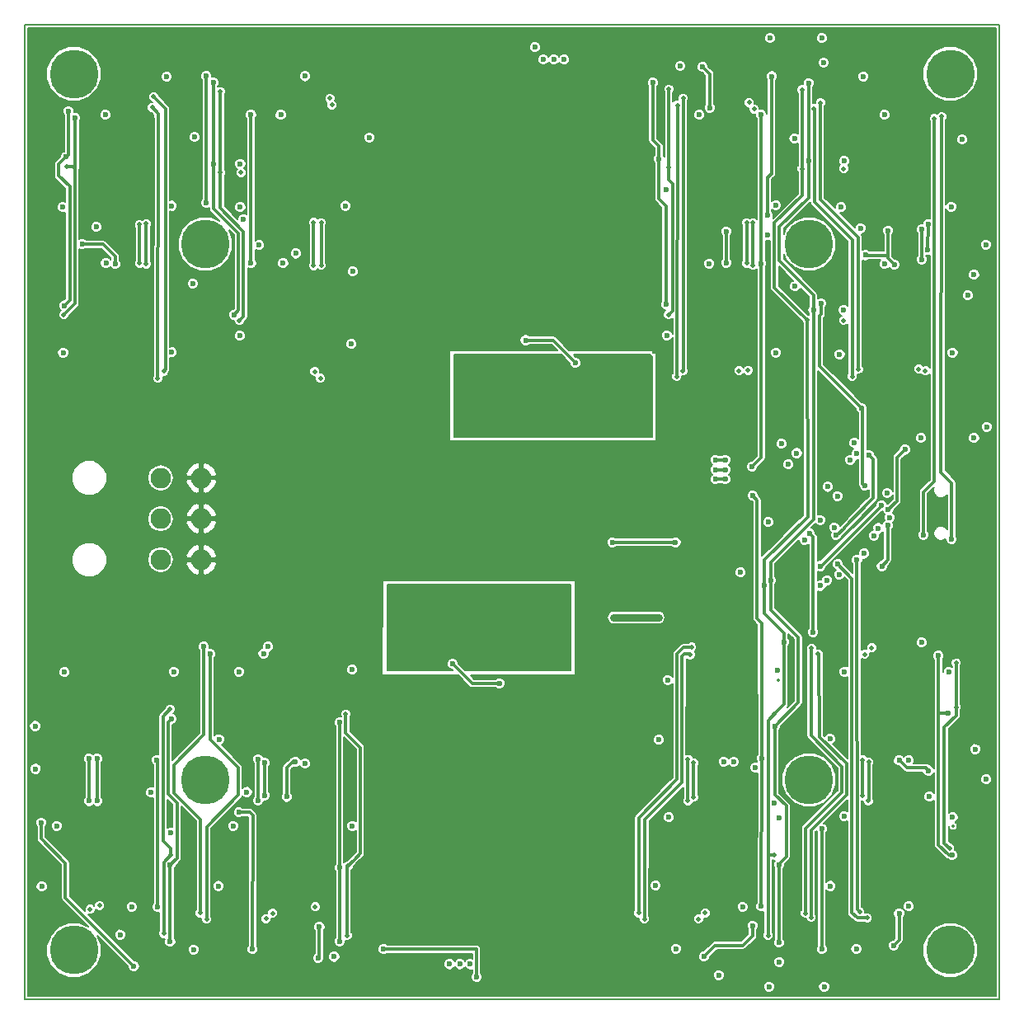
<source format=gbr>
G04 (created by PCBNEW (2013-05-16 BZR 4016)-stable) date 12. 1. 2014 16:41:27*
%MOIN*%
G04 Gerber Fmt 3.4, Leading zero omitted, Abs format*
%FSLAX34Y34*%
G01*
G70*
G90*
G04 APERTURE LIST*
%ADD10C,0.00590551*%
%ADD11C,0.19685*%
%ADD12O,0.0826X0.0826*%
%ADD13C,0.023622*%
%ADD14C,0.019685*%
%ADD15C,0.011811*%
%ADD16C,0.0314961*%
%ADD17C,0.00787402*%
G04 APERTURE END LIST*
G54D10*
X38779Y-61023D02*
X78149Y-61023D01*
X78149Y-61023D02*
X78149Y-21653D01*
X78149Y-21653D02*
X38779Y-21653D01*
X38779Y-21653D02*
X38779Y-61023D01*
G54D11*
X46062Y-30511D03*
X40748Y-23622D03*
X40748Y-59055D03*
X46062Y-52165D03*
X70472Y-52165D03*
X76181Y-59055D03*
X76181Y-23622D03*
X70472Y-30511D03*
G54D12*
X44252Y-43267D03*
X44252Y-41614D03*
X44252Y-39961D03*
X45904Y-39961D03*
X45904Y-41614D03*
X45904Y-43267D03*
G54D13*
X62578Y-45610D03*
X64389Y-45610D03*
X57952Y-48267D03*
X56062Y-47480D03*
X59015Y-34389D03*
X61023Y-35314D03*
X62519Y-42559D03*
X65078Y-42559D03*
G54D14*
X59665Y-35393D03*
X59665Y-35098D03*
X60039Y-35393D03*
X59291Y-35393D03*
X60039Y-35098D03*
X59311Y-35098D03*
X57437Y-36828D03*
X59484Y-36946D03*
X57342Y-47323D03*
X57342Y-47618D03*
X57716Y-47618D03*
X56968Y-47618D03*
X57716Y-47322D03*
X56988Y-47322D03*
X57688Y-45578D03*
X59641Y-45804D03*
G54D13*
X59390Y-22550D03*
X65266Y-23307D03*
X72559Y-29862D03*
X72667Y-23730D03*
X50098Y-23720D03*
X47608Y-29517D03*
X41653Y-29812D03*
X44507Y-23740D03*
X68976Y-23724D03*
X46102Y-23720D03*
X46102Y-28838D03*
X68809Y-29350D03*
X57035Y-60140D03*
X53270Y-59015D03*
X65088Y-58996D03*
X45590Y-59025D03*
X47972Y-59015D03*
X70984Y-59011D03*
X70984Y-54143D03*
X72381Y-59005D03*
X47421Y-53484D03*
X69074Y-53100D03*
X75344Y-52844D03*
X43877Y-52677D03*
X51278Y-59320D03*
X73523Y-31318D03*
X49212Y-31279D03*
X49114Y-25275D03*
X68543Y-31299D03*
X66437Y-31299D03*
X42047Y-31259D03*
X42027Y-25275D03*
X47913Y-25275D03*
X47913Y-31279D03*
X68169Y-39507D03*
X68543Y-25275D03*
X73523Y-25275D03*
X66043Y-25275D03*
X68188Y-40669D03*
X44094Y-51358D03*
X67421Y-51437D03*
X74507Y-51377D03*
X50098Y-51515D03*
G54D14*
X50511Y-57303D03*
G54D13*
X43090Y-57303D03*
X68562Y-51299D03*
X68543Y-57283D03*
X74507Y-57283D03*
X67785Y-57303D03*
X44129Y-57307D03*
X68818Y-41751D03*
X71490Y-41960D03*
G54D14*
X73011Y-46830D03*
X70570Y-46850D03*
X70326Y-57559D03*
X66271Y-57549D03*
X72724Y-47090D03*
X70846Y-47086D03*
X70561Y-57724D03*
X66003Y-57793D03*
X72889Y-51448D03*
X72866Y-53019D03*
X72645Y-52807D03*
X72641Y-51358D03*
X65807Y-52870D03*
X65807Y-51484D03*
X65580Y-51338D03*
X65578Y-53015D03*
X48789Y-57559D03*
X63582Y-57549D03*
X65728Y-46801D03*
X48523Y-57785D03*
X63818Y-57795D03*
X65669Y-47106D03*
G54D13*
X48602Y-46781D03*
X46003Y-46781D03*
G54D14*
X45856Y-57549D03*
X41791Y-57253D03*
X41407Y-57401D03*
X46122Y-57805D03*
G54D13*
X46259Y-47076D03*
X48415Y-47066D03*
X48464Y-51486D03*
X48464Y-52795D03*
X48198Y-53001D03*
X48198Y-51328D03*
X41692Y-51318D03*
X41692Y-53021D03*
X41358Y-53021D03*
X41358Y-51318D03*
G54D14*
X50492Y-35657D03*
X44393Y-35645D03*
X43980Y-24555D03*
X50716Y-35937D03*
X44145Y-35937D03*
X43917Y-24984D03*
X65381Y-24610D03*
X65374Y-35633D03*
X67645Y-35625D03*
X51098Y-24618D03*
X65149Y-24889D03*
X65127Y-35860D03*
X68011Y-35606D03*
X51181Y-24881D03*
X43405Y-31287D03*
X43397Y-29716D03*
X43677Y-31311D03*
X43673Y-29688D03*
X50440Y-31374D03*
X50444Y-29633D03*
X50751Y-29641D03*
X50751Y-31366D03*
X68051Y-24779D03*
X70935Y-24789D03*
X72468Y-35570D03*
X74909Y-35561D03*
X75177Y-35637D03*
X72214Y-35856D03*
X70679Y-25033D03*
X68248Y-25043D03*
G54D13*
X73100Y-42290D03*
X76240Y-42440D03*
G54D14*
X75836Y-25354D03*
G54D13*
X73280Y-41990D03*
X75098Y-42263D03*
G54D14*
X75531Y-25437D03*
X67952Y-29641D03*
X67952Y-31283D03*
X68212Y-29645D03*
X68208Y-31370D03*
G54D13*
X75031Y-31133D03*
X75031Y-29909D03*
X75275Y-30748D03*
X75283Y-29696D03*
X72700Y-43020D03*
X71643Y-43445D03*
G54D14*
X72824Y-57755D03*
G54D13*
X72411Y-43277D03*
G54D14*
X72529Y-57507D03*
G54D13*
X69350Y-38582D03*
X72391Y-38986D03*
X69980Y-38956D03*
X72145Y-39232D03*
X72893Y-39025D03*
X71560Y-42270D03*
X70290Y-42470D03*
X73650Y-41880D03*
X73415Y-43523D03*
X71692Y-43868D03*
X73400Y-41080D03*
X70935Y-43523D03*
X69251Y-58750D03*
X51496Y-58700D03*
X44645Y-58710D03*
X44694Y-49704D03*
X44645Y-55620D03*
X51496Y-55718D03*
X51496Y-49852D03*
X69251Y-55590D03*
X69094Y-50000D03*
X76259Y-55216D03*
X76102Y-49488D03*
X40374Y-32992D03*
X40433Y-26988D03*
X47224Y-33366D03*
X47480Y-27263D03*
X46397Y-27263D03*
X64153Y-23986D03*
X64685Y-32952D03*
X64409Y-27066D03*
X71870Y-33169D03*
X70649Y-33169D03*
X71889Y-27145D03*
X70452Y-27145D03*
X70944Y-44320D03*
X68917Y-44104D03*
X75708Y-47155D03*
X70452Y-23996D03*
X46397Y-23976D03*
X40531Y-25127D03*
G54D14*
X44675Y-55216D03*
X44645Y-49311D03*
X44389Y-58375D03*
X51830Y-55649D03*
X51742Y-49507D03*
X68818Y-58464D03*
X51801Y-58464D03*
X69074Y-55206D03*
X69074Y-49507D03*
X76151Y-54931D03*
X76427Y-49222D03*
G54D13*
X69468Y-46594D03*
G54D14*
X76427Y-47440D03*
X40344Y-33366D03*
X40452Y-27381D03*
X47440Y-33602D03*
X47509Y-27618D03*
X46673Y-24340D03*
X46673Y-27618D03*
X64793Y-33366D03*
X64803Y-27391D03*
X64803Y-24242D03*
X71879Y-27460D03*
X70196Y-27460D03*
X71870Y-33592D03*
X70403Y-33572D03*
G54D13*
X68651Y-44320D03*
G54D14*
X70196Y-24271D03*
G54D13*
X40807Y-25403D03*
X77145Y-38346D03*
X74350Y-38820D03*
X73680Y-41240D03*
X39202Y-51722D03*
X77185Y-50925D03*
X68897Y-22185D03*
X68858Y-60531D03*
X77145Y-31751D03*
X43179Y-59704D03*
X39429Y-53897D03*
X66820Y-60059D03*
X77637Y-52145D03*
X70984Y-22185D03*
X71082Y-60531D03*
X77618Y-30531D03*
X77657Y-37893D03*
X70500Y-42210D03*
X70639Y-46190D03*
X75019Y-46614D03*
X72720Y-40270D03*
X70964Y-32903D03*
X72598Y-37145D03*
X60560Y-59550D03*
X59685Y-59550D03*
X59685Y-60070D03*
X60130Y-60070D03*
X60130Y-59550D03*
X65310Y-60565D03*
X66220Y-60078D03*
X61280Y-60570D03*
X60560Y-60070D03*
X41456Y-60570D03*
X45393Y-60570D03*
X49330Y-60570D03*
X53267Y-60570D03*
X42194Y-58070D03*
X55735Y-60145D03*
X55840Y-23140D03*
X56720Y-22640D03*
X56720Y-23150D03*
X56280Y-22640D03*
X56280Y-23150D03*
X46960Y-22150D03*
X54730Y-22150D03*
X55850Y-22650D03*
X50910Y-22150D03*
X42620Y-22150D03*
X60770Y-22550D03*
X73385Y-44576D03*
X73769Y-44566D03*
X73779Y-44891D03*
X72696Y-44468D03*
X73385Y-44891D03*
G54D14*
X55954Y-43129D03*
X55954Y-42736D03*
X55954Y-42342D03*
X53582Y-43129D03*
X53582Y-42736D03*
X53582Y-42342D03*
X53582Y-41948D03*
X53976Y-41948D03*
X53976Y-42342D03*
X53976Y-42736D03*
X51299Y-43129D03*
X51692Y-43139D03*
X51692Y-42746D03*
X51692Y-42352D03*
X51692Y-41958D03*
X51299Y-41958D03*
X51299Y-42352D03*
X51299Y-42746D03*
X49744Y-43120D03*
X49350Y-43129D03*
X49350Y-42736D03*
X49350Y-42342D03*
X49350Y-41948D03*
X49744Y-41948D03*
X49744Y-42342D03*
X49744Y-42736D03*
G54D13*
X73041Y-60265D03*
X67244Y-59517D03*
X66456Y-22588D03*
X49478Y-59370D03*
X71210Y-44822D03*
X69448Y-44429D03*
X67805Y-45068D03*
X64586Y-45088D03*
X43523Y-59389D03*
X40285Y-50925D03*
X47125Y-32244D03*
X74393Y-36578D03*
X67519Y-24537D03*
X50137Y-24488D03*
X42906Y-24562D03*
G54D14*
X74015Y-55551D03*
X74015Y-55984D03*
X74448Y-55984D03*
X74881Y-55984D03*
X74881Y-55551D03*
X74448Y-55551D03*
X74015Y-55118D03*
X74015Y-55137D03*
X74448Y-54704D03*
X74448Y-54271D03*
X74881Y-54271D03*
X74881Y-54704D03*
X74881Y-55137D03*
X74448Y-55137D03*
X74005Y-54694D03*
X74005Y-54261D03*
X73572Y-54261D03*
X73139Y-54261D03*
X73139Y-54694D03*
X73572Y-54694D03*
X74005Y-55127D03*
X74005Y-55127D03*
X73572Y-55561D03*
X73572Y-55994D03*
X73139Y-55994D03*
X73139Y-55561D03*
X73139Y-55127D03*
X73572Y-55127D03*
X66929Y-55551D03*
X66929Y-55984D03*
X67362Y-55984D03*
X67795Y-55984D03*
X67795Y-55551D03*
X67362Y-55551D03*
X66929Y-55118D03*
X66929Y-55137D03*
X67362Y-54704D03*
X67362Y-54271D03*
X67795Y-54271D03*
X67795Y-54704D03*
X67795Y-55137D03*
X67362Y-55137D03*
X66919Y-54694D03*
X66919Y-54261D03*
X66486Y-54261D03*
X66053Y-54261D03*
X66053Y-54694D03*
X66486Y-54694D03*
X66919Y-55127D03*
X66919Y-55127D03*
X66486Y-55561D03*
X66486Y-55994D03*
X66053Y-55994D03*
X66053Y-55561D03*
X66053Y-55127D03*
X66486Y-55127D03*
X74015Y-49645D03*
X74015Y-50078D03*
X74448Y-50078D03*
X74881Y-50078D03*
X74881Y-49645D03*
X74448Y-49645D03*
X74015Y-49212D03*
X74015Y-49232D03*
X74448Y-48799D03*
X74448Y-48366D03*
X74881Y-48366D03*
X74881Y-48799D03*
X74881Y-49232D03*
X74448Y-49232D03*
X74005Y-48789D03*
X74005Y-48356D03*
X73572Y-48356D03*
X73139Y-48356D03*
X73139Y-48789D03*
X73572Y-48789D03*
X74005Y-49222D03*
X74005Y-49222D03*
X73572Y-49655D03*
X73572Y-50088D03*
X73139Y-50088D03*
X73139Y-49655D03*
X73139Y-49222D03*
X73572Y-49222D03*
X66486Y-49222D03*
X66053Y-49222D03*
X66053Y-49655D03*
X66053Y-50088D03*
X66486Y-50088D03*
X66486Y-49655D03*
X66919Y-49222D03*
X66919Y-49222D03*
X66486Y-48789D03*
X66053Y-48789D03*
X66053Y-48356D03*
X66486Y-48356D03*
X66919Y-48356D03*
X66919Y-48789D03*
X67362Y-49232D03*
X67795Y-49232D03*
X67795Y-48799D03*
X67795Y-48366D03*
X67362Y-48366D03*
X67362Y-48799D03*
X66929Y-49232D03*
X66929Y-49212D03*
X67362Y-49645D03*
X67795Y-49645D03*
X67795Y-50078D03*
X67362Y-50078D03*
X66929Y-50078D03*
X66929Y-49645D03*
X49163Y-55127D03*
X48730Y-55127D03*
X48730Y-55561D03*
X48730Y-55994D03*
X49163Y-55994D03*
X49163Y-55561D03*
X49596Y-55127D03*
X49596Y-55127D03*
X49163Y-54694D03*
X48730Y-54694D03*
X48730Y-54261D03*
X49163Y-54261D03*
X49596Y-54261D03*
X49596Y-54694D03*
X50039Y-55137D03*
X50472Y-55137D03*
X50472Y-54704D03*
X50472Y-54271D03*
X50039Y-54271D03*
X50039Y-54704D03*
X49606Y-55137D03*
X49606Y-55118D03*
X50039Y-55551D03*
X50472Y-55551D03*
X50472Y-55984D03*
X50039Y-55984D03*
X49606Y-55984D03*
X49606Y-55551D03*
X49163Y-49222D03*
X48730Y-49222D03*
X48730Y-49655D03*
X48730Y-50088D03*
X49163Y-50088D03*
X49163Y-49655D03*
X49596Y-49222D03*
X49596Y-49222D03*
X49163Y-48789D03*
X48730Y-48789D03*
X48730Y-48356D03*
X49163Y-48356D03*
X49596Y-48356D03*
X49596Y-48789D03*
X50039Y-49232D03*
X50472Y-49232D03*
X50472Y-48799D03*
X50472Y-48366D03*
X50039Y-48366D03*
X50039Y-48799D03*
X49606Y-49232D03*
X49606Y-49212D03*
X50039Y-49645D03*
X50472Y-49645D03*
X50472Y-50078D03*
X50039Y-50078D03*
X49606Y-50078D03*
X49606Y-49645D03*
X42076Y-55127D03*
X41643Y-55127D03*
X41643Y-55561D03*
X41643Y-55994D03*
X42076Y-55994D03*
X42076Y-55561D03*
X42509Y-55127D03*
X42509Y-55127D03*
X42076Y-54694D03*
X41643Y-54694D03*
X41643Y-54261D03*
X42076Y-54261D03*
X42509Y-54261D03*
X42509Y-54694D03*
X42952Y-55137D03*
X43385Y-55137D03*
X43385Y-54704D03*
X43385Y-54271D03*
X42952Y-54271D03*
X42952Y-54704D03*
X42519Y-55137D03*
X42519Y-55118D03*
X42952Y-55551D03*
X43385Y-55551D03*
X43385Y-55984D03*
X42952Y-55984D03*
X42519Y-55984D03*
X42519Y-55551D03*
X42519Y-49645D03*
X42519Y-50078D03*
X42952Y-50078D03*
X43385Y-50078D03*
X43385Y-49645D03*
X42952Y-49645D03*
X42519Y-49212D03*
X42519Y-49232D03*
X42952Y-48799D03*
X42952Y-48366D03*
X43385Y-48366D03*
X43385Y-48799D03*
X43385Y-49232D03*
X42952Y-49232D03*
X42509Y-48789D03*
X42509Y-48356D03*
X42076Y-48356D03*
X41643Y-48356D03*
X41643Y-48789D03*
X42076Y-48789D03*
X42509Y-49222D03*
X42509Y-49222D03*
X42076Y-49655D03*
X42076Y-50088D03*
X41643Y-50088D03*
X41643Y-49655D03*
X41643Y-49222D03*
X42076Y-49222D03*
X74458Y-33454D03*
X74891Y-33454D03*
X74891Y-33021D03*
X74891Y-32588D03*
X74458Y-32588D03*
X74458Y-33021D03*
X74025Y-33454D03*
X74025Y-33454D03*
X74458Y-33887D03*
X74891Y-33887D03*
X74891Y-34320D03*
X74458Y-34320D03*
X74025Y-34320D03*
X74025Y-33887D03*
X73582Y-33444D03*
X73149Y-33444D03*
X73149Y-33877D03*
X73149Y-34311D03*
X73582Y-34311D03*
X73582Y-33877D03*
X74015Y-33444D03*
X74015Y-33464D03*
X73582Y-33031D03*
X73149Y-33031D03*
X73149Y-32598D03*
X73582Y-32598D03*
X74015Y-32598D03*
X74015Y-33031D03*
X67372Y-33454D03*
X67805Y-33454D03*
X67805Y-33021D03*
X67805Y-32588D03*
X67372Y-32588D03*
X67372Y-33021D03*
X66938Y-33454D03*
X66938Y-33454D03*
X67372Y-33887D03*
X67805Y-33887D03*
X67805Y-34320D03*
X67372Y-34320D03*
X66938Y-34320D03*
X66938Y-33887D03*
X66496Y-33444D03*
X66062Y-33444D03*
X66062Y-33877D03*
X66062Y-34311D03*
X66496Y-34311D03*
X66496Y-33877D03*
X66929Y-33444D03*
X66929Y-33464D03*
X66496Y-33031D03*
X66062Y-33031D03*
X66062Y-32598D03*
X66496Y-32598D03*
X66929Y-32598D03*
X66929Y-33031D03*
X74458Y-27549D03*
X74891Y-27549D03*
X74891Y-27116D03*
X74891Y-26683D03*
X74458Y-26683D03*
X74458Y-27116D03*
X74025Y-27549D03*
X74025Y-27549D03*
X74458Y-27982D03*
X74891Y-27982D03*
X74891Y-28415D03*
X74458Y-28415D03*
X74025Y-28415D03*
X74025Y-27982D03*
X73582Y-27539D03*
X73149Y-27539D03*
X73149Y-27972D03*
X73149Y-28405D03*
X73582Y-28405D03*
X73582Y-27972D03*
X74015Y-27539D03*
X74015Y-27559D03*
X73582Y-27125D03*
X73149Y-27125D03*
X73149Y-26692D03*
X73582Y-26692D03*
X74015Y-26692D03*
X74015Y-27125D03*
X66929Y-27125D03*
X66929Y-26692D03*
X66496Y-26692D03*
X66062Y-26692D03*
X66062Y-27125D03*
X66496Y-27125D03*
X66929Y-27559D03*
X66929Y-27539D03*
X66496Y-27972D03*
X66496Y-28405D03*
X66062Y-28405D03*
X66062Y-27972D03*
X66062Y-27539D03*
X66496Y-27539D03*
X66938Y-27982D03*
X66938Y-28415D03*
X67372Y-28415D03*
X67805Y-28415D03*
X67805Y-27982D03*
X67372Y-27982D03*
X66938Y-27549D03*
X66938Y-27549D03*
X67372Y-27116D03*
X67372Y-26683D03*
X67805Y-26683D03*
X67805Y-27116D03*
X67805Y-27549D03*
X67372Y-27549D03*
X49606Y-33031D03*
X49606Y-32598D03*
X49173Y-32598D03*
X48740Y-32598D03*
X48740Y-33031D03*
X49173Y-33031D03*
X49606Y-33464D03*
X49606Y-33444D03*
X49173Y-33877D03*
X49173Y-34311D03*
X48740Y-34311D03*
X48740Y-33877D03*
X48740Y-33444D03*
X49173Y-33444D03*
X49616Y-33887D03*
X49616Y-34320D03*
X50049Y-34320D03*
X50482Y-34320D03*
X50482Y-33887D03*
X50049Y-33887D03*
X49616Y-33454D03*
X49616Y-33454D03*
X50049Y-33021D03*
X50049Y-32588D03*
X50482Y-32588D03*
X50482Y-33021D03*
X50482Y-33454D03*
X50049Y-33454D03*
X42519Y-33031D03*
X42519Y-32598D03*
X42086Y-32598D03*
X41653Y-32598D03*
X41653Y-33031D03*
X42086Y-33031D03*
X42519Y-33464D03*
X42519Y-33444D03*
X42086Y-33877D03*
X42086Y-34311D03*
X41653Y-34311D03*
X41653Y-33877D03*
X41653Y-33444D03*
X42086Y-33444D03*
X42529Y-33887D03*
X42529Y-34320D03*
X42962Y-34320D03*
X43395Y-34320D03*
X43395Y-33887D03*
X42962Y-33887D03*
X42529Y-33454D03*
X42529Y-33454D03*
X42962Y-33021D03*
X42962Y-32588D03*
X43395Y-32588D03*
X43395Y-33021D03*
X43395Y-33454D03*
X42962Y-33454D03*
X49606Y-27125D03*
X49606Y-26692D03*
X49173Y-26692D03*
X48740Y-26692D03*
X48740Y-27125D03*
X49173Y-27125D03*
X49606Y-27559D03*
X49606Y-27539D03*
X49173Y-27972D03*
X49173Y-28405D03*
X48740Y-28405D03*
X48740Y-27972D03*
X48740Y-27539D03*
X49173Y-27539D03*
X49616Y-27982D03*
X49616Y-28415D03*
X50049Y-28415D03*
X50482Y-28415D03*
X50482Y-27982D03*
X50049Y-27982D03*
X49616Y-27549D03*
X49616Y-27549D03*
X50049Y-27116D03*
X50049Y-26683D03*
X50482Y-26683D03*
X50482Y-27116D03*
X50482Y-27549D03*
X50049Y-27549D03*
X42962Y-27549D03*
X43395Y-27549D03*
X43395Y-27116D03*
X43395Y-26683D03*
X42962Y-26683D03*
X42962Y-27116D03*
X42529Y-27549D03*
X42529Y-27549D03*
X42962Y-27982D03*
X43395Y-27982D03*
X43395Y-28415D03*
X42962Y-28415D03*
X42529Y-28415D03*
X42529Y-27982D03*
X42086Y-27539D03*
X41653Y-27539D03*
X41653Y-27972D03*
X41653Y-28405D03*
X42086Y-28405D03*
X42086Y-27972D03*
X42519Y-27539D03*
X42519Y-27559D03*
X42086Y-27125D03*
X41653Y-27125D03*
X41653Y-26692D03*
X42086Y-26692D03*
X42519Y-26692D03*
X42519Y-27125D03*
G54D13*
X62913Y-22145D03*
X66850Y-22145D03*
X77204Y-24862D03*
X76417Y-56318D03*
X77342Y-57480D03*
X74783Y-60098D03*
X73614Y-58122D03*
X68031Y-42322D03*
X67362Y-42992D03*
X66535Y-43759D03*
X65433Y-43799D03*
X64566Y-43996D03*
X68110Y-37775D03*
X66535Y-37775D03*
X64566Y-37775D03*
X63700Y-44350D03*
X63700Y-46318D03*
X63700Y-48287D03*
X63700Y-51043D03*
X63070Y-51574D03*
X59448Y-49625D03*
X59842Y-49625D03*
X60236Y-49625D03*
X60629Y-49625D03*
X61023Y-49625D03*
X61417Y-49625D03*
X61811Y-49625D03*
X59055Y-51555D03*
X57165Y-51555D03*
X54133Y-51082D03*
X54133Y-49507D03*
X54133Y-48326D03*
G54D14*
X74551Y-24598D03*
G54D13*
X73070Y-22972D03*
X57559Y-33110D03*
X57165Y-33110D03*
X56771Y-33110D03*
X56377Y-33110D03*
X55984Y-33110D03*
X55590Y-33110D03*
X55196Y-33110D03*
X63307Y-31377D03*
X63307Y-32952D03*
X63307Y-34704D03*
X61988Y-34704D03*
X58031Y-31082D03*
X59881Y-31082D03*
X53661Y-36732D03*
X52992Y-36732D03*
X52992Y-34960D03*
X52992Y-32992D03*
X52992Y-31023D03*
X54133Y-30984D03*
G54D14*
X48188Y-45098D03*
X48582Y-45098D03*
X48976Y-45098D03*
X49370Y-45098D03*
X49763Y-45098D03*
X52125Y-45098D03*
X51732Y-45098D03*
X51338Y-45098D03*
X50944Y-45098D03*
X50551Y-45098D03*
X50157Y-45098D03*
X53976Y-43129D03*
X55954Y-41948D03*
X55561Y-41948D03*
X55561Y-42342D03*
X55561Y-42736D03*
X55561Y-43129D03*
G54D13*
X66948Y-52282D03*
X71830Y-56318D03*
X76377Y-32007D03*
G54D14*
X50141Y-36555D03*
X66653Y-58055D03*
G54D13*
X39823Y-34291D03*
X76181Y-26338D03*
X39940Y-56318D03*
X43287Y-46181D03*
X45610Y-50295D03*
X45294Y-48366D03*
X46969Y-28405D03*
X39804Y-28385D03*
X76692Y-28366D03*
X67775Y-46141D03*
X64763Y-47618D03*
X69783Y-48385D03*
X66397Y-46141D03*
X64763Y-56338D03*
X64292Y-54271D03*
X69842Y-54271D03*
X76790Y-34291D03*
X76790Y-54271D03*
X73956Y-52302D03*
X74547Y-46141D03*
X73405Y-46102D03*
X71811Y-50413D03*
X71201Y-34311D03*
X76712Y-48366D03*
X76643Y-50177D03*
X71260Y-28385D03*
X71092Y-32312D03*
X71456Y-25984D03*
X73917Y-30433D03*
X66830Y-30355D03*
X67263Y-36480D03*
X69448Y-32204D03*
X66141Y-36456D03*
X73188Y-36437D03*
X52204Y-26299D03*
X43208Y-36535D03*
X48799Y-36515D03*
X45059Y-32204D03*
X41771Y-36515D03*
X64232Y-34822D03*
X69409Y-26299D03*
X64173Y-28917D03*
X52706Y-56013D03*
X45078Y-56082D03*
X52480Y-48405D03*
X49350Y-46161D03*
X49625Y-52361D03*
X51889Y-53524D03*
X44655Y-53316D03*
X42539Y-52184D03*
X51535Y-32263D03*
X46948Y-34803D03*
X49448Y-30432D03*
X42519Y-30392D03*
X68937Y-23169D03*
X62224Y-33169D03*
X62224Y-33562D03*
X62224Y-33956D03*
X62224Y-34350D03*
X63425Y-41968D03*
X63425Y-41574D03*
X63425Y-41181D03*
X55118Y-49507D03*
X55118Y-49114D03*
X55118Y-48720D03*
X55118Y-48326D03*
X66496Y-38543D03*
X66102Y-38543D03*
X65708Y-38543D03*
X65314Y-38543D03*
G54D14*
X65098Y-41751D03*
X64744Y-41751D03*
X65098Y-41417D03*
X64744Y-41417D03*
G54D13*
X68543Y-40078D03*
X47342Y-56534D03*
X41948Y-46161D03*
X47342Y-50629D03*
X52568Y-50403D03*
X69793Y-50442D03*
X69812Y-56505D03*
X69566Y-28346D03*
X64468Y-25905D03*
X69625Y-34271D03*
X64153Y-32047D03*
X51850Y-34034D03*
X52224Y-28385D03*
X45196Y-34271D03*
X45137Y-26299D03*
X45216Y-28366D03*
X47106Y-26574D03*
X39458Y-32234D03*
X40039Y-26318D03*
X46909Y-48405D03*
X71397Y-54330D03*
X47322Y-54546D03*
X40196Y-54546D03*
X39881Y-48405D03*
X71417Y-48385D03*
X71230Y-40320D03*
X73630Y-40570D03*
X71620Y-40700D03*
X73730Y-41560D03*
X49723Y-30885D03*
X48238Y-30551D03*
X75305Y-51791D03*
X74114Y-51377D03*
X66456Y-25000D03*
X66171Y-23346D03*
X42421Y-31318D03*
X41092Y-30511D03*
X66220Y-59311D03*
X68188Y-58061D03*
X67125Y-31259D03*
X67125Y-30000D03*
X68809Y-30147D03*
X72765Y-30954D03*
X73917Y-31338D03*
X73661Y-29960D03*
X74114Y-57559D03*
X73897Y-58858D03*
X47746Y-52658D03*
X49350Y-52854D03*
X49704Y-51437D03*
X42618Y-58425D03*
X68306Y-51673D03*
X67027Y-51427D03*
X50679Y-58120D03*
X50620Y-59370D03*
X70930Y-41660D03*
X60150Y-23050D03*
X60570Y-23050D03*
X59730Y-23050D03*
X56360Y-59620D03*
X55940Y-59620D03*
X56780Y-59620D03*
X69635Y-39419D03*
X69133Y-34901D03*
X71200Y-44094D03*
X67706Y-43780D03*
X76279Y-34901D03*
X39183Y-49990D03*
X76663Y-26279D03*
X47480Y-29015D03*
X40314Y-34901D03*
X64409Y-50551D03*
X64763Y-48129D03*
X69192Y-47755D03*
X64271Y-56437D03*
X64803Y-53681D03*
X69271Y-53700D03*
X71338Y-56456D03*
X76279Y-53681D03*
X71889Y-53641D03*
X71318Y-50511D03*
X71712Y-34960D03*
X76122Y-47795D03*
X71909Y-47795D03*
X71771Y-29015D03*
X76889Y-32578D03*
X76220Y-28996D03*
X69911Y-32214D03*
X64724Y-34192D03*
X69881Y-26240D03*
X69133Y-28937D03*
X64685Y-28307D03*
X52007Y-47716D03*
X46614Y-50531D03*
X47421Y-47795D03*
X46594Y-56456D03*
X52007Y-54035D03*
X47185Y-54035D03*
X44665Y-54311D03*
X39448Y-56476D03*
X40059Y-54035D03*
X40374Y-47814D03*
X44783Y-47795D03*
X52027Y-31614D03*
X51968Y-34547D03*
X47460Y-34212D03*
X45551Y-32106D03*
X52696Y-26200D03*
X45629Y-26181D03*
X40295Y-29015D03*
X72303Y-38543D03*
X67086Y-40019D03*
X66692Y-40019D03*
X66692Y-39625D03*
X67086Y-39625D03*
X67086Y-39232D03*
X66692Y-39232D03*
X75000Y-38346D03*
X51732Y-28956D03*
X44704Y-34881D03*
X44704Y-28956D03*
X69271Y-59527D03*
X71062Y-23169D03*
G54D15*
X76299Y-54036D02*
X76299Y-54035D01*
X69232Y-48130D02*
X69232Y-48129D01*
G54D16*
X64389Y-45610D02*
X62578Y-45610D01*
G54D15*
X56850Y-48267D02*
X57952Y-48267D01*
X56062Y-47480D02*
X56850Y-48267D01*
X60137Y-34389D02*
X59015Y-34389D01*
X61023Y-35314D02*
X60137Y-34389D01*
X65078Y-42559D02*
X62519Y-42559D01*
X57342Y-47323D02*
X57342Y-47322D01*
X68956Y-23744D02*
X68956Y-27657D01*
X68956Y-23744D02*
X68976Y-23724D01*
X68799Y-27814D02*
X68799Y-29350D01*
X68956Y-27657D02*
X68799Y-27814D01*
X68799Y-29350D02*
X68809Y-29350D01*
X46102Y-28838D02*
X46102Y-23720D01*
X55910Y-59015D02*
X57029Y-59015D01*
X57035Y-59021D02*
X57035Y-60140D01*
X57029Y-59015D02*
X57035Y-59021D01*
X53270Y-59015D02*
X55910Y-59015D01*
X47982Y-53602D02*
X47972Y-59015D01*
X47982Y-53602D02*
X47864Y-53484D01*
X70984Y-59011D02*
X70984Y-54143D01*
X70984Y-59011D02*
X70984Y-59011D01*
X47864Y-53484D02*
X47421Y-53484D01*
X47913Y-25275D02*
X47913Y-31279D01*
X68169Y-39507D02*
X68543Y-39133D01*
X68543Y-39133D02*
X68543Y-31299D01*
X68543Y-31299D02*
X68543Y-25275D01*
X68553Y-46250D02*
X68553Y-45826D01*
X68375Y-40856D02*
X68188Y-40669D01*
X68375Y-45649D02*
X68375Y-40856D01*
X68553Y-45826D02*
X68375Y-45649D01*
X68553Y-46230D02*
X68553Y-46250D01*
X68553Y-46250D02*
X68553Y-46230D01*
X68553Y-46230D02*
X68562Y-51299D01*
X68562Y-51299D02*
X68543Y-57283D01*
X44094Y-51358D02*
X44129Y-51507D01*
X44129Y-51507D02*
X44133Y-52027D01*
X44133Y-52027D02*
X44129Y-57307D01*
X70570Y-46850D02*
X70551Y-46870D01*
X70551Y-46870D02*
X70551Y-50383D01*
X70551Y-50383D02*
X71791Y-51645D01*
X71791Y-51645D02*
X71791Y-52687D01*
X71791Y-52687D02*
X70334Y-54122D01*
X70334Y-54122D02*
X70326Y-57559D01*
X70846Y-47086D02*
X70875Y-47116D01*
X70875Y-47116D02*
X70885Y-50433D01*
X70885Y-50433D02*
X71988Y-51514D01*
X71988Y-51514D02*
X71988Y-52765D01*
X71988Y-52765D02*
X70551Y-54202D01*
X70551Y-54202D02*
X70561Y-57724D01*
X72885Y-53000D02*
X72889Y-51448D01*
X72866Y-53019D02*
X72885Y-53000D01*
X72641Y-51358D02*
X72645Y-52807D01*
X65807Y-51484D02*
X65807Y-52870D01*
X65580Y-51338D02*
X65578Y-53015D01*
X63582Y-53700D02*
X63582Y-57549D01*
X65137Y-52145D02*
X63582Y-53700D01*
X65137Y-47086D02*
X65137Y-52145D01*
X65403Y-46820D02*
X65137Y-47086D01*
X65708Y-46820D02*
X65403Y-46820D01*
X65728Y-46801D02*
X65708Y-46820D01*
X63838Y-53779D02*
X63818Y-57795D01*
X65334Y-52283D02*
X63838Y-53779D01*
X65344Y-47165D02*
X65334Y-52283D01*
X65423Y-47086D02*
X65344Y-47165D01*
X65649Y-47086D02*
X65423Y-47086D01*
X65669Y-47106D02*
X65649Y-47086D01*
X46003Y-50354D02*
X46003Y-46781D01*
X44793Y-51564D02*
X46003Y-50354D01*
X44793Y-52696D02*
X44793Y-51564D01*
X45866Y-53769D02*
X44793Y-52696D01*
X45866Y-57539D02*
X45866Y-53769D01*
X45856Y-57549D02*
X45866Y-57539D01*
X46122Y-54064D02*
X46122Y-57805D01*
X47401Y-52785D02*
X46122Y-54064D01*
X47401Y-51683D02*
X47401Y-52785D01*
X46269Y-50551D02*
X47401Y-51683D01*
X46269Y-47086D02*
X46269Y-50551D01*
X46259Y-47076D02*
X46269Y-47086D01*
X48464Y-52795D02*
X48464Y-51486D01*
X48198Y-51328D02*
X48198Y-53001D01*
X41692Y-51299D02*
X41692Y-51318D01*
X41692Y-53021D02*
X41692Y-51299D01*
X41358Y-51318D02*
X41358Y-53021D01*
X44393Y-35645D02*
X44452Y-35586D01*
X44452Y-35586D02*
X44456Y-29132D01*
X44456Y-29132D02*
X44456Y-29132D01*
X44452Y-25051D02*
X44452Y-25027D01*
X44456Y-29132D02*
X44452Y-25051D01*
X44452Y-25027D02*
X43980Y-24555D01*
X44157Y-25421D02*
X44157Y-25224D01*
X44157Y-25421D02*
X44145Y-35937D01*
X44157Y-25224D02*
X43917Y-24984D01*
X65383Y-35624D02*
X65381Y-24610D01*
X65374Y-35633D02*
X65383Y-35624D01*
X65149Y-24889D02*
X65127Y-35860D01*
X43397Y-31279D02*
X43397Y-29716D01*
X43405Y-31287D02*
X43397Y-31279D01*
X43677Y-29692D02*
X43677Y-31311D01*
X43673Y-29688D02*
X43677Y-29692D01*
X50444Y-29633D02*
X50440Y-31374D01*
X50751Y-31366D02*
X50751Y-29641D01*
X70935Y-28700D02*
X70935Y-24789D01*
X72460Y-30226D02*
X70935Y-28700D01*
X72468Y-35570D02*
X72460Y-30226D01*
X72214Y-30334D02*
X72214Y-35856D01*
X70698Y-28818D02*
X72214Y-30334D01*
X70698Y-25053D02*
X70698Y-28818D01*
X70679Y-25033D02*
X70698Y-25053D01*
X76240Y-41377D02*
X76240Y-42439D01*
X76240Y-40157D02*
X76240Y-41377D01*
X75836Y-25354D02*
X75807Y-39724D01*
X76240Y-40157D02*
X75807Y-39724D01*
X76240Y-42439D02*
X76240Y-42440D01*
X75531Y-25437D02*
X75531Y-40108D01*
X75531Y-40108D02*
X75098Y-40541D01*
X75098Y-40541D02*
X75098Y-42263D01*
X67952Y-29641D02*
X67952Y-31283D01*
X68208Y-31370D02*
X68212Y-29645D01*
X75031Y-31133D02*
X75031Y-29909D01*
X75283Y-29696D02*
X75275Y-30748D01*
X72194Y-44025D02*
X72185Y-44025D01*
X72185Y-44025D02*
X71643Y-43445D01*
X71643Y-43445D02*
X71633Y-43435D01*
X72194Y-44025D02*
X72194Y-44025D01*
X72194Y-44025D02*
X72196Y-57531D01*
X72194Y-44025D02*
X72194Y-44025D01*
X72196Y-57531D02*
X72421Y-57755D01*
X72421Y-57755D02*
X72824Y-57755D01*
X72411Y-43690D02*
X72411Y-43277D01*
X72417Y-57397D02*
X72411Y-43690D01*
X72529Y-57507D02*
X72417Y-57397D01*
X72903Y-40935D02*
X72904Y-40935D01*
X71889Y-41990D02*
X71610Y-42270D01*
X71560Y-42270D02*
X71610Y-42270D01*
X72903Y-40935D02*
X71889Y-41988D01*
X71889Y-41988D02*
X71889Y-41990D01*
X73070Y-39201D02*
X72893Y-39025D01*
X73070Y-40770D02*
X73070Y-39201D01*
X72904Y-40935D02*
X73070Y-40770D01*
X72893Y-39025D02*
X72903Y-39035D01*
X73650Y-41880D02*
X73650Y-43288D01*
X73650Y-43288D02*
X73415Y-43523D01*
X70956Y-43523D02*
X73320Y-41160D01*
X70956Y-43523D02*
X70935Y-43523D01*
X73400Y-41080D02*
X73320Y-41160D01*
X69251Y-58750D02*
X69251Y-55590D01*
X51496Y-55718D02*
X51496Y-58700D01*
X44645Y-58710D02*
X44645Y-55620D01*
X44694Y-49704D02*
X44694Y-49714D01*
X44694Y-49714D02*
X44566Y-49842D01*
X44566Y-49842D02*
X44566Y-52755D01*
X44566Y-52755D02*
X44921Y-53110D01*
X44921Y-53110D02*
X44921Y-55344D01*
X44921Y-55344D02*
X44645Y-55620D01*
X51496Y-49852D02*
X51496Y-55718D01*
X75708Y-54803D02*
X76122Y-55216D01*
X76122Y-55216D02*
X76259Y-55216D01*
X75708Y-54803D02*
X75708Y-49488D01*
X75708Y-49488D02*
X76102Y-49488D01*
X40374Y-32992D02*
X40590Y-32775D01*
X40137Y-27283D02*
X40433Y-26988D01*
X40137Y-27736D02*
X40137Y-27283D01*
X40590Y-28188D02*
X40137Y-27736D01*
X40590Y-32775D02*
X40590Y-28188D01*
X46397Y-29064D02*
X47411Y-30078D01*
X47411Y-30078D02*
X47411Y-33179D01*
X47411Y-33179D02*
X47224Y-33366D01*
X46397Y-29064D02*
X46397Y-27263D01*
X64409Y-27066D02*
X64409Y-26555D01*
X64153Y-26299D02*
X64153Y-23986D01*
X64409Y-26555D02*
X64153Y-26299D01*
X64409Y-28681D02*
X64685Y-28956D01*
X64685Y-28956D02*
X64685Y-32952D01*
X64409Y-27066D02*
X64409Y-28681D01*
X68917Y-45295D02*
X68917Y-44104D01*
X68917Y-44104D02*
X68917Y-44104D01*
X68917Y-45295D02*
X70039Y-46407D01*
X69547Y-55275D02*
X69251Y-55570D01*
X69251Y-55570D02*
X69251Y-55590D01*
X70039Y-49045D02*
X69084Y-49990D01*
X69547Y-53218D02*
X69547Y-55275D01*
X69094Y-52765D02*
X69547Y-53218D01*
X69084Y-49990D02*
X69094Y-52765D01*
X70039Y-46407D02*
X70039Y-49045D01*
X68917Y-43376D02*
X68917Y-44104D01*
X68917Y-45295D02*
X68917Y-45295D01*
X70649Y-41633D02*
X68917Y-43376D01*
X70649Y-37795D02*
X70649Y-41633D01*
X75708Y-47155D02*
X75708Y-49488D01*
X70649Y-33169D02*
X70649Y-37795D01*
X70649Y-32559D02*
X70649Y-33169D01*
X69271Y-31181D02*
X70649Y-32559D01*
X69271Y-29812D02*
X69271Y-31181D01*
X70452Y-28631D02*
X69271Y-29812D01*
X70452Y-27145D02*
X70452Y-28631D01*
X70452Y-27145D02*
X70452Y-23996D01*
X46397Y-27263D02*
X46397Y-23976D01*
X40531Y-26889D02*
X40531Y-25127D01*
X40433Y-26988D02*
X40531Y-26889D01*
X44350Y-49606D02*
X44645Y-49311D01*
X44675Y-55216D02*
X44675Y-54950D01*
X44389Y-58375D02*
X44389Y-55501D01*
X44389Y-55501D02*
X44675Y-55216D01*
X44675Y-54950D02*
X44350Y-54625D01*
X44350Y-54625D02*
X44350Y-49606D01*
X51801Y-58464D02*
X51801Y-55679D01*
X51742Y-50265D02*
X52332Y-50856D01*
X52332Y-50856D02*
X52332Y-55147D01*
X52332Y-55147D02*
X52086Y-55393D01*
X51742Y-49507D02*
X51742Y-50265D01*
X68818Y-58464D02*
X68818Y-55206D01*
X51801Y-55679D02*
X52086Y-55393D01*
X68818Y-55206D02*
X69074Y-55206D01*
X68818Y-49763D02*
X68818Y-55206D01*
X68818Y-49763D02*
X69074Y-49507D01*
X76427Y-49557D02*
X75944Y-50039D01*
X75944Y-50039D02*
X75944Y-54724D01*
X75944Y-54724D02*
X76151Y-54931D01*
X76427Y-49557D02*
X76427Y-49222D01*
X76427Y-49222D02*
X76427Y-47440D01*
X69468Y-46732D02*
X69468Y-46594D01*
X69468Y-49114D02*
X69468Y-46732D01*
X40344Y-33366D02*
X40797Y-32913D01*
X40797Y-27470D02*
X40807Y-27460D01*
X40797Y-32913D02*
X40797Y-27470D01*
X40452Y-27381D02*
X40728Y-27381D01*
X40728Y-27381D02*
X40807Y-27460D01*
X46673Y-29055D02*
X47608Y-29990D01*
X47608Y-29990D02*
X47608Y-33435D01*
X47608Y-33435D02*
X47440Y-33602D01*
X46673Y-29055D02*
X46673Y-27618D01*
X46673Y-27618D02*
X46673Y-24340D01*
X64803Y-27913D02*
X64950Y-28061D01*
X64950Y-28061D02*
X64950Y-33208D01*
X64950Y-33208D02*
X64793Y-33366D01*
X64803Y-27913D02*
X64803Y-27391D01*
X64803Y-24242D02*
X64803Y-27391D01*
X68651Y-45433D02*
X68651Y-44320D01*
X69468Y-46594D02*
X69468Y-46594D01*
X69468Y-46594D02*
X69468Y-46250D01*
X69468Y-46250D02*
X68651Y-45433D01*
X68651Y-43267D02*
X68651Y-44320D01*
X70196Y-24271D02*
X70196Y-27460D01*
X70196Y-28533D02*
X70196Y-27460D01*
X70413Y-33582D02*
X70417Y-41531D01*
X70417Y-41531D02*
X68651Y-43267D01*
X69074Y-32263D02*
X69074Y-30688D01*
X70389Y-33573D02*
X69074Y-32263D01*
X70389Y-33559D02*
X70389Y-33573D01*
X70413Y-33582D02*
X70389Y-33559D01*
X69074Y-30688D02*
X69074Y-29655D01*
X69074Y-29655D02*
X70196Y-28533D01*
X40807Y-27460D02*
X40807Y-25403D01*
X69074Y-49507D02*
X69468Y-49114D01*
X74030Y-40890D02*
X74030Y-39140D01*
X74030Y-39140D02*
X74350Y-38820D01*
X73680Y-41240D02*
X74030Y-40890D01*
X39429Y-54547D02*
X39429Y-53897D01*
X40413Y-55531D02*
X39429Y-54547D01*
X40413Y-56938D02*
X40413Y-55531D01*
X40413Y-56938D02*
X43179Y-59704D01*
X70639Y-42650D02*
X70639Y-42349D01*
X70639Y-42349D02*
X70500Y-42210D01*
X70639Y-46190D02*
X70639Y-42650D01*
X70639Y-42650D02*
X70639Y-42639D01*
X72640Y-38830D02*
X72640Y-37187D01*
X72640Y-38830D02*
X72640Y-40190D01*
X72640Y-40190D02*
X72720Y-40270D01*
X72640Y-37187D02*
X72598Y-37145D01*
X70885Y-35433D02*
X70885Y-33415D01*
X70964Y-33336D02*
X70964Y-32903D01*
X70885Y-33415D02*
X70964Y-33336D01*
X70885Y-35433D02*
X70885Y-35433D01*
X70885Y-35433D02*
X72598Y-37145D01*
X65310Y-60565D02*
X61285Y-60565D01*
X61285Y-60565D02*
X61280Y-60570D01*
X41456Y-60570D02*
X45393Y-60570D01*
X49330Y-60570D02*
X53267Y-60570D01*
X55230Y-22650D02*
X54730Y-22150D01*
X55230Y-22650D02*
X55850Y-22650D01*
X46960Y-22150D02*
X50910Y-22150D01*
X68937Y-23188D02*
X67893Y-23188D01*
X67893Y-23188D02*
X66850Y-22145D01*
X68110Y-37775D02*
X68110Y-37795D01*
X64566Y-37775D02*
X66535Y-37775D01*
X55118Y-49114D02*
X55118Y-49507D01*
X55118Y-48326D02*
X55118Y-48720D01*
X66102Y-38543D02*
X66496Y-38543D01*
X65314Y-38543D02*
X65708Y-38543D01*
X74419Y-51683D02*
X74114Y-51377D01*
X75196Y-51683D02*
X74419Y-51683D01*
X75305Y-51791D02*
X75196Y-51683D01*
X66456Y-25000D02*
X66456Y-23631D01*
X66456Y-23631D02*
X66171Y-23346D01*
X41102Y-30521D02*
X41092Y-30511D01*
X41929Y-30521D02*
X41102Y-30521D01*
X42421Y-31013D02*
X41929Y-30521D01*
X42421Y-31318D02*
X42421Y-31013D01*
X68188Y-58474D02*
X68188Y-58061D01*
X67805Y-58858D02*
X68188Y-58474D01*
X66674Y-58858D02*
X67805Y-58858D01*
X66220Y-59311D02*
X66674Y-58858D01*
X67125Y-30000D02*
X67125Y-31259D01*
X72775Y-30964D02*
X73661Y-30964D01*
X72765Y-30954D02*
X72775Y-30964D01*
X73661Y-31082D02*
X73661Y-30964D01*
X73661Y-30964D02*
X73661Y-29960D01*
X73661Y-31082D02*
X73917Y-31338D01*
X74114Y-58641D02*
X74114Y-57559D01*
X73897Y-58858D02*
X74114Y-58641D01*
X49350Y-52854D02*
X49350Y-51673D01*
X49350Y-51673D02*
X49586Y-51437D01*
X49586Y-51437D02*
X49704Y-51437D01*
X50679Y-59311D02*
X50679Y-58120D01*
X50620Y-59370D02*
X50679Y-59311D01*
X67706Y-43780D02*
X67706Y-43789D01*
X66692Y-40019D02*
X67086Y-40019D01*
X67086Y-39625D02*
X66692Y-39625D01*
X66692Y-39232D02*
X67086Y-39232D01*
G54D10*
G36*
X44744Y-54087D02*
X44712Y-54074D01*
X44618Y-54074D01*
X44531Y-54110D01*
X44527Y-54114D01*
X44527Y-52967D01*
X44744Y-53183D01*
X44744Y-54087D01*
X44744Y-54087D01*
G37*
G54D17*
X44744Y-54087D02*
X44712Y-54074D01*
X44618Y-54074D01*
X44531Y-54110D01*
X44527Y-54114D01*
X44527Y-52967D01*
X44744Y-53183D01*
X44744Y-54087D01*
G54D10*
G36*
X52155Y-55074D02*
X51961Y-55268D01*
X51961Y-55268D01*
X51961Y-55268D01*
X51796Y-55433D01*
X51787Y-55433D01*
X51708Y-55465D01*
X51673Y-55500D01*
X51673Y-50447D01*
X52155Y-50929D01*
X52155Y-53848D01*
X52141Y-53835D01*
X52055Y-53799D01*
X51961Y-53799D01*
X51874Y-53835D01*
X51807Y-53901D01*
X51771Y-53988D01*
X51771Y-54082D01*
X51807Y-54169D01*
X51873Y-54235D01*
X51960Y-54271D01*
X52054Y-54271D01*
X52141Y-54235D01*
X52155Y-54221D01*
X52155Y-55074D01*
X52155Y-55074D01*
G37*
G54D17*
X52155Y-55074D02*
X51961Y-55268D01*
X51961Y-55268D01*
X51961Y-55268D01*
X51796Y-55433D01*
X51787Y-55433D01*
X51708Y-55465D01*
X51673Y-55500D01*
X51673Y-50447D01*
X52155Y-50929D01*
X52155Y-53848D01*
X52141Y-53835D01*
X52055Y-53799D01*
X51961Y-53799D01*
X51874Y-53835D01*
X51807Y-53901D01*
X51771Y-53988D01*
X51771Y-54082D01*
X51807Y-54169D01*
X51873Y-54235D01*
X51960Y-54271D01*
X52054Y-54271D01*
X52141Y-54235D01*
X52155Y-54221D01*
X52155Y-55074D01*
G54D10*
G36*
X69862Y-48971D02*
X69598Y-49232D01*
X69632Y-49181D01*
X69645Y-49114D01*
X69645Y-46751D01*
X69668Y-46728D01*
X69704Y-46641D01*
X69704Y-46547D01*
X69668Y-46460D01*
X69645Y-46437D01*
X69645Y-46268D01*
X69862Y-46483D01*
X69862Y-48971D01*
X69862Y-48971D01*
G37*
G54D17*
X69862Y-48971D02*
X69598Y-49232D01*
X69632Y-49181D01*
X69645Y-49114D01*
X69645Y-46751D01*
X69668Y-46728D01*
X69704Y-46641D01*
X69704Y-46547D01*
X69668Y-46460D01*
X69645Y-46437D01*
X69645Y-46268D01*
X69862Y-46483D01*
X69862Y-48971D01*
G54D10*
G36*
X70472Y-33366D02*
X70446Y-33356D01*
X70422Y-33356D01*
X69251Y-32190D01*
X69251Y-31411D01*
X69831Y-31991D01*
X69777Y-32014D01*
X69711Y-32080D01*
X69675Y-32167D01*
X69675Y-32261D01*
X69711Y-32348D01*
X69777Y-32414D01*
X69864Y-32450D01*
X69958Y-32450D01*
X70045Y-32414D01*
X70111Y-32348D01*
X70134Y-32294D01*
X70472Y-32632D01*
X70472Y-33012D01*
X70449Y-33035D01*
X70413Y-33122D01*
X70413Y-33216D01*
X70449Y-33302D01*
X70472Y-33326D01*
X70472Y-33366D01*
X70472Y-33366D01*
G37*
G54D17*
X70472Y-33366D02*
X70446Y-33356D01*
X70422Y-33356D01*
X69251Y-32190D01*
X69251Y-31411D01*
X69831Y-31991D01*
X69777Y-32014D01*
X69711Y-32080D01*
X69675Y-32167D01*
X69675Y-32261D01*
X69711Y-32348D01*
X69777Y-32414D01*
X69864Y-32450D01*
X69958Y-32450D01*
X70045Y-32414D01*
X70111Y-32348D01*
X70134Y-32294D01*
X70472Y-32632D01*
X70472Y-33012D01*
X70449Y-33035D01*
X70413Y-33122D01*
X70413Y-33216D01*
X70449Y-33302D01*
X70472Y-33326D01*
X70472Y-33366D01*
G54D10*
G36*
X78031Y-60905D02*
X77893Y-60905D01*
X77893Y-37846D01*
X77857Y-37760D01*
X77854Y-37756D01*
X77854Y-30484D01*
X77818Y-30397D01*
X77752Y-30331D01*
X77665Y-30295D01*
X77571Y-30295D01*
X77484Y-30331D01*
X77417Y-30397D01*
X77381Y-30484D01*
X77381Y-30578D01*
X77417Y-30665D01*
X77484Y-30731D01*
X77570Y-30767D01*
X77664Y-30767D01*
X77751Y-30731D01*
X77818Y-30665D01*
X77854Y-30578D01*
X77854Y-30484D01*
X77854Y-37756D01*
X77791Y-37693D01*
X77704Y-37657D01*
X77610Y-37657D01*
X77523Y-37693D01*
X77457Y-37759D01*
X77421Y-37846D01*
X77421Y-37940D01*
X77457Y-38027D01*
X77523Y-38093D01*
X77610Y-38129D01*
X77704Y-38129D01*
X77791Y-38094D01*
X77857Y-38027D01*
X77893Y-37940D01*
X77893Y-37846D01*
X77893Y-60905D01*
X77874Y-60905D01*
X77874Y-52098D01*
X77838Y-52012D01*
X77771Y-51945D01*
X77684Y-51909D01*
X77591Y-51909D01*
X77504Y-51945D01*
X77437Y-52011D01*
X77421Y-52051D01*
X77421Y-50878D01*
X77385Y-50791D01*
X77381Y-50788D01*
X77381Y-38299D01*
X77381Y-31705D01*
X77346Y-31618D01*
X77283Y-31555D01*
X77283Y-23403D01*
X77116Y-22998D01*
X76806Y-22688D01*
X76401Y-22519D01*
X75962Y-22519D01*
X75557Y-22686D01*
X75247Y-22996D01*
X75078Y-23401D01*
X75078Y-23840D01*
X75246Y-24245D01*
X75555Y-24556D01*
X75960Y-24724D01*
X76399Y-24724D01*
X76804Y-24557D01*
X77115Y-24247D01*
X77283Y-23842D01*
X77283Y-23403D01*
X77283Y-31555D01*
X77279Y-31551D01*
X77192Y-31515D01*
X77098Y-31515D01*
X77012Y-31551D01*
X76945Y-31617D01*
X76909Y-31704D01*
X76909Y-31798D01*
X76945Y-31885D01*
X77011Y-31952D01*
X77098Y-31988D01*
X77192Y-31988D01*
X77279Y-31952D01*
X77345Y-31885D01*
X77381Y-31799D01*
X77381Y-31705D01*
X77381Y-38299D01*
X77346Y-38212D01*
X77279Y-38146D01*
X77192Y-38110D01*
X77126Y-38110D01*
X77126Y-32531D01*
X77090Y-32445D01*
X77023Y-32378D01*
X76936Y-32342D01*
X76899Y-32342D01*
X76899Y-26232D01*
X76863Y-26145D01*
X76797Y-26079D01*
X76710Y-26043D01*
X76616Y-26043D01*
X76529Y-26079D01*
X76463Y-26145D01*
X76427Y-26232D01*
X76427Y-26326D01*
X76463Y-26413D01*
X76529Y-26479D01*
X76616Y-26515D01*
X76710Y-26515D01*
X76797Y-26479D01*
X76863Y-26413D01*
X76899Y-26326D01*
X76899Y-26232D01*
X76899Y-32342D01*
X76842Y-32342D01*
X76756Y-32378D01*
X76689Y-32444D01*
X76653Y-32531D01*
X76653Y-32625D01*
X76689Y-32712D01*
X76755Y-32778D01*
X76842Y-32814D01*
X76936Y-32815D01*
X77023Y-32779D01*
X77089Y-32712D01*
X77125Y-32625D01*
X77126Y-32531D01*
X77126Y-38110D01*
X77098Y-38110D01*
X77012Y-38146D01*
X76945Y-38212D01*
X76909Y-38299D01*
X76909Y-38393D01*
X76945Y-38480D01*
X77011Y-38546D01*
X77098Y-38582D01*
X77192Y-38582D01*
X77279Y-38546D01*
X77345Y-38480D01*
X77381Y-38393D01*
X77381Y-38299D01*
X77381Y-50788D01*
X77319Y-50725D01*
X77232Y-50689D01*
X77138Y-50688D01*
X77051Y-50724D01*
X76984Y-50791D01*
X76948Y-50878D01*
X76948Y-50971D01*
X76984Y-51058D01*
X77051Y-51125D01*
X77137Y-51161D01*
X77231Y-51161D01*
X77318Y-51125D01*
X77385Y-51059D01*
X77421Y-50972D01*
X77421Y-50878D01*
X77421Y-52051D01*
X77401Y-52098D01*
X77401Y-52192D01*
X77437Y-52279D01*
X77503Y-52345D01*
X77590Y-52381D01*
X77684Y-52381D01*
X77771Y-52346D01*
X77837Y-52279D01*
X77873Y-52192D01*
X77874Y-52098D01*
X77874Y-60905D01*
X77283Y-60905D01*
X77283Y-58836D01*
X77116Y-58431D01*
X76806Y-58121D01*
X76643Y-58053D01*
X76643Y-49179D01*
X76610Y-49099D01*
X76604Y-49093D01*
X76604Y-47570D01*
X76610Y-47563D01*
X76643Y-47484D01*
X76643Y-47398D01*
X76610Y-47318D01*
X76549Y-47257D01*
X76515Y-47243D01*
X76515Y-34854D01*
X76479Y-34767D01*
X76413Y-34701D01*
X76326Y-34665D01*
X76232Y-34665D01*
X76145Y-34701D01*
X76079Y-34767D01*
X76043Y-34854D01*
X76043Y-34948D01*
X76079Y-35035D01*
X76145Y-35101D01*
X76232Y-35137D01*
X76326Y-35137D01*
X76413Y-35101D01*
X76479Y-35035D01*
X76515Y-34948D01*
X76515Y-34854D01*
X76515Y-47243D01*
X76476Y-47226D01*
X76476Y-42393D01*
X76440Y-42306D01*
X76417Y-42283D01*
X76417Y-41377D01*
X76417Y-40157D01*
X76417Y-40157D01*
X76403Y-40089D01*
X76365Y-40032D01*
X76365Y-40032D01*
X75984Y-39651D01*
X76002Y-29087D01*
X76020Y-29129D01*
X76086Y-29196D01*
X76173Y-29232D01*
X76267Y-29232D01*
X76354Y-29196D01*
X76420Y-29130D01*
X76456Y-29043D01*
X76456Y-28949D01*
X76420Y-28862D01*
X76354Y-28795D01*
X76267Y-28759D01*
X76173Y-28759D01*
X76086Y-28795D01*
X76020Y-28862D01*
X76003Y-28903D01*
X76009Y-25488D01*
X76020Y-25477D01*
X76053Y-25397D01*
X76053Y-25311D01*
X76020Y-25231D01*
X75959Y-25170D01*
X75879Y-25137D01*
X75793Y-25137D01*
X75714Y-25170D01*
X75653Y-25231D01*
X75645Y-25249D01*
X75574Y-25220D01*
X75488Y-25220D01*
X75408Y-25253D01*
X75348Y-25314D01*
X75314Y-25393D01*
X75314Y-25479D01*
X75347Y-25559D01*
X75354Y-25566D01*
X75354Y-29470D01*
X75330Y-29460D01*
X75236Y-29460D01*
X75149Y-29496D01*
X75083Y-29562D01*
X75047Y-29649D01*
X75047Y-29673D01*
X74984Y-29673D01*
X74897Y-29709D01*
X74831Y-29775D01*
X74795Y-29862D01*
X74795Y-29956D01*
X74831Y-30043D01*
X74854Y-30066D01*
X74854Y-30976D01*
X74831Y-30999D01*
X74795Y-31086D01*
X74795Y-31180D01*
X74831Y-31267D01*
X74897Y-31333D01*
X74984Y-31370D01*
X75078Y-31370D01*
X75165Y-31334D01*
X75231Y-31267D01*
X75267Y-31181D01*
X75267Y-31087D01*
X75231Y-31000D01*
X75208Y-30976D01*
X75208Y-30976D01*
X75228Y-30984D01*
X75322Y-30984D01*
X75354Y-30971D01*
X75354Y-35508D01*
X75299Y-35454D01*
X75220Y-35421D01*
X75134Y-35421D01*
X75092Y-35438D01*
X75032Y-35377D01*
X74952Y-35344D01*
X74866Y-35344D01*
X74786Y-35377D01*
X74725Y-35438D01*
X74692Y-35517D01*
X74692Y-35603D01*
X74725Y-35683D01*
X74786Y-35744D01*
X74866Y-35777D01*
X74952Y-35777D01*
X74993Y-35760D01*
X75054Y-35821D01*
X75133Y-35854D01*
X75220Y-35854D01*
X75299Y-35821D01*
X75354Y-35766D01*
X75354Y-40034D01*
X75236Y-40152D01*
X75236Y-38299D01*
X75200Y-38212D01*
X75133Y-38146D01*
X75047Y-38110D01*
X74953Y-38110D01*
X74866Y-38146D01*
X74799Y-38212D01*
X74763Y-38299D01*
X74763Y-38393D01*
X74799Y-38480D01*
X74866Y-38546D01*
X74952Y-38582D01*
X75046Y-38582D01*
X75133Y-38546D01*
X75200Y-38480D01*
X75236Y-38393D01*
X75236Y-38299D01*
X75236Y-40152D01*
X74973Y-40416D01*
X74934Y-40473D01*
X74921Y-40541D01*
X74921Y-42106D01*
X74898Y-42129D01*
X74862Y-42216D01*
X74862Y-42310D01*
X74898Y-42397D01*
X74964Y-42463D01*
X75051Y-42499D01*
X75145Y-42500D01*
X75232Y-42464D01*
X75298Y-42397D01*
X75334Y-42310D01*
X75334Y-42216D01*
X75298Y-42130D01*
X75275Y-42106D01*
X75275Y-40614D01*
X75538Y-40351D01*
X75512Y-40413D01*
X75512Y-40531D01*
X75557Y-40639D01*
X75640Y-40722D01*
X75748Y-40767D01*
X75866Y-40767D01*
X75974Y-40722D01*
X76057Y-40639D01*
X76062Y-40627D01*
X76062Y-41377D01*
X76062Y-42049D01*
X76058Y-42037D01*
X75975Y-41954D01*
X75866Y-41909D01*
X75749Y-41909D01*
X75640Y-41954D01*
X75557Y-42037D01*
X75512Y-42145D01*
X75512Y-42263D01*
X75557Y-42371D01*
X75640Y-42454D01*
X75748Y-42499D01*
X75866Y-42499D01*
X75974Y-42454D01*
X76003Y-42425D01*
X76003Y-42486D01*
X76039Y-42573D01*
X76106Y-42640D01*
X76192Y-42676D01*
X76286Y-42676D01*
X76373Y-42640D01*
X76440Y-42573D01*
X76476Y-42487D01*
X76476Y-42393D01*
X76476Y-47226D01*
X76470Y-47224D01*
X76384Y-47224D01*
X76304Y-47257D01*
X76243Y-47318D01*
X76210Y-47397D01*
X76210Y-47483D01*
X76243Y-47563D01*
X76250Y-47569D01*
X76250Y-47592D01*
X76169Y-47559D01*
X76075Y-47559D01*
X75988Y-47594D01*
X75921Y-47661D01*
X75885Y-47748D01*
X75885Y-47795D01*
X75885Y-47312D01*
X75908Y-47289D01*
X75944Y-47202D01*
X75944Y-47108D01*
X75909Y-47021D01*
X75842Y-46955D01*
X75755Y-46919D01*
X75661Y-46919D01*
X75575Y-46955D01*
X75508Y-47021D01*
X75472Y-47108D01*
X75472Y-47202D01*
X75508Y-47289D01*
X75531Y-47312D01*
X75531Y-49488D01*
X75531Y-51720D01*
X75505Y-51657D01*
X75439Y-51591D01*
X75352Y-51555D01*
X75318Y-51555D01*
X75264Y-51519D01*
X75255Y-51517D01*
X75255Y-46567D01*
X75220Y-46480D01*
X75153Y-46414D01*
X75066Y-46377D01*
X74972Y-46377D01*
X74886Y-46413D01*
X74819Y-46480D01*
X74783Y-46566D01*
X74783Y-46660D01*
X74819Y-46747D01*
X74885Y-46814D01*
X74972Y-46850D01*
X75066Y-46850D01*
X75153Y-46814D01*
X75219Y-46748D01*
X75255Y-46661D01*
X75255Y-46567D01*
X75255Y-51517D01*
X75196Y-51505D01*
X74710Y-51505D01*
X74744Y-51425D01*
X74744Y-51331D01*
X74708Y-51244D01*
X74641Y-51177D01*
X74586Y-51154D01*
X74586Y-38773D01*
X74550Y-38686D01*
X74483Y-38619D01*
X74397Y-38583D01*
X74303Y-38583D01*
X74216Y-38619D01*
X74149Y-38686D01*
X74113Y-38772D01*
X74113Y-38805D01*
X73904Y-39014D01*
X73866Y-39072D01*
X73852Y-39140D01*
X73852Y-40490D01*
X73830Y-40436D01*
X73763Y-40369D01*
X73677Y-40333D01*
X73583Y-40333D01*
X73496Y-40369D01*
X73429Y-40436D01*
X73393Y-40522D01*
X73393Y-40616D01*
X73429Y-40703D01*
X73496Y-40770D01*
X73582Y-40806D01*
X73676Y-40806D01*
X73763Y-40770D01*
X73830Y-40703D01*
X73852Y-40649D01*
X73852Y-40816D01*
X73665Y-41003D01*
X73633Y-41003D01*
X73625Y-41006D01*
X73600Y-40946D01*
X73533Y-40879D01*
X73447Y-40843D01*
X73353Y-40843D01*
X73266Y-40879D01*
X73199Y-40946D01*
X73163Y-41032D01*
X73163Y-41065D01*
X70942Y-43287D01*
X70888Y-43287D01*
X70816Y-43316D01*
X70816Y-42650D01*
X70816Y-42639D01*
X70816Y-42349D01*
X70816Y-42349D01*
X70803Y-42281D01*
X70765Y-42224D01*
X70765Y-42224D01*
X70736Y-42195D01*
X70736Y-42163D01*
X70700Y-42076D01*
X70633Y-42009D01*
X70555Y-41977D01*
X70734Y-41798D01*
X70796Y-41860D01*
X70882Y-41896D01*
X70976Y-41896D01*
X71063Y-41860D01*
X71130Y-41793D01*
X71166Y-41707D01*
X71166Y-41613D01*
X71130Y-41526D01*
X71063Y-41459D01*
X70977Y-41423D01*
X70883Y-41423D01*
X70826Y-41447D01*
X70826Y-37795D01*
X70826Y-35624D01*
X72362Y-37159D01*
X72362Y-37192D01*
X72398Y-37279D01*
X72462Y-37344D01*
X72462Y-38368D01*
X72437Y-38343D01*
X72350Y-38307D01*
X72256Y-38307D01*
X72169Y-38342D01*
X72103Y-38409D01*
X72066Y-38496D01*
X72066Y-38590D01*
X72102Y-38676D01*
X72169Y-38743D01*
X72255Y-38779D01*
X72273Y-38779D01*
X72258Y-38785D01*
X72191Y-38852D01*
X72155Y-38939D01*
X72155Y-38996D01*
X72098Y-38996D01*
X72012Y-39031D01*
X71945Y-39098D01*
X71909Y-39185D01*
X71909Y-39279D01*
X71945Y-39365D01*
X72011Y-39432D01*
X72098Y-39468D01*
X72192Y-39468D01*
X72279Y-39432D01*
X72345Y-39366D01*
X72381Y-39279D01*
X72381Y-39222D01*
X72438Y-39222D01*
X72462Y-39212D01*
X72462Y-40190D01*
X72476Y-40257D01*
X72483Y-40268D01*
X72483Y-40268D01*
X72483Y-40316D01*
X72519Y-40403D01*
X72586Y-40470D01*
X72672Y-40506D01*
X72766Y-40506D01*
X72853Y-40470D01*
X72892Y-40431D01*
X72892Y-40696D01*
X72782Y-40806D01*
X72778Y-40809D01*
X72777Y-40810D01*
X72775Y-40812D01*
X71856Y-41767D01*
X71856Y-40653D01*
X71820Y-40566D01*
X71753Y-40499D01*
X71667Y-40463D01*
X71573Y-40463D01*
X71486Y-40499D01*
X71466Y-40519D01*
X71466Y-40273D01*
X71430Y-40186D01*
X71363Y-40119D01*
X71277Y-40083D01*
X71183Y-40083D01*
X71096Y-40119D01*
X71029Y-40186D01*
X70993Y-40272D01*
X70993Y-40366D01*
X71029Y-40453D01*
X71096Y-40520D01*
X71182Y-40556D01*
X71276Y-40556D01*
X71363Y-40520D01*
X71430Y-40453D01*
X71466Y-40367D01*
X71466Y-40273D01*
X71466Y-40519D01*
X71419Y-40566D01*
X71383Y-40652D01*
X71383Y-40746D01*
X71419Y-40833D01*
X71486Y-40900D01*
X71572Y-40936D01*
X71666Y-40936D01*
X71753Y-40900D01*
X71820Y-40833D01*
X71856Y-40747D01*
X71856Y-40653D01*
X71856Y-41767D01*
X71762Y-41865D01*
X71758Y-41870D01*
X71723Y-41906D01*
X71690Y-41826D01*
X71623Y-41759D01*
X71537Y-41723D01*
X71443Y-41723D01*
X71356Y-41759D01*
X71289Y-41826D01*
X71253Y-41912D01*
X71253Y-42006D01*
X71289Y-42093D01*
X71351Y-42155D01*
X71323Y-42222D01*
X71323Y-42316D01*
X71359Y-42403D01*
X71426Y-42470D01*
X71512Y-42506D01*
X71606Y-42506D01*
X71693Y-42470D01*
X71760Y-42403D01*
X71783Y-42346D01*
X72015Y-42115D01*
X72019Y-42108D01*
X73025Y-41063D01*
X73025Y-41063D01*
X73030Y-41060D01*
X73195Y-40895D01*
X73233Y-40837D01*
X73247Y-40770D01*
X73247Y-39201D01*
X73247Y-39201D01*
X73233Y-39134D01*
X73195Y-39076D01*
X73195Y-39076D01*
X73129Y-39011D01*
X73129Y-38978D01*
X73094Y-38891D01*
X73027Y-38825D01*
X72940Y-38789D01*
X72846Y-38789D01*
X72817Y-38801D01*
X72817Y-37234D01*
X72834Y-37192D01*
X72834Y-37098D01*
X72798Y-37012D01*
X72732Y-36945D01*
X72645Y-36909D01*
X72612Y-36909D01*
X71948Y-36245D01*
X71948Y-34913D01*
X71912Y-34826D01*
X71846Y-34760D01*
X71759Y-34724D01*
X71665Y-34724D01*
X71578Y-34760D01*
X71512Y-34826D01*
X71476Y-34913D01*
X71476Y-35007D01*
X71512Y-35094D01*
X71578Y-35160D01*
X71665Y-35196D01*
X71759Y-35196D01*
X71846Y-35161D01*
X71912Y-35094D01*
X71948Y-35007D01*
X71948Y-34913D01*
X71948Y-36245D01*
X71062Y-35359D01*
X71062Y-33488D01*
X71089Y-33461D01*
X71089Y-33461D01*
X71128Y-33404D01*
X71141Y-33336D01*
X71141Y-33336D01*
X71141Y-33060D01*
X71164Y-33037D01*
X71200Y-32950D01*
X71200Y-32856D01*
X71164Y-32769D01*
X71098Y-32703D01*
X71011Y-32667D01*
X70917Y-32667D01*
X70830Y-32703D01*
X70826Y-32707D01*
X70826Y-32559D01*
X70813Y-32491D01*
X70774Y-32433D01*
X69448Y-31107D01*
X69448Y-30921D01*
X69537Y-31135D01*
X69847Y-31445D01*
X70252Y-31613D01*
X70690Y-31614D01*
X71096Y-31446D01*
X71406Y-31137D01*
X71574Y-30732D01*
X71574Y-30293D01*
X71407Y-29888D01*
X71097Y-29577D01*
X70692Y-29409D01*
X70254Y-29409D01*
X69848Y-29576D01*
X69538Y-29886D01*
X69448Y-30102D01*
X69448Y-29886D01*
X70521Y-28813D01*
X70521Y-28818D01*
X70535Y-28886D01*
X70573Y-28944D01*
X72037Y-30408D01*
X72037Y-33002D01*
X72004Y-32969D01*
X71917Y-32933D01*
X71823Y-32933D01*
X71736Y-32968D01*
X71669Y-33035D01*
X71633Y-33122D01*
X71633Y-33216D01*
X71669Y-33302D01*
X71736Y-33369D01*
X71789Y-33391D01*
X71747Y-33408D01*
X71686Y-33469D01*
X71653Y-33549D01*
X71653Y-33635D01*
X71686Y-33715D01*
X71747Y-33775D01*
X71826Y-33809D01*
X71912Y-33809D01*
X71992Y-33776D01*
X72037Y-33731D01*
X72037Y-35727D01*
X72031Y-35733D01*
X71998Y-35813D01*
X71997Y-35899D01*
X72030Y-35978D01*
X72091Y-36039D01*
X72171Y-36072D01*
X72257Y-36072D01*
X72337Y-36039D01*
X72398Y-35979D01*
X72431Y-35899D01*
X72431Y-35813D01*
X72419Y-35784D01*
X72425Y-35787D01*
X72511Y-35787D01*
X72591Y-35754D01*
X72651Y-35693D01*
X72685Y-35614D01*
X72685Y-35527D01*
X72652Y-35448D01*
X72646Y-35442D01*
X72639Y-31157D01*
X72718Y-31190D01*
X72812Y-31190D01*
X72899Y-31155D01*
X72912Y-31141D01*
X73366Y-31141D01*
X73323Y-31184D01*
X73287Y-31271D01*
X73287Y-31365D01*
X73323Y-31452D01*
X73389Y-31519D01*
X73476Y-31555D01*
X73570Y-31555D01*
X73657Y-31519D01*
X73713Y-31463D01*
X73717Y-31472D01*
X73783Y-31538D01*
X73870Y-31574D01*
X73964Y-31574D01*
X74051Y-31538D01*
X74117Y-31472D01*
X74153Y-31385D01*
X74154Y-31291D01*
X74118Y-31204D01*
X74051Y-31138D01*
X73964Y-31102D01*
X73932Y-31102D01*
X73838Y-31008D01*
X73838Y-30964D01*
X73838Y-30117D01*
X73861Y-30094D01*
X73897Y-30007D01*
X73897Y-29913D01*
X73861Y-29826D01*
X73795Y-29760D01*
X73759Y-29745D01*
X73759Y-25228D01*
X73723Y-25141D01*
X73657Y-25075D01*
X73570Y-25039D01*
X73476Y-25039D01*
X73389Y-25075D01*
X73323Y-25141D01*
X73287Y-25228D01*
X73287Y-25322D01*
X73323Y-25409D01*
X73389Y-25475D01*
X73476Y-25511D01*
X73570Y-25511D01*
X73657Y-25475D01*
X73723Y-25409D01*
X73759Y-25322D01*
X73759Y-25228D01*
X73759Y-29745D01*
X73708Y-29724D01*
X73614Y-29724D01*
X73527Y-29760D01*
X73461Y-29826D01*
X73425Y-29913D01*
X73425Y-30007D01*
X73461Y-30094D01*
X73484Y-30117D01*
X73484Y-30787D01*
X72932Y-30787D01*
X72903Y-30758D01*
X72903Y-23683D01*
X72867Y-23596D01*
X72801Y-23530D01*
X72714Y-23494D01*
X72620Y-23494D01*
X72533Y-23529D01*
X72467Y-23596D01*
X72431Y-23683D01*
X72431Y-23777D01*
X72466Y-23863D01*
X72533Y-23930D01*
X72620Y-23966D01*
X72714Y-23966D01*
X72800Y-23930D01*
X72867Y-23864D01*
X72903Y-23777D01*
X72903Y-23683D01*
X72903Y-30758D01*
X72899Y-30754D01*
X72812Y-30718D01*
X72718Y-30718D01*
X72638Y-30751D01*
X72637Y-30225D01*
X72630Y-30192D01*
X72624Y-30158D01*
X72623Y-30158D01*
X72623Y-30158D01*
X72604Y-30129D01*
X72585Y-30100D01*
X72583Y-30098D01*
X72605Y-30098D01*
X72692Y-30062D01*
X72759Y-29996D01*
X72795Y-29909D01*
X72795Y-29815D01*
X72759Y-29728D01*
X72693Y-29662D01*
X72606Y-29626D01*
X72512Y-29625D01*
X72425Y-29661D01*
X72358Y-29728D01*
X72322Y-29815D01*
X72322Y-29838D01*
X72126Y-29641D01*
X72126Y-27098D01*
X72090Y-27012D01*
X72023Y-26945D01*
X71936Y-26909D01*
X71842Y-26909D01*
X71756Y-26945D01*
X71689Y-27011D01*
X71653Y-27098D01*
X71653Y-27192D01*
X71689Y-27279D01*
X71722Y-27312D01*
X71696Y-27337D01*
X71663Y-27417D01*
X71663Y-27503D01*
X71696Y-27583D01*
X71757Y-27644D01*
X71836Y-27677D01*
X71922Y-27677D01*
X72002Y-27644D01*
X72063Y-27583D01*
X72096Y-27503D01*
X72096Y-27417D01*
X72063Y-27338D01*
X72047Y-27321D01*
X72089Y-27279D01*
X72125Y-27192D01*
X72126Y-27098D01*
X72126Y-29641D01*
X71736Y-29251D01*
X71818Y-29252D01*
X71905Y-29216D01*
X71971Y-29149D01*
X72007Y-29062D01*
X72007Y-28968D01*
X71972Y-28882D01*
X71905Y-28815D01*
X71818Y-28779D01*
X71724Y-28779D01*
X71638Y-28815D01*
X71571Y-28881D01*
X71535Y-28968D01*
X71535Y-29050D01*
X71299Y-28814D01*
X71299Y-23122D01*
X71263Y-23035D01*
X71220Y-22992D01*
X71220Y-22138D01*
X71184Y-22051D01*
X71118Y-21984D01*
X71031Y-21948D01*
X70937Y-21948D01*
X70850Y-21984D01*
X70784Y-22051D01*
X70748Y-22137D01*
X70747Y-22231D01*
X70783Y-22318D01*
X70850Y-22385D01*
X70937Y-22421D01*
X71031Y-22421D01*
X71117Y-22385D01*
X71184Y-22319D01*
X71220Y-22232D01*
X71220Y-22138D01*
X71220Y-22992D01*
X71196Y-22969D01*
X71110Y-22933D01*
X71016Y-22933D01*
X70929Y-22968D01*
X70862Y-23035D01*
X70826Y-23122D01*
X70826Y-23216D01*
X70862Y-23302D01*
X70929Y-23369D01*
X71015Y-23405D01*
X71109Y-23405D01*
X71196Y-23369D01*
X71263Y-23303D01*
X71299Y-23216D01*
X71299Y-23122D01*
X71299Y-28814D01*
X71112Y-28627D01*
X71112Y-24918D01*
X71118Y-24912D01*
X71151Y-24832D01*
X71151Y-24746D01*
X71118Y-24666D01*
X71057Y-24605D01*
X70978Y-24572D01*
X70892Y-24572D01*
X70812Y-24605D01*
X70751Y-24666D01*
X70718Y-24746D01*
X70718Y-24816D01*
X70636Y-24816D01*
X70629Y-24819D01*
X70629Y-24152D01*
X70652Y-24130D01*
X70688Y-24043D01*
X70689Y-23949D01*
X70653Y-23862D01*
X70586Y-23795D01*
X70499Y-23759D01*
X70405Y-23759D01*
X70319Y-23795D01*
X70252Y-23862D01*
X70216Y-23948D01*
X70216Y-24042D01*
X70221Y-24055D01*
X70153Y-24055D01*
X70074Y-24087D01*
X70013Y-24148D01*
X69980Y-24228D01*
X69980Y-24314D01*
X70013Y-24394D01*
X70019Y-24400D01*
X70019Y-26043D01*
X70015Y-26040D01*
X69929Y-26003D01*
X69835Y-26003D01*
X69748Y-26039D01*
X69681Y-26106D01*
X69645Y-26192D01*
X69645Y-26286D01*
X69681Y-26373D01*
X69747Y-26440D01*
X69834Y-26476D01*
X69928Y-26476D01*
X70015Y-26440D01*
X70019Y-26436D01*
X70019Y-27331D01*
X70013Y-27337D01*
X69980Y-27417D01*
X69980Y-27503D01*
X70013Y-27583D01*
X70019Y-27589D01*
X70019Y-28460D01*
X69019Y-29460D01*
X69045Y-29397D01*
X69045Y-29303D01*
X69009Y-29216D01*
X68976Y-29183D01*
X68976Y-29113D01*
X68999Y-29137D01*
X69086Y-29173D01*
X69180Y-29173D01*
X69267Y-29137D01*
X69333Y-29070D01*
X69370Y-28984D01*
X69370Y-28890D01*
X69334Y-28803D01*
X69267Y-28736D01*
X69181Y-28700D01*
X69087Y-28700D01*
X69000Y-28736D01*
X68976Y-28760D01*
X68976Y-27888D01*
X69081Y-27782D01*
X69120Y-27725D01*
X69133Y-27657D01*
X69133Y-23901D01*
X69176Y-23858D01*
X69212Y-23772D01*
X69212Y-23678D01*
X69176Y-23591D01*
X69133Y-23548D01*
X69133Y-22138D01*
X69098Y-22051D01*
X69031Y-21984D01*
X68944Y-21948D01*
X68850Y-21948D01*
X68764Y-21984D01*
X68697Y-22051D01*
X68661Y-22137D01*
X68661Y-22231D01*
X68697Y-22318D01*
X68763Y-22385D01*
X68850Y-22421D01*
X68944Y-22421D01*
X69031Y-22385D01*
X69097Y-22319D01*
X69133Y-22232D01*
X69133Y-22138D01*
X69133Y-23548D01*
X69110Y-23524D01*
X69023Y-23488D01*
X68929Y-23488D01*
X68842Y-23524D01*
X68776Y-23590D01*
X68740Y-23677D01*
X68740Y-23771D01*
X68776Y-23858D01*
X68779Y-23862D01*
X68779Y-25228D01*
X68743Y-25141D01*
X68677Y-25075D01*
X68590Y-25039D01*
X68496Y-25039D01*
X68464Y-25052D01*
X68464Y-25000D01*
X68431Y-24920D01*
X68370Y-24859D01*
X68291Y-24826D01*
X68266Y-24826D01*
X68267Y-24822D01*
X68267Y-24736D01*
X68234Y-24657D01*
X68173Y-24596D01*
X68094Y-24563D01*
X68008Y-24562D01*
X67928Y-24595D01*
X67867Y-24656D01*
X67834Y-24736D01*
X67834Y-24822D01*
X67867Y-24902D01*
X67928Y-24962D01*
X68007Y-24996D01*
X68033Y-24996D01*
X68031Y-25000D01*
X68031Y-25086D01*
X68064Y-25165D01*
X68125Y-25226D01*
X68204Y-25259D01*
X68290Y-25259D01*
X68307Y-25253D01*
X68307Y-25322D01*
X68342Y-25409D01*
X68366Y-25432D01*
X68366Y-29492D01*
X68335Y-29462D01*
X68255Y-29429D01*
X68169Y-29429D01*
X68090Y-29461D01*
X68084Y-29467D01*
X68075Y-29458D01*
X67996Y-29425D01*
X67909Y-29425D01*
X67830Y-29458D01*
X67769Y-29518D01*
X67736Y-29598D01*
X67736Y-29684D01*
X67769Y-29764D01*
X67775Y-29770D01*
X67775Y-31154D01*
X67769Y-31160D01*
X67736Y-31240D01*
X67736Y-31326D01*
X67769Y-31405D01*
X67829Y-31466D01*
X67909Y-31499D01*
X67995Y-31500D01*
X68023Y-31488D01*
X68024Y-31492D01*
X68085Y-31553D01*
X68165Y-31586D01*
X68251Y-31586D01*
X68331Y-31553D01*
X68366Y-31518D01*
X68366Y-39060D01*
X68228Y-39198D01*
X68228Y-35563D01*
X68195Y-35483D01*
X68134Y-35422D01*
X68055Y-35389D01*
X67968Y-35389D01*
X67889Y-35422D01*
X67828Y-35483D01*
X67822Y-35496D01*
X67768Y-35442D01*
X67688Y-35409D01*
X67602Y-35409D01*
X67523Y-35442D01*
X67462Y-35503D01*
X67429Y-35582D01*
X67429Y-35668D01*
X67461Y-35748D01*
X67522Y-35809D01*
X67602Y-35842D01*
X67688Y-35842D01*
X67768Y-35809D01*
X67829Y-35748D01*
X67834Y-35735D01*
X67888Y-35789D01*
X67968Y-35822D01*
X68054Y-35822D01*
X68134Y-35789D01*
X68195Y-35729D01*
X68228Y-35649D01*
X68228Y-35563D01*
X68228Y-39198D01*
X68154Y-39271D01*
X68122Y-39271D01*
X68035Y-39307D01*
X67969Y-39373D01*
X67933Y-39460D01*
X67933Y-39554D01*
X67968Y-39641D01*
X68035Y-39708D01*
X68122Y-39744D01*
X68216Y-39744D01*
X68302Y-39708D01*
X68369Y-39641D01*
X68405Y-39555D01*
X68405Y-39522D01*
X68668Y-39259D01*
X68668Y-39259D01*
X68668Y-39259D01*
X68706Y-39201D01*
X68720Y-39133D01*
X68720Y-39133D01*
X68720Y-31456D01*
X68743Y-31433D01*
X68779Y-31346D01*
X68779Y-31252D01*
X68743Y-31165D01*
X68720Y-31142D01*
X68720Y-30366D01*
X68761Y-30383D01*
X68855Y-30383D01*
X68897Y-30366D01*
X68897Y-30688D01*
X68897Y-32263D01*
X68897Y-32263D01*
X68897Y-32264D01*
X68904Y-32297D01*
X68911Y-32331D01*
X68911Y-32331D01*
X68911Y-32331D01*
X68930Y-32360D01*
X68949Y-32389D01*
X68949Y-32389D01*
X68949Y-32389D01*
X70191Y-33626D01*
X70219Y-33695D01*
X70236Y-33711D01*
X70236Y-41462D01*
X70216Y-41481D01*
X70216Y-38909D01*
X70180Y-38823D01*
X70114Y-38756D01*
X70027Y-38720D01*
X69933Y-38720D01*
X69846Y-38756D01*
X69780Y-38822D01*
X69744Y-38909D01*
X69744Y-39003D01*
X69779Y-39090D01*
X69846Y-39156D01*
X69933Y-39192D01*
X70027Y-39192D01*
X70113Y-39157D01*
X70180Y-39090D01*
X70216Y-39003D01*
X70216Y-38909D01*
X70216Y-41481D01*
X69872Y-41819D01*
X69872Y-39372D01*
X69836Y-39285D01*
X69769Y-39219D01*
X69683Y-39183D01*
X69589Y-39183D01*
X69586Y-39184D01*
X69586Y-38535D01*
X69550Y-38449D01*
X69484Y-38382D01*
X69397Y-38346D01*
X69370Y-38346D01*
X69370Y-34854D01*
X69334Y-34767D01*
X69267Y-34701D01*
X69181Y-34665D01*
X69087Y-34665D01*
X69000Y-34701D01*
X68933Y-34767D01*
X68897Y-34854D01*
X68897Y-34948D01*
X68933Y-35035D01*
X68999Y-35101D01*
X69086Y-35137D01*
X69180Y-35137D01*
X69267Y-35101D01*
X69333Y-35035D01*
X69370Y-34948D01*
X69370Y-34854D01*
X69370Y-38346D01*
X69303Y-38346D01*
X69216Y-38382D01*
X69150Y-38448D01*
X69114Y-38535D01*
X69114Y-38629D01*
X69150Y-38716D01*
X69216Y-38782D01*
X69303Y-38818D01*
X69397Y-38818D01*
X69484Y-38783D01*
X69550Y-38716D01*
X69586Y-38629D01*
X69586Y-38535D01*
X69586Y-39184D01*
X69502Y-39218D01*
X69435Y-39285D01*
X69399Y-39372D01*
X69399Y-39466D01*
X69435Y-39552D01*
X69501Y-39619D01*
X69588Y-39655D01*
X69682Y-39655D01*
X69769Y-39619D01*
X69835Y-39553D01*
X69872Y-39466D01*
X69872Y-39372D01*
X69872Y-41819D01*
X69055Y-42622D01*
X69055Y-41705D01*
X69019Y-41618D01*
X68952Y-41551D01*
X68866Y-41515D01*
X68772Y-41515D01*
X68685Y-41551D01*
X68618Y-41617D01*
X68582Y-41704D01*
X68582Y-41798D01*
X68618Y-41885D01*
X68684Y-41952D01*
X68771Y-41988D01*
X68865Y-41988D01*
X68952Y-41952D01*
X69019Y-41885D01*
X69055Y-41799D01*
X69055Y-41705D01*
X69055Y-42622D01*
X68553Y-43116D01*
X68553Y-40856D01*
X68539Y-40788D01*
X68501Y-40731D01*
X68425Y-40654D01*
X68425Y-40622D01*
X68389Y-40535D01*
X68322Y-40469D01*
X68236Y-40433D01*
X68142Y-40433D01*
X68055Y-40468D01*
X67988Y-40535D01*
X67952Y-40622D01*
X67952Y-40716D01*
X67988Y-40802D01*
X68054Y-40869D01*
X68141Y-40905D01*
X68174Y-40905D01*
X68198Y-40929D01*
X68198Y-45649D01*
X68212Y-45717D01*
X68250Y-45774D01*
X68375Y-45900D01*
X68375Y-46230D01*
X68375Y-46250D01*
X68376Y-46250D01*
X68384Y-51143D01*
X68362Y-51165D01*
X68326Y-51252D01*
X68326Y-51345D01*
X68362Y-51432D01*
X68376Y-51446D01*
X68353Y-51437D01*
X68259Y-51436D01*
X68172Y-51472D01*
X68106Y-51539D01*
X68070Y-51626D01*
X68069Y-51720D01*
X68105Y-51806D01*
X68172Y-51873D01*
X68258Y-51909D01*
X68352Y-51909D01*
X68384Y-51896D01*
X68366Y-57125D01*
X68343Y-57149D01*
X68307Y-57236D01*
X68307Y-57330D01*
X68342Y-57417D01*
X68409Y-57483D01*
X68496Y-57519D01*
X68590Y-57519D01*
X68641Y-57498D01*
X68641Y-58335D01*
X68635Y-58341D01*
X68602Y-58421D01*
X68602Y-58507D01*
X68635Y-58587D01*
X68696Y-58648D01*
X68775Y-58681D01*
X68861Y-58681D01*
X68941Y-58648D01*
X69002Y-58587D01*
X69035Y-58507D01*
X69035Y-58421D01*
X69002Y-58342D01*
X68996Y-58335D01*
X68996Y-55408D01*
X69031Y-55423D01*
X69085Y-55423D01*
X69051Y-55456D01*
X69015Y-55543D01*
X69015Y-55637D01*
X69051Y-55724D01*
X69074Y-55747D01*
X69074Y-58593D01*
X69051Y-58616D01*
X69015Y-58702D01*
X69015Y-58796D01*
X69051Y-58883D01*
X69117Y-58950D01*
X69204Y-58986D01*
X69298Y-58986D01*
X69385Y-58950D01*
X69452Y-58883D01*
X69488Y-58797D01*
X69488Y-58703D01*
X69452Y-58616D01*
X69429Y-58593D01*
X69429Y-55747D01*
X69452Y-55724D01*
X69488Y-55637D01*
X69488Y-55585D01*
X69672Y-55400D01*
X69710Y-55343D01*
X69710Y-55343D01*
X69724Y-55275D01*
X69724Y-53218D01*
X69710Y-53150D01*
X69672Y-53093D01*
X69271Y-52691D01*
X69262Y-50166D01*
X69294Y-50133D01*
X69330Y-50047D01*
X69330Y-49995D01*
X70164Y-49171D01*
X70164Y-49170D01*
X70164Y-49170D01*
X70175Y-49153D01*
X70202Y-49113D01*
X70202Y-49113D01*
X70203Y-49113D01*
X70207Y-49091D01*
X70216Y-49046D01*
X70216Y-49045D01*
X70216Y-49045D01*
X70216Y-46407D01*
X70203Y-46339D01*
X70164Y-46282D01*
X70158Y-46278D01*
X69094Y-45221D01*
X69094Y-44261D01*
X69117Y-44238D01*
X69153Y-44151D01*
X69153Y-44057D01*
X69117Y-43970D01*
X69094Y-43947D01*
X69094Y-43449D01*
X70053Y-42483D01*
X70053Y-42516D01*
X70089Y-42603D01*
X70156Y-42670D01*
X70242Y-42706D01*
X70336Y-42706D01*
X70423Y-42670D01*
X70462Y-42631D01*
X70462Y-42639D01*
X70462Y-42650D01*
X70462Y-46034D01*
X70439Y-46056D01*
X70403Y-46143D01*
X70403Y-46237D01*
X70439Y-46324D01*
X70505Y-46391D01*
X70592Y-46427D01*
X70686Y-46427D01*
X70773Y-46391D01*
X70839Y-46324D01*
X70875Y-46238D01*
X70876Y-46144D01*
X70840Y-46057D01*
X70816Y-46034D01*
X70816Y-44523D01*
X70897Y-44557D01*
X70991Y-44557D01*
X71078Y-44521D01*
X71145Y-44454D01*
X71181Y-44368D01*
X71181Y-44330D01*
X71247Y-44330D01*
X71334Y-44294D01*
X71400Y-44228D01*
X71436Y-44141D01*
X71437Y-44047D01*
X71401Y-43960D01*
X71334Y-43894D01*
X71247Y-43858D01*
X71154Y-43858D01*
X71067Y-43894D01*
X71000Y-43960D01*
X70964Y-44047D01*
X70964Y-44084D01*
X70898Y-44084D01*
X70816Y-44118D01*
X70816Y-43730D01*
X70887Y-43759D01*
X70981Y-43759D01*
X71068Y-43723D01*
X71135Y-43657D01*
X71171Y-43570D01*
X71171Y-43559D01*
X73414Y-41316D01*
X73446Y-41316D01*
X73454Y-41313D01*
X73479Y-41373D01*
X73530Y-41424D01*
X73529Y-41426D01*
X73493Y-41512D01*
X73493Y-41606D01*
X73522Y-41676D01*
X73516Y-41679D01*
X73449Y-41746D01*
X73426Y-41802D01*
X73413Y-41789D01*
X73327Y-41753D01*
X73233Y-41753D01*
X73146Y-41789D01*
X73079Y-41856D01*
X73043Y-41942D01*
X73043Y-42036D01*
X73051Y-42054D01*
X72966Y-42089D01*
X72899Y-42156D01*
X72863Y-42242D01*
X72863Y-42336D01*
X72899Y-42423D01*
X72966Y-42490D01*
X73052Y-42526D01*
X73146Y-42526D01*
X73233Y-42490D01*
X73300Y-42423D01*
X73336Y-42337D01*
X73336Y-42243D01*
X73328Y-42225D01*
X73413Y-42190D01*
X73472Y-42131D01*
X73472Y-43215D01*
X73401Y-43287D01*
X73368Y-43287D01*
X73281Y-43323D01*
X73215Y-43389D01*
X73179Y-43476D01*
X73179Y-43570D01*
X73214Y-43657D01*
X73281Y-43723D01*
X73368Y-43759D01*
X73462Y-43759D01*
X73548Y-43723D01*
X73615Y-43657D01*
X73651Y-43570D01*
X73651Y-43537D01*
X73775Y-43414D01*
X73813Y-43356D01*
X73827Y-43288D01*
X73827Y-42036D01*
X73850Y-42013D01*
X73886Y-41927D01*
X73886Y-41833D01*
X73857Y-41763D01*
X73863Y-41760D01*
X73930Y-41693D01*
X73966Y-41607D01*
X73966Y-41513D01*
X73930Y-41426D01*
X73879Y-41375D01*
X73880Y-41373D01*
X73916Y-41287D01*
X73916Y-41254D01*
X74155Y-41015D01*
X74155Y-41015D01*
X74155Y-41015D01*
X74193Y-40957D01*
X74207Y-40890D01*
X74207Y-40890D01*
X74207Y-39213D01*
X74364Y-39056D01*
X74396Y-39056D01*
X74483Y-39020D01*
X74550Y-38953D01*
X74586Y-38867D01*
X74586Y-38773D01*
X74586Y-51154D01*
X74555Y-51141D01*
X74461Y-51141D01*
X74374Y-51177D01*
X74310Y-51240D01*
X74248Y-51177D01*
X74161Y-51141D01*
X74067Y-51141D01*
X73980Y-51177D01*
X73914Y-51243D01*
X73877Y-51330D01*
X73877Y-51424D01*
X73913Y-51511D01*
X73980Y-51578D01*
X74066Y-51614D01*
X74099Y-51614D01*
X74294Y-51808D01*
X74351Y-51846D01*
X74419Y-51860D01*
X75077Y-51860D01*
X75104Y-51924D01*
X75171Y-51991D01*
X75257Y-52027D01*
X75351Y-52027D01*
X75438Y-51991D01*
X75505Y-51925D01*
X75531Y-51862D01*
X75531Y-52697D01*
X75478Y-52644D01*
X75391Y-52608D01*
X75297Y-52608D01*
X75210Y-52644D01*
X75144Y-52710D01*
X75108Y-52797D01*
X75108Y-52891D01*
X75144Y-52978D01*
X75210Y-53044D01*
X75297Y-53080D01*
X75391Y-53080D01*
X75478Y-53044D01*
X75531Y-52991D01*
X75531Y-54803D01*
X75544Y-54870D01*
X75583Y-54928D01*
X75996Y-55341D01*
X76054Y-55380D01*
X76098Y-55388D01*
X76125Y-55416D01*
X76212Y-55452D01*
X76306Y-55452D01*
X76393Y-55416D01*
X76459Y-55350D01*
X76496Y-55263D01*
X76496Y-55169D01*
X76460Y-55082D01*
X76393Y-55016D01*
X76356Y-55001D01*
X76368Y-54974D01*
X76368Y-54888D01*
X76335Y-54808D01*
X76274Y-54747D01*
X76194Y-54714D01*
X76185Y-54714D01*
X76122Y-54651D01*
X76122Y-54036D01*
X76135Y-54104D01*
X76173Y-54161D01*
X76231Y-54200D01*
X76299Y-54213D01*
X76367Y-54200D01*
X76424Y-54161D01*
X76462Y-54104D01*
X76476Y-54036D01*
X76476Y-54035D01*
X76462Y-53967D01*
X76424Y-53910D01*
X76393Y-53889D01*
X76413Y-53881D01*
X76479Y-53815D01*
X76515Y-53728D01*
X76515Y-53634D01*
X76479Y-53547D01*
X76413Y-53480D01*
X76326Y-53444D01*
X76232Y-53444D01*
X76145Y-53480D01*
X76122Y-53504D01*
X76122Y-50112D01*
X76552Y-49682D01*
X76590Y-49624D01*
X76604Y-49557D01*
X76604Y-49557D01*
X76604Y-49351D01*
X76610Y-49345D01*
X76643Y-49265D01*
X76643Y-49179D01*
X76643Y-58053D01*
X76401Y-57952D01*
X75962Y-57952D01*
X75557Y-58120D01*
X75247Y-58429D01*
X75078Y-58834D01*
X75078Y-59273D01*
X75246Y-59678D01*
X75555Y-59989D01*
X75960Y-60157D01*
X76399Y-60157D01*
X76804Y-59990D01*
X77115Y-59680D01*
X77283Y-59275D01*
X77283Y-58836D01*
X77283Y-60905D01*
X74744Y-60905D01*
X74744Y-57236D01*
X74708Y-57149D01*
X74641Y-57083D01*
X74555Y-57047D01*
X74461Y-57047D01*
X74374Y-57083D01*
X74307Y-57149D01*
X74271Y-57236D01*
X74271Y-57330D01*
X74307Y-57417D01*
X74373Y-57483D01*
X74460Y-57519D01*
X74554Y-57519D01*
X74641Y-57483D01*
X74708Y-57417D01*
X74744Y-57330D01*
X74744Y-57236D01*
X74744Y-60905D01*
X74350Y-60905D01*
X74350Y-57512D01*
X74314Y-57425D01*
X74248Y-57358D01*
X74161Y-57322D01*
X74067Y-57322D01*
X73980Y-57358D01*
X73914Y-57425D01*
X73877Y-57511D01*
X73877Y-57605D01*
X73913Y-57692D01*
X73937Y-57715D01*
X73937Y-58568D01*
X73883Y-58622D01*
X73850Y-58622D01*
X73764Y-58657D01*
X73697Y-58724D01*
X73661Y-58811D01*
X73661Y-58905D01*
X73697Y-58991D01*
X73763Y-59058D01*
X73850Y-59094D01*
X73944Y-59094D01*
X74031Y-59058D01*
X74097Y-58992D01*
X74133Y-58905D01*
X74133Y-58872D01*
X74239Y-58767D01*
X74277Y-58709D01*
X74291Y-58641D01*
X74291Y-57715D01*
X74314Y-57693D01*
X74350Y-57606D01*
X74350Y-57512D01*
X74350Y-60905D01*
X73228Y-60905D01*
X73228Y-46787D01*
X73195Y-46708D01*
X73134Y-46647D01*
X73055Y-46614D01*
X72968Y-46614D01*
X72889Y-46647D01*
X72828Y-46707D01*
X72795Y-46787D01*
X72795Y-46873D01*
X72801Y-46887D01*
X72767Y-46874D01*
X72681Y-46873D01*
X72601Y-46906D01*
X72588Y-46920D01*
X72588Y-43690D01*
X72588Y-43434D01*
X72611Y-43411D01*
X72647Y-43324D01*
X72647Y-43254D01*
X72652Y-43256D01*
X72746Y-43256D01*
X72833Y-43220D01*
X72900Y-43153D01*
X72936Y-43067D01*
X72936Y-42973D01*
X72900Y-42886D01*
X72833Y-42819D01*
X72747Y-42783D01*
X72653Y-42783D01*
X72566Y-42819D01*
X72499Y-42886D01*
X72463Y-42972D01*
X72463Y-43043D01*
X72458Y-43041D01*
X72364Y-43041D01*
X72277Y-43077D01*
X72211Y-43143D01*
X72175Y-43230D01*
X72175Y-43324D01*
X72211Y-43411D01*
X72234Y-43434D01*
X72234Y-43690D01*
X72234Y-43819D01*
X71879Y-43438D01*
X71879Y-43398D01*
X71843Y-43311D01*
X71777Y-43245D01*
X71690Y-43209D01*
X71596Y-43208D01*
X71509Y-43244D01*
X71443Y-43311D01*
X71407Y-43398D01*
X71407Y-43491D01*
X71442Y-43578D01*
X71509Y-43645D01*
X71561Y-43666D01*
X71559Y-43667D01*
X71492Y-43734D01*
X71456Y-43820D01*
X71456Y-43914D01*
X71492Y-44001D01*
X71558Y-44068D01*
X71645Y-44104D01*
X71739Y-44104D01*
X71826Y-44068D01*
X71893Y-44002D01*
X71901Y-43981D01*
X72017Y-44106D01*
X72017Y-47584D01*
X71956Y-47559D01*
X71862Y-47559D01*
X71775Y-47594D01*
X71709Y-47661D01*
X71673Y-47748D01*
X71673Y-47842D01*
X71709Y-47928D01*
X71775Y-47995D01*
X71862Y-48031D01*
X71956Y-48031D01*
X72017Y-48006D01*
X72017Y-51296D01*
X71431Y-50720D01*
X71452Y-50712D01*
X71519Y-50645D01*
X71555Y-50559D01*
X71555Y-50465D01*
X71519Y-50378D01*
X71452Y-50311D01*
X71366Y-50275D01*
X71272Y-50275D01*
X71185Y-50311D01*
X71118Y-50377D01*
X71108Y-50403D01*
X71064Y-50360D01*
X71053Y-47153D01*
X71062Y-47129D01*
X71063Y-47043D01*
X71030Y-46964D01*
X70969Y-46903D01*
X70889Y-46870D01*
X70803Y-46870D01*
X70787Y-46876D01*
X70787Y-46807D01*
X70754Y-46727D01*
X70693Y-46666D01*
X70614Y-46633D01*
X70527Y-46633D01*
X70448Y-46666D01*
X70387Y-46727D01*
X70354Y-46807D01*
X70354Y-46893D01*
X70374Y-46941D01*
X70374Y-50383D01*
X70380Y-50416D01*
X70386Y-50450D01*
X70387Y-50450D01*
X70387Y-50451D01*
X70406Y-50479D01*
X70424Y-50507D01*
X71614Y-51718D01*
X71614Y-52611D01*
X71574Y-52650D01*
X71574Y-51947D01*
X71407Y-51541D01*
X71097Y-51231D01*
X70692Y-51063D01*
X70254Y-51062D01*
X69848Y-51230D01*
X69538Y-51540D01*
X69370Y-51945D01*
X69369Y-52383D01*
X69537Y-52788D01*
X69847Y-53099D01*
X70252Y-53267D01*
X70690Y-53267D01*
X71096Y-53100D01*
X71406Y-52790D01*
X71574Y-52385D01*
X71574Y-51947D01*
X71574Y-52650D01*
X70211Y-53994D01*
X70207Y-53997D01*
X70169Y-54054D01*
X70155Y-54122D01*
X70149Y-57429D01*
X70143Y-57436D01*
X70110Y-57515D01*
X70110Y-57601D01*
X70143Y-57681D01*
X70203Y-57742D01*
X70283Y-57775D01*
X70347Y-57775D01*
X70377Y-57846D01*
X70438Y-57907D01*
X70517Y-57940D01*
X70603Y-57940D01*
X70683Y-57908D01*
X70744Y-57847D01*
X70777Y-57767D01*
X70777Y-57681D01*
X70744Y-57601D01*
X70740Y-57597D01*
X70729Y-54275D01*
X70767Y-54237D01*
X70783Y-54277D01*
X70807Y-54300D01*
X70807Y-58854D01*
X70784Y-58877D01*
X70748Y-58964D01*
X70747Y-59058D01*
X70783Y-59145D01*
X70850Y-59212D01*
X70937Y-59248D01*
X71031Y-59248D01*
X71117Y-59212D01*
X71184Y-59145D01*
X71220Y-59059D01*
X71220Y-58965D01*
X71184Y-58878D01*
X71161Y-58855D01*
X71161Y-56613D01*
X71204Y-56656D01*
X71291Y-56692D01*
X71385Y-56692D01*
X71472Y-56657D01*
X71538Y-56590D01*
X71574Y-56503D01*
X71574Y-56409D01*
X71538Y-56323D01*
X71472Y-56256D01*
X71385Y-56220D01*
X71291Y-56220D01*
X71204Y-56256D01*
X71161Y-56299D01*
X71161Y-54300D01*
X71184Y-54277D01*
X71220Y-54190D01*
X71220Y-54096D01*
X71184Y-54010D01*
X71118Y-53943D01*
X71077Y-53926D01*
X72017Y-52986D01*
X72017Y-53439D01*
X71936Y-53405D01*
X71842Y-53405D01*
X71756Y-53441D01*
X71689Y-53507D01*
X71653Y-53594D01*
X71653Y-53688D01*
X71689Y-53775D01*
X71755Y-53841D01*
X71842Y-53877D01*
X71936Y-53877D01*
X72017Y-53844D01*
X72017Y-57531D01*
X72031Y-57599D01*
X72069Y-57656D01*
X72075Y-57660D01*
X72295Y-57881D01*
X72295Y-57881D01*
X72353Y-57919D01*
X72421Y-57933D01*
X72421Y-57933D01*
X72695Y-57933D01*
X72701Y-57939D01*
X72781Y-57972D01*
X72867Y-57972D01*
X72947Y-57939D01*
X73008Y-57878D01*
X73041Y-57799D01*
X73041Y-57713D01*
X73008Y-57633D01*
X72947Y-57572D01*
X72868Y-57539D01*
X72781Y-57539D01*
X72744Y-57554D01*
X72746Y-57551D01*
X72746Y-57464D01*
X72713Y-57385D01*
X72652Y-57324D01*
X72588Y-57297D01*
X72588Y-53017D01*
X72602Y-53023D01*
X72649Y-53023D01*
X72649Y-53062D01*
X72682Y-53142D01*
X72743Y-53203D01*
X72822Y-53236D01*
X72909Y-53236D01*
X72988Y-53203D01*
X73049Y-53142D01*
X73082Y-53062D01*
X73082Y-52976D01*
X73063Y-52929D01*
X73065Y-51579D01*
X73073Y-51571D01*
X73106Y-51492D01*
X73106Y-51405D01*
X73073Y-51326D01*
X73012Y-51265D01*
X72933Y-51232D01*
X72846Y-51232D01*
X72827Y-51240D01*
X72825Y-51235D01*
X72764Y-51174D01*
X72684Y-51141D01*
X72598Y-51141D01*
X72588Y-51145D01*
X72588Y-47260D01*
X72601Y-47274D01*
X72681Y-47307D01*
X72767Y-47307D01*
X72846Y-47274D01*
X72907Y-47213D01*
X72940Y-47133D01*
X72940Y-47047D01*
X72935Y-47033D01*
X72968Y-47047D01*
X73054Y-47047D01*
X73134Y-47014D01*
X73195Y-46953D01*
X73228Y-46873D01*
X73228Y-46787D01*
X73228Y-60905D01*
X72618Y-60905D01*
X72618Y-58959D01*
X72582Y-58872D01*
X72515Y-58805D01*
X72429Y-58769D01*
X72335Y-58769D01*
X72248Y-58805D01*
X72181Y-58871D01*
X72145Y-58958D01*
X72145Y-59052D01*
X72181Y-59139D01*
X72247Y-59206D01*
X72334Y-59242D01*
X72428Y-59242D01*
X72515Y-59206D01*
X72582Y-59139D01*
X72618Y-59053D01*
X72618Y-58959D01*
X72618Y-60905D01*
X71318Y-60905D01*
X71318Y-60484D01*
X71283Y-60397D01*
X71216Y-60331D01*
X71129Y-60295D01*
X71035Y-60295D01*
X70949Y-60331D01*
X70882Y-60397D01*
X70846Y-60484D01*
X70846Y-60578D01*
X70882Y-60665D01*
X70948Y-60731D01*
X71035Y-60767D01*
X71129Y-60767D01*
X71216Y-60731D01*
X71282Y-60665D01*
X71318Y-60578D01*
X71318Y-60484D01*
X71318Y-60905D01*
X69507Y-60905D01*
X69507Y-59480D01*
X69472Y-59393D01*
X69405Y-59327D01*
X69318Y-59291D01*
X69224Y-59291D01*
X69138Y-59327D01*
X69071Y-59393D01*
X69035Y-59480D01*
X69035Y-59574D01*
X69071Y-59661D01*
X69137Y-59727D01*
X69224Y-59763D01*
X69318Y-59763D01*
X69405Y-59727D01*
X69471Y-59661D01*
X69507Y-59574D01*
X69507Y-59480D01*
X69507Y-60905D01*
X69094Y-60905D01*
X69094Y-60484D01*
X69058Y-60397D01*
X68992Y-60331D01*
X68905Y-60295D01*
X68811Y-60295D01*
X68724Y-60331D01*
X68658Y-60397D01*
X68622Y-60484D01*
X68622Y-60578D01*
X68657Y-60665D01*
X68724Y-60731D01*
X68811Y-60767D01*
X68905Y-60767D01*
X68991Y-60731D01*
X69058Y-60665D01*
X69094Y-60578D01*
X69094Y-60484D01*
X69094Y-60905D01*
X68425Y-60905D01*
X68425Y-58014D01*
X68389Y-57927D01*
X68322Y-57860D01*
X68236Y-57824D01*
X68142Y-57824D01*
X68055Y-57860D01*
X68021Y-57894D01*
X68021Y-57256D01*
X67985Y-57169D01*
X67942Y-57126D01*
X67942Y-43733D01*
X67907Y-43646D01*
X67840Y-43580D01*
X67753Y-43543D01*
X67659Y-43543D01*
X67573Y-43579D01*
X67506Y-43646D01*
X67470Y-43732D01*
X67470Y-43826D01*
X67506Y-43913D01*
X67572Y-43980D01*
X67659Y-44016D01*
X67753Y-44016D01*
X67840Y-43980D01*
X67906Y-43914D01*
X67942Y-43827D01*
X67942Y-43733D01*
X67942Y-57126D01*
X67919Y-57103D01*
X67832Y-57066D01*
X67738Y-57066D01*
X67657Y-57100D01*
X67657Y-51390D01*
X67621Y-51303D01*
X67555Y-51236D01*
X67468Y-51200D01*
X67374Y-51200D01*
X67362Y-51205D01*
X67362Y-31213D01*
X67326Y-31126D01*
X67303Y-31102D01*
X67303Y-30156D01*
X67326Y-30133D01*
X67362Y-30047D01*
X67362Y-29953D01*
X67326Y-29866D01*
X67259Y-29799D01*
X67173Y-29763D01*
X67079Y-29763D01*
X66992Y-29799D01*
X66925Y-29866D01*
X66889Y-29952D01*
X66889Y-30046D01*
X66925Y-30133D01*
X66948Y-30156D01*
X66948Y-31102D01*
X66925Y-31125D01*
X66889Y-31212D01*
X66889Y-31306D01*
X66925Y-31393D01*
X66992Y-31459D01*
X67078Y-31496D01*
X67172Y-31496D01*
X67259Y-31460D01*
X67326Y-31393D01*
X67362Y-31307D01*
X67362Y-31213D01*
X67362Y-51205D01*
X67322Y-51222D01*
X67322Y-39972D01*
X67286Y-39886D01*
X67223Y-39822D01*
X67286Y-39759D01*
X67322Y-39673D01*
X67322Y-39579D01*
X67286Y-39492D01*
X67223Y-39429D01*
X67286Y-39366D01*
X67322Y-39279D01*
X67322Y-39185D01*
X67286Y-39098D01*
X67220Y-39032D01*
X67133Y-38996D01*
X67039Y-38996D01*
X66952Y-39031D01*
X66929Y-39055D01*
X66849Y-39055D01*
X66826Y-39032D01*
X66740Y-38996D01*
X66692Y-38996D01*
X66692Y-24953D01*
X66657Y-24866D01*
X66633Y-24843D01*
X66633Y-23631D01*
X66633Y-23631D01*
X66620Y-23564D01*
X66581Y-23506D01*
X66581Y-23506D01*
X66407Y-23332D01*
X66407Y-23299D01*
X66371Y-23212D01*
X66305Y-23146D01*
X66218Y-23110D01*
X66124Y-23110D01*
X66037Y-23146D01*
X65971Y-23212D01*
X65935Y-23299D01*
X65934Y-23393D01*
X65970Y-23480D01*
X66037Y-23546D01*
X66124Y-23582D01*
X66156Y-23582D01*
X66279Y-23705D01*
X66279Y-24843D01*
X66256Y-24866D01*
X66220Y-24952D01*
X66220Y-25046D01*
X66256Y-25133D01*
X66322Y-25200D01*
X66409Y-25236D01*
X66503Y-25236D01*
X66590Y-25200D01*
X66656Y-25133D01*
X66692Y-25047D01*
X66692Y-24953D01*
X66692Y-38996D01*
X66673Y-38996D01*
X66673Y-31252D01*
X66637Y-31165D01*
X66570Y-31099D01*
X66484Y-31063D01*
X66390Y-31062D01*
X66303Y-31098D01*
X66279Y-31122D01*
X66279Y-25228D01*
X66243Y-25141D01*
X66177Y-25075D01*
X66090Y-25039D01*
X65996Y-25039D01*
X65909Y-25075D01*
X65843Y-25141D01*
X65807Y-25228D01*
X65807Y-25322D01*
X65842Y-25409D01*
X65909Y-25475D01*
X65996Y-25511D01*
X66090Y-25511D01*
X66176Y-25475D01*
X66243Y-25409D01*
X66279Y-25322D01*
X66279Y-25228D01*
X66279Y-31122D01*
X66236Y-31165D01*
X66200Y-31252D01*
X66200Y-31345D01*
X66236Y-31432D01*
X66303Y-31499D01*
X66389Y-31535D01*
X66483Y-31535D01*
X66570Y-31499D01*
X66637Y-31433D01*
X66673Y-31346D01*
X66673Y-31252D01*
X66673Y-38996D01*
X66646Y-38996D01*
X66559Y-39031D01*
X66492Y-39098D01*
X66456Y-39185D01*
X66456Y-39279D01*
X66492Y-39365D01*
X66555Y-39429D01*
X66492Y-39492D01*
X66456Y-39578D01*
X66456Y-39672D01*
X66492Y-39759D01*
X66555Y-39822D01*
X66492Y-39885D01*
X66456Y-39972D01*
X66456Y-40066D01*
X66492Y-40153D01*
X66558Y-40219D01*
X66645Y-40255D01*
X66739Y-40255D01*
X66826Y-40220D01*
X66849Y-40196D01*
X66929Y-40196D01*
X66952Y-40219D01*
X67039Y-40255D01*
X67133Y-40255D01*
X67220Y-40220D01*
X67286Y-40153D01*
X67322Y-40066D01*
X67322Y-39972D01*
X67322Y-51222D01*
X67287Y-51236D01*
X67228Y-51295D01*
X67227Y-51293D01*
X67161Y-51227D01*
X67074Y-51190D01*
X66980Y-51190D01*
X66893Y-51226D01*
X66827Y-51293D01*
X66791Y-51379D01*
X66791Y-51473D01*
X66827Y-51560D01*
X66893Y-51627D01*
X66980Y-51663D01*
X67074Y-51663D01*
X67161Y-51627D01*
X67220Y-51568D01*
X67220Y-51570D01*
X67287Y-51637D01*
X67374Y-51673D01*
X67468Y-51673D01*
X67554Y-51637D01*
X67621Y-51570D01*
X67657Y-51484D01*
X67657Y-51390D01*
X67657Y-57100D01*
X67651Y-57102D01*
X67585Y-57169D01*
X67549Y-57255D01*
X67549Y-57349D01*
X67585Y-57436D01*
X67651Y-57503D01*
X67738Y-57539D01*
X67832Y-57539D01*
X67919Y-57503D01*
X67985Y-57437D01*
X68021Y-57350D01*
X68021Y-57256D01*
X68021Y-57894D01*
X67988Y-57927D01*
X67952Y-58013D01*
X67952Y-58107D01*
X67988Y-58194D01*
X68011Y-58217D01*
X68011Y-58401D01*
X67731Y-58681D01*
X66674Y-58681D01*
X66606Y-58694D01*
X66548Y-58732D01*
X66488Y-58793D01*
X66488Y-57506D01*
X66455Y-57426D01*
X66394Y-57365D01*
X66314Y-57332D01*
X66228Y-57332D01*
X66149Y-57365D01*
X66088Y-57426D01*
X66055Y-57505D01*
X66055Y-57580D01*
X66047Y-57576D01*
X66023Y-57576D01*
X66023Y-52827D01*
X65990Y-52747D01*
X65984Y-52741D01*
X65984Y-51613D01*
X65990Y-51607D01*
X66023Y-51527D01*
X66023Y-51441D01*
X65990Y-51361D01*
X65929Y-51300D01*
X65850Y-51267D01*
X65785Y-51267D01*
X65764Y-51216D01*
X65703Y-51155D01*
X65623Y-51122D01*
X65537Y-51122D01*
X65513Y-51131D01*
X65520Y-47263D01*
X65546Y-47289D01*
X65626Y-47322D01*
X65712Y-47322D01*
X65791Y-47289D01*
X65852Y-47229D01*
X65885Y-47149D01*
X65885Y-47063D01*
X65852Y-46983D01*
X65852Y-46983D01*
X65911Y-46923D01*
X65944Y-46844D01*
X65944Y-46758D01*
X65912Y-46678D01*
X65851Y-46617D01*
X65771Y-46584D01*
X65685Y-46584D01*
X65605Y-46617D01*
X65598Y-46624D01*
X65598Y-24567D01*
X65565Y-24487D01*
X65504Y-24426D01*
X65502Y-24425D01*
X65502Y-23260D01*
X65466Y-23173D01*
X65400Y-23106D01*
X65313Y-23070D01*
X65219Y-23070D01*
X65132Y-23106D01*
X65066Y-23173D01*
X65030Y-23259D01*
X65030Y-23353D01*
X65066Y-23440D01*
X65132Y-23507D01*
X65219Y-23543D01*
X65313Y-23543D01*
X65400Y-23507D01*
X65466Y-23441D01*
X65502Y-23354D01*
X65502Y-23260D01*
X65502Y-24425D01*
X65425Y-24393D01*
X65339Y-24393D01*
X65259Y-24426D01*
X65198Y-24487D01*
X65165Y-24566D01*
X65165Y-24653D01*
X65173Y-24673D01*
X65106Y-24673D01*
X65027Y-24706D01*
X64980Y-24752D01*
X64980Y-24371D01*
X64986Y-24364D01*
X65019Y-24285D01*
X65019Y-24199D01*
X64986Y-24119D01*
X64925Y-24058D01*
X64846Y-24025D01*
X64760Y-24025D01*
X64680Y-24058D01*
X64619Y-24119D01*
X64586Y-24198D01*
X64586Y-24285D01*
X64619Y-24364D01*
X64625Y-24371D01*
X64625Y-26972D01*
X64609Y-26933D01*
X64586Y-26910D01*
X64586Y-26555D01*
X64586Y-26555D01*
X64573Y-26487D01*
X64534Y-26429D01*
X64534Y-26429D01*
X64330Y-26225D01*
X64330Y-24143D01*
X64353Y-24120D01*
X64389Y-24033D01*
X64389Y-23939D01*
X64353Y-23852D01*
X64287Y-23786D01*
X64200Y-23750D01*
X64106Y-23749D01*
X64019Y-23785D01*
X63953Y-23852D01*
X63917Y-23939D01*
X63917Y-24033D01*
X63953Y-24119D01*
X63976Y-24143D01*
X63976Y-26299D01*
X63989Y-26367D01*
X64028Y-26424D01*
X64232Y-26628D01*
X64232Y-26910D01*
X64209Y-26932D01*
X64173Y-27019D01*
X64173Y-27113D01*
X64209Y-27200D01*
X64232Y-27223D01*
X64232Y-28681D01*
X64245Y-28748D01*
X64284Y-28806D01*
X64507Y-29030D01*
X64507Y-32795D01*
X64484Y-32818D01*
X64448Y-32905D01*
X64448Y-32999D01*
X64484Y-33086D01*
X64551Y-33152D01*
X64637Y-33188D01*
X64664Y-33188D01*
X64609Y-33243D01*
X64576Y-33322D01*
X64576Y-33409D01*
X64609Y-33488D01*
X64670Y-33549D01*
X64750Y-33582D01*
X64836Y-33582D01*
X64915Y-33549D01*
X64954Y-33510D01*
X64953Y-34129D01*
X64924Y-34059D01*
X64858Y-33992D01*
X64771Y-33956D01*
X64677Y-33956D01*
X64590Y-33992D01*
X64524Y-34058D01*
X64488Y-34145D01*
X64488Y-34239D01*
X64524Y-34326D01*
X64590Y-34393D01*
X64677Y-34429D01*
X64771Y-34429D01*
X64858Y-34393D01*
X64924Y-34326D01*
X64953Y-34256D01*
X64951Y-35730D01*
X64944Y-35737D01*
X64911Y-35816D01*
X64911Y-35903D01*
X64944Y-35982D01*
X65005Y-36043D01*
X65084Y-36076D01*
X65170Y-36076D01*
X65250Y-36043D01*
X65311Y-35983D01*
X65344Y-35903D01*
X65344Y-35850D01*
X65416Y-35850D01*
X65496Y-35817D01*
X65557Y-35756D01*
X65590Y-35677D01*
X65590Y-35590D01*
X65559Y-35514D01*
X65559Y-24739D01*
X65565Y-24733D01*
X65598Y-24653D01*
X65598Y-24567D01*
X65598Y-46624D01*
X65579Y-46643D01*
X65403Y-46643D01*
X65335Y-46657D01*
X65315Y-46671D01*
X65315Y-42512D01*
X65279Y-42425D01*
X65212Y-42358D01*
X65125Y-42322D01*
X65031Y-42322D01*
X64945Y-42358D01*
X64921Y-42381D01*
X64291Y-42381D01*
X64291Y-38484D01*
X64291Y-34803D01*
X60806Y-34803D01*
X60806Y-23003D01*
X60770Y-22916D01*
X60703Y-22849D01*
X60617Y-22813D01*
X60523Y-22813D01*
X60436Y-22849D01*
X60369Y-22916D01*
X60360Y-22939D01*
X60350Y-22916D01*
X60283Y-22849D01*
X60197Y-22813D01*
X60103Y-22813D01*
X60016Y-22849D01*
X59949Y-22916D01*
X59940Y-22939D01*
X59930Y-22916D01*
X59863Y-22849D01*
X59777Y-22813D01*
X59683Y-22813D01*
X59626Y-22837D01*
X59626Y-22503D01*
X59590Y-22416D01*
X59523Y-22349D01*
X59437Y-22313D01*
X59343Y-22313D01*
X59256Y-22349D01*
X59189Y-22416D01*
X59153Y-22502D01*
X59153Y-22596D01*
X59189Y-22683D01*
X59256Y-22750D01*
X59342Y-22786D01*
X59436Y-22786D01*
X59523Y-22750D01*
X59590Y-22683D01*
X59626Y-22597D01*
X59626Y-22503D01*
X59626Y-22837D01*
X59596Y-22849D01*
X59529Y-22916D01*
X59493Y-23002D01*
X59493Y-23096D01*
X59529Y-23183D01*
X59596Y-23250D01*
X59682Y-23286D01*
X59776Y-23286D01*
X59863Y-23250D01*
X59930Y-23183D01*
X59939Y-23160D01*
X59949Y-23183D01*
X60016Y-23250D01*
X60102Y-23286D01*
X60196Y-23286D01*
X60283Y-23250D01*
X60350Y-23183D01*
X60359Y-23160D01*
X60369Y-23183D01*
X60436Y-23250D01*
X60522Y-23286D01*
X60616Y-23286D01*
X60703Y-23250D01*
X60770Y-23183D01*
X60806Y-23097D01*
X60806Y-23003D01*
X60806Y-34803D01*
X60779Y-34803D01*
X60265Y-34267D01*
X60264Y-34266D01*
X60263Y-34264D01*
X60235Y-34246D01*
X60209Y-34227D01*
X60207Y-34227D01*
X60205Y-34226D01*
X60173Y-34219D01*
X60141Y-34212D01*
X60139Y-34212D01*
X60137Y-34212D01*
X59172Y-34212D01*
X59149Y-34189D01*
X59062Y-34153D01*
X58968Y-34153D01*
X58882Y-34189D01*
X58815Y-34255D01*
X58779Y-34342D01*
X58779Y-34436D01*
X58815Y-34523D01*
X58881Y-34589D01*
X58968Y-34625D01*
X59062Y-34626D01*
X59149Y-34590D01*
X59172Y-34566D01*
X60062Y-34566D01*
X60288Y-34803D01*
X55944Y-34803D01*
X55944Y-38484D01*
X64291Y-38484D01*
X64291Y-42381D01*
X62676Y-42381D01*
X62653Y-42358D01*
X62566Y-42322D01*
X62472Y-42322D01*
X62386Y-42358D01*
X62319Y-42425D01*
X62283Y-42511D01*
X62283Y-42605D01*
X62319Y-42692D01*
X62385Y-42759D01*
X62472Y-42795D01*
X62566Y-42795D01*
X62653Y-42759D01*
X62676Y-42736D01*
X64291Y-42736D01*
X64921Y-42736D01*
X64944Y-42759D01*
X65031Y-42795D01*
X65125Y-42795D01*
X65212Y-42759D01*
X65278Y-42693D01*
X65314Y-42606D01*
X65315Y-42512D01*
X65315Y-46671D01*
X65278Y-46695D01*
X65012Y-46961D01*
X64974Y-47018D01*
X64960Y-47086D01*
X64960Y-47992D01*
X64897Y-47929D01*
X64810Y-47893D01*
X64716Y-47893D01*
X64665Y-47914D01*
X64665Y-45610D01*
X64644Y-45504D01*
X64584Y-45415D01*
X64495Y-45355D01*
X64389Y-45334D01*
X64291Y-45334D01*
X62578Y-45334D01*
X62473Y-45355D01*
X62383Y-45415D01*
X62324Y-45504D01*
X62303Y-45610D01*
X62324Y-45715D01*
X62383Y-45805D01*
X62473Y-45864D01*
X62578Y-45885D01*
X64291Y-45885D01*
X64389Y-45885D01*
X64495Y-45864D01*
X64584Y-45805D01*
X64644Y-45715D01*
X64665Y-45610D01*
X64665Y-47914D01*
X64630Y-47929D01*
X64563Y-47995D01*
X64527Y-48082D01*
X64527Y-48176D01*
X64563Y-48263D01*
X64629Y-48330D01*
X64716Y-48366D01*
X64810Y-48366D01*
X64897Y-48330D01*
X64960Y-48267D01*
X64960Y-52072D01*
X64645Y-52387D01*
X64645Y-50504D01*
X64609Y-50417D01*
X64543Y-50351D01*
X64456Y-50315D01*
X64362Y-50314D01*
X64291Y-50344D01*
X64275Y-50350D01*
X64209Y-50417D01*
X64173Y-50503D01*
X64173Y-50597D01*
X64209Y-50684D01*
X64275Y-50751D01*
X64291Y-50757D01*
X64362Y-50787D01*
X64456Y-50787D01*
X64543Y-50751D01*
X64609Y-50685D01*
X64645Y-50598D01*
X64645Y-50504D01*
X64645Y-52387D01*
X64291Y-52741D01*
X63457Y-53575D01*
X63418Y-53632D01*
X63405Y-53700D01*
X63405Y-57420D01*
X63399Y-57426D01*
X63366Y-57505D01*
X63366Y-57592D01*
X63399Y-57671D01*
X63459Y-57732D01*
X63539Y-57765D01*
X63602Y-57765D01*
X63602Y-57838D01*
X63635Y-57917D01*
X63696Y-57978D01*
X63775Y-58011D01*
X63861Y-58011D01*
X63941Y-57978D01*
X64002Y-57918D01*
X64035Y-57838D01*
X64035Y-57752D01*
X64002Y-57672D01*
X63996Y-57666D01*
X64016Y-53851D01*
X64291Y-53577D01*
X65402Y-52466D01*
X65401Y-52886D01*
X65395Y-52892D01*
X65362Y-52972D01*
X65362Y-53058D01*
X65395Y-53138D01*
X65455Y-53199D01*
X65535Y-53232D01*
X65621Y-53232D01*
X65701Y-53199D01*
X65762Y-53138D01*
X65783Y-53086D01*
X65849Y-53086D01*
X65929Y-53053D01*
X65990Y-52992D01*
X66023Y-52913D01*
X66023Y-52827D01*
X66023Y-57576D01*
X65961Y-57576D01*
X65881Y-57609D01*
X65820Y-57670D01*
X65787Y-57750D01*
X65787Y-57836D01*
X65820Y-57915D01*
X65881Y-57976D01*
X65960Y-58009D01*
X66046Y-58009D01*
X66126Y-57976D01*
X66187Y-57916D01*
X66220Y-57836D01*
X66220Y-57762D01*
X66228Y-57765D01*
X66314Y-57765D01*
X66394Y-57732D01*
X66455Y-57672D01*
X66488Y-57592D01*
X66488Y-57506D01*
X66488Y-58793D01*
X66206Y-59075D01*
X66173Y-59075D01*
X66086Y-59111D01*
X66020Y-59177D01*
X65984Y-59264D01*
X65984Y-59358D01*
X66020Y-59445D01*
X66086Y-59512D01*
X66173Y-59548D01*
X66267Y-59548D01*
X66354Y-59512D01*
X66420Y-59445D01*
X66456Y-59359D01*
X66456Y-59326D01*
X66747Y-59035D01*
X67805Y-59035D01*
X67872Y-59021D01*
X67872Y-59021D01*
X67930Y-58983D01*
X68314Y-58599D01*
X68352Y-58542D01*
X68366Y-58474D01*
X68366Y-58217D01*
X68389Y-58195D01*
X68425Y-58108D01*
X68425Y-58014D01*
X68425Y-60905D01*
X67057Y-60905D01*
X67057Y-60012D01*
X67021Y-59925D01*
X66954Y-59858D01*
X66868Y-59822D01*
X66774Y-59822D01*
X66687Y-59858D01*
X66620Y-59925D01*
X66584Y-60011D01*
X66584Y-60105D01*
X66620Y-60192D01*
X66686Y-60259D01*
X66773Y-60295D01*
X66867Y-60295D01*
X66954Y-60259D01*
X67021Y-60193D01*
X67057Y-60106D01*
X67057Y-60012D01*
X67057Y-60905D01*
X65324Y-60905D01*
X65324Y-58949D01*
X65288Y-58862D01*
X65222Y-58795D01*
X65135Y-58759D01*
X65041Y-58759D01*
X65039Y-58760D01*
X65039Y-53634D01*
X65003Y-53547D01*
X64937Y-53480D01*
X64850Y-53444D01*
X64756Y-53444D01*
X64669Y-53480D01*
X64603Y-53547D01*
X64566Y-53633D01*
X64566Y-53727D01*
X64602Y-53814D01*
X64669Y-53881D01*
X64755Y-53917D01*
X64849Y-53917D01*
X64936Y-53881D01*
X65003Y-53815D01*
X65039Y-53728D01*
X65039Y-53634D01*
X65039Y-58760D01*
X64954Y-58795D01*
X64888Y-58862D01*
X64852Y-58948D01*
X64852Y-59042D01*
X64888Y-59129D01*
X64954Y-59196D01*
X65041Y-59232D01*
X65135Y-59232D01*
X65222Y-59196D01*
X65288Y-59130D01*
X65324Y-59043D01*
X65324Y-58949D01*
X65324Y-60905D01*
X64507Y-60905D01*
X64507Y-56390D01*
X64472Y-56303D01*
X64405Y-56236D01*
X64318Y-56200D01*
X64291Y-56200D01*
X64224Y-56200D01*
X64138Y-56236D01*
X64071Y-56303D01*
X64035Y-56389D01*
X64035Y-56483D01*
X64071Y-56570D01*
X64137Y-56637D01*
X64224Y-56673D01*
X64291Y-56673D01*
X64318Y-56673D01*
X64405Y-56637D01*
X64471Y-56570D01*
X64507Y-56484D01*
X64507Y-56390D01*
X64507Y-60905D01*
X64291Y-60905D01*
X61043Y-60905D01*
X61043Y-47952D01*
X61043Y-47874D01*
X61043Y-44094D01*
X53287Y-44094D01*
X53228Y-44094D01*
X53208Y-47952D01*
X53267Y-47952D01*
X56284Y-47952D01*
X56725Y-48392D01*
X56782Y-48431D01*
X56782Y-48431D01*
X56850Y-48444D01*
X57795Y-48444D01*
X57818Y-48467D01*
X57905Y-48503D01*
X57999Y-48503D01*
X58086Y-48468D01*
X58152Y-48401D01*
X58188Y-48314D01*
X58189Y-48220D01*
X58153Y-48134D01*
X58086Y-48067D01*
X57999Y-48031D01*
X57905Y-48031D01*
X57819Y-48067D01*
X57795Y-48090D01*
X56923Y-48090D01*
X56785Y-47952D01*
X61043Y-47952D01*
X61043Y-60905D01*
X57271Y-60905D01*
X57271Y-60093D01*
X57235Y-60006D01*
X57212Y-59983D01*
X57212Y-59021D01*
X57198Y-58953D01*
X57160Y-58896D01*
X57154Y-58890D01*
X57097Y-58852D01*
X57029Y-58838D01*
X55910Y-58838D01*
X53426Y-58838D01*
X53403Y-58815D01*
X53317Y-58779D01*
X53223Y-58779D01*
X53136Y-58815D01*
X53069Y-58881D01*
X53033Y-58968D01*
X53033Y-59062D01*
X53069Y-59149D01*
X53136Y-59215D01*
X53222Y-59251D01*
X53316Y-59252D01*
X53403Y-59216D01*
X53426Y-59192D01*
X55910Y-59192D01*
X56857Y-59192D01*
X56857Y-59396D01*
X56827Y-59383D01*
X56733Y-59383D01*
X56646Y-59419D01*
X56579Y-59486D01*
X56570Y-59509D01*
X56560Y-59486D01*
X56493Y-59419D01*
X56407Y-59383D01*
X56313Y-59383D01*
X56226Y-59419D01*
X56159Y-59486D01*
X56150Y-59509D01*
X56140Y-59486D01*
X56073Y-59419D01*
X55987Y-59383D01*
X55893Y-59383D01*
X55806Y-59419D01*
X55739Y-59486D01*
X55703Y-59572D01*
X55703Y-59666D01*
X55739Y-59753D01*
X55806Y-59820D01*
X55892Y-59856D01*
X55986Y-59856D01*
X56073Y-59820D01*
X56140Y-59753D01*
X56149Y-59730D01*
X56159Y-59753D01*
X56226Y-59820D01*
X56312Y-59856D01*
X56406Y-59856D01*
X56493Y-59820D01*
X56560Y-59753D01*
X56569Y-59730D01*
X56579Y-59753D01*
X56646Y-59820D01*
X56732Y-59856D01*
X56826Y-59856D01*
X56857Y-59843D01*
X56857Y-59983D01*
X56834Y-60006D01*
X56798Y-60092D01*
X56798Y-60186D01*
X56834Y-60273D01*
X56901Y-60340D01*
X56987Y-60376D01*
X57081Y-60376D01*
X57168Y-60340D01*
X57235Y-60273D01*
X57271Y-60187D01*
X57271Y-60093D01*
X57271Y-60905D01*
X52933Y-60905D01*
X52933Y-26154D01*
X52897Y-26067D01*
X52830Y-26000D01*
X52744Y-25964D01*
X52650Y-25964D01*
X52563Y-26000D01*
X52496Y-26066D01*
X52460Y-26153D01*
X52460Y-26247D01*
X52496Y-26334D01*
X52562Y-26400D01*
X52649Y-26436D01*
X52743Y-26437D01*
X52830Y-26401D01*
X52896Y-26334D01*
X52933Y-26247D01*
X52933Y-26154D01*
X52933Y-60905D01*
X52509Y-60905D01*
X52509Y-55147D01*
X52509Y-50856D01*
X52496Y-50788D01*
X52457Y-50731D01*
X52263Y-50536D01*
X52263Y-31567D01*
X52227Y-31480D01*
X52161Y-31414D01*
X52074Y-31377D01*
X51980Y-31377D01*
X51968Y-31382D01*
X51968Y-28909D01*
X51932Y-28823D01*
X51866Y-28756D01*
X51779Y-28720D01*
X51685Y-28720D01*
X51598Y-28756D01*
X51532Y-28822D01*
X51496Y-28909D01*
X51496Y-29003D01*
X51531Y-29090D01*
X51598Y-29156D01*
X51685Y-29192D01*
X51779Y-29192D01*
X51865Y-29157D01*
X51932Y-29090D01*
X51968Y-29003D01*
X51968Y-28909D01*
X51968Y-31382D01*
X51893Y-31413D01*
X51827Y-31480D01*
X51791Y-31566D01*
X51791Y-31660D01*
X51827Y-31747D01*
X51893Y-31814D01*
X51980Y-31850D01*
X52074Y-31850D01*
X52161Y-31814D01*
X52227Y-31748D01*
X52263Y-31661D01*
X52263Y-31567D01*
X52263Y-50536D01*
X52244Y-50517D01*
X52244Y-47669D01*
X52208Y-47582D01*
X52204Y-47579D01*
X52204Y-34500D01*
X52168Y-34413D01*
X52102Y-34347D01*
X52015Y-34311D01*
X51921Y-34310D01*
X51834Y-34346D01*
X51768Y-34413D01*
X51732Y-34500D01*
X51732Y-34594D01*
X51768Y-34680D01*
X51834Y-34747D01*
X51921Y-34783D01*
X52015Y-34783D01*
X52102Y-34747D01*
X52168Y-34681D01*
X52204Y-34594D01*
X52204Y-34500D01*
X52204Y-47579D01*
X52141Y-47516D01*
X52055Y-47480D01*
X51961Y-47480D01*
X51874Y-47516D01*
X51807Y-47582D01*
X51771Y-47669D01*
X51771Y-47763D01*
X51807Y-47850D01*
X51873Y-47916D01*
X51960Y-47952D01*
X52054Y-47952D01*
X52141Y-47916D01*
X52208Y-47850D01*
X52244Y-47763D01*
X52244Y-47669D01*
X52244Y-50517D01*
X51919Y-50192D01*
X51919Y-49636D01*
X51925Y-49630D01*
X51958Y-49551D01*
X51958Y-49464D01*
X51925Y-49385D01*
X51864Y-49324D01*
X51785Y-49291D01*
X51699Y-49291D01*
X51619Y-49324D01*
X51558Y-49385D01*
X51525Y-49464D01*
X51525Y-49550D01*
X51554Y-49620D01*
X51543Y-49616D01*
X51449Y-49616D01*
X51397Y-49637D01*
X51397Y-24839D01*
X51364Y-24759D01*
X51303Y-24698D01*
X51300Y-24696D01*
X51314Y-24661D01*
X51314Y-24575D01*
X51282Y-24495D01*
X51221Y-24434D01*
X51141Y-24401D01*
X51055Y-24401D01*
X50975Y-24434D01*
X50914Y-24495D01*
X50881Y-24574D01*
X50881Y-24660D01*
X50914Y-24740D01*
X50975Y-24801D01*
X50979Y-24803D01*
X50964Y-24838D01*
X50964Y-24924D01*
X50997Y-25004D01*
X51058Y-25065D01*
X51137Y-25098D01*
X51223Y-25098D01*
X51303Y-25065D01*
X51364Y-25004D01*
X51397Y-24925D01*
X51397Y-24839D01*
X51397Y-49637D01*
X51362Y-49651D01*
X51295Y-49718D01*
X51259Y-49805D01*
X51259Y-49899D01*
X51295Y-49985D01*
X51318Y-50009D01*
X51318Y-55561D01*
X51295Y-55584D01*
X51259Y-55671D01*
X51259Y-55765D01*
X51295Y-55852D01*
X51318Y-55875D01*
X51318Y-58543D01*
X51295Y-58566D01*
X51259Y-58653D01*
X51259Y-58747D01*
X51295Y-58834D01*
X51362Y-58900D01*
X51448Y-58936D01*
X51542Y-58937D01*
X51629Y-58901D01*
X51696Y-58834D01*
X51732Y-58747D01*
X51732Y-58670D01*
X51757Y-58681D01*
X51844Y-58681D01*
X51923Y-58648D01*
X51984Y-58587D01*
X52017Y-58507D01*
X52017Y-58421D01*
X51984Y-58342D01*
X51978Y-58335D01*
X51978Y-55808D01*
X52014Y-55772D01*
X52047Y-55692D01*
X52047Y-55683D01*
X52211Y-55518D01*
X52211Y-55518D01*
X52211Y-55518D01*
X52457Y-55272D01*
X52496Y-55215D01*
X52509Y-55147D01*
X52509Y-60905D01*
X51515Y-60905D01*
X51515Y-59274D01*
X51479Y-59187D01*
X51412Y-59120D01*
X51326Y-59084D01*
X51232Y-59084D01*
X51145Y-59120D01*
X51078Y-59186D01*
X51042Y-59273D01*
X51042Y-59367D01*
X51078Y-59454D01*
X51144Y-59521D01*
X51231Y-59557D01*
X51325Y-59557D01*
X51412Y-59521D01*
X51479Y-59454D01*
X51515Y-59368D01*
X51515Y-59274D01*
X51515Y-60905D01*
X50968Y-60905D01*
X50968Y-31323D01*
X50935Y-31243D01*
X50929Y-31237D01*
X50929Y-29770D01*
X50935Y-29764D01*
X50968Y-29684D01*
X50968Y-29598D01*
X50935Y-29519D01*
X50874Y-29458D01*
X50795Y-29425D01*
X50709Y-29425D01*
X50629Y-29458D01*
X50602Y-29485D01*
X50567Y-29450D01*
X50488Y-29417D01*
X50401Y-29417D01*
X50334Y-29445D01*
X50334Y-23673D01*
X50298Y-23586D01*
X50232Y-23520D01*
X50145Y-23484D01*
X50051Y-23484D01*
X49964Y-23520D01*
X49898Y-23586D01*
X49862Y-23673D01*
X49862Y-23767D01*
X49898Y-23854D01*
X49964Y-23920D01*
X50051Y-23956D01*
X50145Y-23956D01*
X50232Y-23920D01*
X50298Y-23854D01*
X50334Y-23767D01*
X50334Y-23673D01*
X50334Y-29445D01*
X50322Y-29450D01*
X50261Y-29511D01*
X50228Y-29590D01*
X50228Y-29676D01*
X50261Y-29756D01*
X50266Y-29761D01*
X50264Y-31244D01*
X50257Y-31251D01*
X50224Y-31330D01*
X50224Y-31416D01*
X50257Y-31496D01*
X50318Y-31557D01*
X50397Y-31590D01*
X50483Y-31590D01*
X50563Y-31557D01*
X50600Y-31520D01*
X50629Y-31549D01*
X50708Y-31582D01*
X50794Y-31582D01*
X50874Y-31549D01*
X50935Y-31488D01*
X50968Y-31409D01*
X50968Y-31323D01*
X50968Y-60905D01*
X50933Y-60905D01*
X50933Y-35894D01*
X50900Y-35814D01*
X50839Y-35753D01*
X50759Y-35720D01*
X50700Y-35720D01*
X50708Y-35700D01*
X50708Y-35614D01*
X50675Y-35534D01*
X50614Y-35474D01*
X50535Y-35440D01*
X50449Y-35440D01*
X50369Y-35473D01*
X50308Y-35534D01*
X50275Y-35614D01*
X50275Y-35700D01*
X50308Y-35779D01*
X50369Y-35840D01*
X50448Y-35873D01*
X50508Y-35874D01*
X50500Y-35893D01*
X50499Y-35979D01*
X50532Y-36059D01*
X50593Y-36120D01*
X50673Y-36153D01*
X50759Y-36153D01*
X50839Y-36120D01*
X50899Y-36059D01*
X50933Y-35980D01*
X50933Y-35894D01*
X50933Y-60905D01*
X50915Y-60905D01*
X50915Y-58073D01*
X50879Y-57986D01*
X50813Y-57919D01*
X50728Y-57884D01*
X50728Y-57260D01*
X50695Y-57180D01*
X50634Y-57119D01*
X50555Y-57086D01*
X50468Y-57086D01*
X50389Y-57119D01*
X50334Y-57174D01*
X50334Y-51468D01*
X50298Y-51382D01*
X50232Y-51315D01*
X50145Y-51279D01*
X50051Y-51279D01*
X49964Y-51315D01*
X49959Y-51320D01*
X49959Y-30839D01*
X49923Y-30752D01*
X49857Y-30685D01*
X49770Y-30649D01*
X49676Y-30649D01*
X49589Y-30685D01*
X49523Y-30751D01*
X49487Y-30838D01*
X49487Y-30932D01*
X49523Y-31019D01*
X49589Y-31085D01*
X49676Y-31122D01*
X49770Y-31122D01*
X49857Y-31086D01*
X49923Y-31019D01*
X49959Y-30933D01*
X49959Y-30839D01*
X49959Y-51320D01*
X49926Y-51354D01*
X49905Y-51303D01*
X49838Y-51236D01*
X49751Y-51200D01*
X49657Y-51200D01*
X49571Y-51236D01*
X49538Y-51269D01*
X49518Y-51273D01*
X49461Y-51311D01*
X49448Y-51324D01*
X49448Y-31232D01*
X49412Y-31145D01*
X49350Y-31083D01*
X49350Y-25228D01*
X49314Y-25141D01*
X49248Y-25075D01*
X49161Y-25039D01*
X49067Y-25039D01*
X48980Y-25075D01*
X48914Y-25141D01*
X48877Y-25228D01*
X48877Y-25322D01*
X48913Y-25409D01*
X48980Y-25475D01*
X49066Y-25511D01*
X49160Y-25511D01*
X49247Y-25475D01*
X49314Y-25409D01*
X49350Y-25322D01*
X49350Y-25228D01*
X49350Y-31083D01*
X49346Y-31079D01*
X49259Y-31043D01*
X49165Y-31043D01*
X49078Y-31079D01*
X49012Y-31145D01*
X48976Y-31232D01*
X48976Y-31326D01*
X49012Y-31413D01*
X49078Y-31479D01*
X49165Y-31515D01*
X49259Y-31515D01*
X49346Y-31479D01*
X49412Y-31413D01*
X49448Y-31326D01*
X49448Y-31232D01*
X49448Y-51324D01*
X49225Y-51547D01*
X49186Y-51605D01*
X49173Y-51673D01*
X49173Y-52697D01*
X49150Y-52720D01*
X49114Y-52807D01*
X49114Y-52901D01*
X49150Y-52987D01*
X49216Y-53054D01*
X49303Y-53090D01*
X49397Y-53090D01*
X49484Y-53054D01*
X49550Y-52988D01*
X49586Y-52901D01*
X49586Y-52807D01*
X49550Y-52720D01*
X49527Y-52697D01*
X49527Y-51746D01*
X49617Y-51656D01*
X49657Y-51673D01*
X49751Y-51673D01*
X49838Y-51637D01*
X49877Y-51598D01*
X49898Y-51649D01*
X49964Y-51715D01*
X50051Y-51751D01*
X50145Y-51752D01*
X50232Y-51716D01*
X50298Y-51649D01*
X50334Y-51562D01*
X50334Y-51468D01*
X50334Y-57174D01*
X50328Y-57180D01*
X50295Y-57259D01*
X50295Y-57346D01*
X50328Y-57425D01*
X50388Y-57486D01*
X50468Y-57519D01*
X50554Y-57519D01*
X50634Y-57486D01*
X50695Y-57425D01*
X50728Y-57346D01*
X50728Y-57260D01*
X50728Y-57884D01*
X50726Y-57883D01*
X50632Y-57883D01*
X50545Y-57919D01*
X50478Y-57986D01*
X50442Y-58072D01*
X50442Y-58166D01*
X50478Y-58253D01*
X50501Y-58276D01*
X50501Y-59163D01*
X50486Y-59169D01*
X50419Y-59236D01*
X50383Y-59322D01*
X50383Y-59416D01*
X50419Y-59503D01*
X50486Y-59570D01*
X50572Y-59606D01*
X50666Y-59606D01*
X50753Y-59570D01*
X50820Y-59504D01*
X50856Y-59417D01*
X50856Y-59323D01*
X50854Y-59319D01*
X50854Y-59319D01*
X50856Y-59311D01*
X50856Y-58276D01*
X50879Y-58254D01*
X50915Y-58167D01*
X50915Y-58073D01*
X50915Y-60905D01*
X49005Y-60905D01*
X49005Y-57516D01*
X48973Y-57436D01*
X48912Y-57375D01*
X48838Y-57345D01*
X48838Y-46734D01*
X48802Y-46647D01*
X48736Y-46581D01*
X48649Y-46545D01*
X48555Y-46545D01*
X48474Y-46578D01*
X48474Y-30504D01*
X48438Y-30417D01*
X48372Y-30351D01*
X48285Y-30315D01*
X48191Y-30314D01*
X48104Y-30350D01*
X48090Y-30364D01*
X48090Y-25432D01*
X48113Y-25409D01*
X48149Y-25322D01*
X48149Y-25228D01*
X48113Y-25141D01*
X48047Y-25075D01*
X47960Y-25039D01*
X47866Y-25039D01*
X47779Y-25075D01*
X47713Y-25141D01*
X47677Y-25228D01*
X47677Y-25322D01*
X47713Y-25409D01*
X47736Y-25432D01*
X47736Y-29315D01*
X47726Y-29310D01*
X47726Y-27575D01*
X47693Y-27495D01*
X47638Y-27440D01*
X47680Y-27397D01*
X47716Y-27310D01*
X47716Y-27216D01*
X47680Y-27130D01*
X47614Y-27063D01*
X47527Y-27027D01*
X47433Y-27027D01*
X47346Y-27063D01*
X47280Y-27129D01*
X47244Y-27216D01*
X47244Y-27310D01*
X47279Y-27397D01*
X47346Y-27463D01*
X47354Y-27467D01*
X47326Y-27495D01*
X47293Y-27574D01*
X47293Y-27660D01*
X47326Y-27740D01*
X47387Y-27801D01*
X47466Y-27834D01*
X47552Y-27834D01*
X47632Y-27801D01*
X47693Y-27740D01*
X47726Y-27661D01*
X47726Y-27575D01*
X47726Y-29310D01*
X47716Y-29306D01*
X47716Y-28968D01*
X47680Y-28882D01*
X47614Y-28815D01*
X47527Y-28779D01*
X47433Y-28779D01*
X47346Y-28815D01*
X47280Y-28881D01*
X47244Y-28968D01*
X47244Y-29062D01*
X47279Y-29149D01*
X47346Y-29215D01*
X47433Y-29251D01*
X47527Y-29252D01*
X47613Y-29216D01*
X47680Y-29149D01*
X47716Y-29062D01*
X47716Y-28968D01*
X47716Y-29306D01*
X47655Y-29281D01*
X47561Y-29281D01*
X47474Y-29317D01*
X47408Y-29383D01*
X47372Y-29470D01*
X47372Y-29503D01*
X46850Y-28981D01*
X46850Y-27747D01*
X46856Y-27740D01*
X46889Y-27661D01*
X46889Y-27575D01*
X46856Y-27495D01*
X46850Y-27489D01*
X46850Y-24469D01*
X46856Y-24463D01*
X46889Y-24383D01*
X46889Y-24297D01*
X46856Y-24218D01*
X46796Y-24157D01*
X46716Y-24124D01*
X46630Y-24123D01*
X46574Y-24146D01*
X46574Y-24133D01*
X46597Y-24110D01*
X46633Y-24023D01*
X46633Y-23929D01*
X46598Y-23842D01*
X46531Y-23776D01*
X46444Y-23740D01*
X46350Y-23740D01*
X46338Y-23745D01*
X46338Y-23673D01*
X46302Y-23586D01*
X46236Y-23520D01*
X46149Y-23484D01*
X46055Y-23484D01*
X45968Y-23520D01*
X45902Y-23586D01*
X45866Y-23673D01*
X45866Y-23767D01*
X45901Y-23854D01*
X45925Y-23877D01*
X45925Y-28681D01*
X45902Y-28704D01*
X45866Y-28791D01*
X45866Y-26134D01*
X45830Y-26047D01*
X45763Y-25980D01*
X45677Y-25944D01*
X45583Y-25944D01*
X45496Y-25980D01*
X45429Y-26047D01*
X45393Y-26133D01*
X45393Y-26227D01*
X45429Y-26314D01*
X45495Y-26381D01*
X45582Y-26417D01*
X45676Y-26417D01*
X45763Y-26381D01*
X45830Y-26315D01*
X45866Y-26228D01*
X45866Y-26134D01*
X45866Y-28791D01*
X45866Y-28885D01*
X45901Y-28972D01*
X45968Y-29038D01*
X46055Y-29074D01*
X46149Y-29074D01*
X46220Y-29045D01*
X46220Y-29064D01*
X46233Y-29132D01*
X46272Y-29190D01*
X46639Y-29557D01*
X46283Y-29409D01*
X45844Y-29409D01*
X45439Y-29576D01*
X45129Y-29886D01*
X44960Y-30291D01*
X44960Y-30730D01*
X45127Y-31135D01*
X45437Y-31445D01*
X45842Y-31613D01*
X46281Y-31614D01*
X46686Y-31446D01*
X46996Y-31137D01*
X47165Y-30732D01*
X47165Y-30293D01*
X47017Y-29935D01*
X47234Y-30152D01*
X47234Y-33105D01*
X47210Y-33129D01*
X47177Y-33129D01*
X47090Y-33165D01*
X47024Y-33232D01*
X46988Y-33318D01*
X46988Y-33412D01*
X47024Y-33499D01*
X47090Y-33566D01*
X47177Y-33602D01*
X47224Y-33602D01*
X47224Y-33645D01*
X47257Y-33724D01*
X47318Y-33785D01*
X47397Y-33818D01*
X47483Y-33818D01*
X47563Y-33786D01*
X47624Y-33725D01*
X47657Y-33645D01*
X47657Y-33636D01*
X47733Y-33560D01*
X47733Y-33560D01*
X47771Y-33502D01*
X47785Y-33435D01*
X47785Y-33435D01*
X47785Y-31482D01*
X47866Y-31515D01*
X47960Y-31515D01*
X48047Y-31479D01*
X48113Y-31413D01*
X48149Y-31326D01*
X48149Y-31232D01*
X48113Y-31145D01*
X48090Y-31122D01*
X48090Y-30737D01*
X48104Y-30751D01*
X48190Y-30787D01*
X48284Y-30787D01*
X48371Y-30751D01*
X48438Y-30685D01*
X48474Y-30598D01*
X48474Y-30504D01*
X48474Y-46578D01*
X48468Y-46581D01*
X48402Y-46647D01*
X48366Y-46734D01*
X48366Y-46828D01*
X48367Y-46831D01*
X48281Y-46866D01*
X48215Y-46932D01*
X48179Y-47019D01*
X48179Y-47113D01*
X48214Y-47200D01*
X48281Y-47267D01*
X48368Y-47303D01*
X48462Y-47303D01*
X48548Y-47267D01*
X48615Y-47200D01*
X48651Y-47114D01*
X48651Y-47020D01*
X48650Y-47017D01*
X48735Y-46981D01*
X48802Y-46915D01*
X48838Y-46828D01*
X48838Y-46734D01*
X48838Y-57345D01*
X48832Y-57342D01*
X48746Y-57342D01*
X48700Y-57361D01*
X48700Y-52748D01*
X48664Y-52661D01*
X48641Y-52638D01*
X48641Y-51643D01*
X48664Y-51620D01*
X48700Y-51533D01*
X48700Y-51439D01*
X48664Y-51352D01*
X48598Y-51286D01*
X48511Y-51250D01*
X48421Y-51249D01*
X48399Y-51195D01*
X48332Y-51128D01*
X48246Y-51092D01*
X48152Y-51092D01*
X48065Y-51128D01*
X47998Y-51194D01*
X47962Y-51281D01*
X47962Y-51375D01*
X47998Y-51462D01*
X48021Y-51485D01*
X48021Y-52845D01*
X47998Y-52867D01*
X47982Y-52907D01*
X47982Y-52611D01*
X47946Y-52524D01*
X47880Y-52457D01*
X47793Y-52421D01*
X47699Y-52421D01*
X47696Y-52422D01*
X47696Y-34165D01*
X47661Y-34078D01*
X47594Y-34012D01*
X47507Y-33976D01*
X47413Y-33976D01*
X47326Y-34012D01*
X47260Y-34078D01*
X47224Y-34165D01*
X47224Y-34259D01*
X47260Y-34346D01*
X47326Y-34412D01*
X47413Y-34448D01*
X47507Y-34448D01*
X47594Y-34412D01*
X47660Y-34346D01*
X47696Y-34259D01*
X47696Y-34165D01*
X47696Y-52422D01*
X47657Y-52439D01*
X47657Y-47748D01*
X47621Y-47661D01*
X47555Y-47595D01*
X47468Y-47559D01*
X47374Y-47559D01*
X47287Y-47594D01*
X47221Y-47661D01*
X47185Y-47748D01*
X47184Y-47842D01*
X47220Y-47928D01*
X47287Y-47995D01*
X47374Y-48031D01*
X47468Y-48031D01*
X47554Y-47995D01*
X47621Y-47929D01*
X47657Y-47842D01*
X47657Y-47748D01*
X47657Y-52439D01*
X47612Y-52457D01*
X47578Y-52491D01*
X47578Y-51683D01*
X47578Y-51683D01*
X47565Y-51615D01*
X47526Y-51557D01*
X47526Y-51557D01*
X46714Y-50745D01*
X46747Y-50731D01*
X46814Y-50665D01*
X46850Y-50578D01*
X46850Y-50484D01*
X46814Y-50397D01*
X46748Y-50331D01*
X46661Y-50295D01*
X46567Y-50295D01*
X46536Y-50307D01*
X46536Y-43428D01*
X46536Y-43105D01*
X46536Y-41775D01*
X46536Y-41452D01*
X46536Y-40122D01*
X46536Y-39799D01*
X46426Y-39570D01*
X46237Y-39400D01*
X46066Y-39329D01*
X45965Y-39371D01*
X45965Y-39900D01*
X46494Y-39900D01*
X46536Y-39799D01*
X46536Y-40122D01*
X46494Y-40021D01*
X45965Y-40021D01*
X45965Y-40550D01*
X46066Y-40593D01*
X46237Y-40522D01*
X46426Y-40352D01*
X46536Y-40122D01*
X46536Y-41452D01*
X46426Y-41223D01*
X46237Y-41053D01*
X46066Y-40982D01*
X45965Y-41024D01*
X45965Y-41553D01*
X46494Y-41553D01*
X46536Y-41452D01*
X46536Y-41775D01*
X46494Y-41674D01*
X45965Y-41674D01*
X45965Y-42203D01*
X46066Y-42246D01*
X46237Y-42175D01*
X46426Y-42005D01*
X46536Y-41775D01*
X46536Y-43105D01*
X46426Y-42876D01*
X46237Y-42706D01*
X46066Y-42635D01*
X45965Y-42677D01*
X45965Y-43206D01*
X46494Y-43206D01*
X46536Y-43105D01*
X46536Y-43428D01*
X46494Y-43327D01*
X45965Y-43327D01*
X45965Y-43856D01*
X46066Y-43899D01*
X46237Y-43828D01*
X46426Y-43658D01*
X46536Y-43428D01*
X46536Y-50307D01*
X46480Y-50331D01*
X46446Y-50364D01*
X46446Y-47223D01*
X46459Y-47210D01*
X46496Y-47123D01*
X46496Y-47029D01*
X46460Y-46943D01*
X46393Y-46876D01*
X46307Y-46840D01*
X46235Y-46840D01*
X46240Y-46828D01*
X46240Y-46734D01*
X46204Y-46647D01*
X46137Y-46581D01*
X46051Y-46545D01*
X45957Y-46545D01*
X45870Y-46581D01*
X45844Y-46607D01*
X45844Y-43856D01*
X45844Y-43327D01*
X45844Y-43206D01*
X45844Y-42677D01*
X45844Y-42203D01*
X45844Y-41674D01*
X45844Y-41553D01*
X45844Y-41024D01*
X45844Y-40550D01*
X45844Y-40021D01*
X45844Y-39900D01*
X45844Y-39371D01*
X45787Y-39347D01*
X45787Y-32059D01*
X45751Y-31972D01*
X45685Y-31906D01*
X45598Y-31870D01*
X45504Y-31870D01*
X45417Y-31905D01*
X45351Y-31972D01*
X45315Y-32059D01*
X45314Y-32153D01*
X45350Y-32239D01*
X45417Y-32306D01*
X45503Y-32342D01*
X45597Y-32342D01*
X45684Y-32306D01*
X45751Y-32240D01*
X45787Y-32153D01*
X45787Y-32059D01*
X45787Y-39347D01*
X45743Y-39329D01*
X45571Y-39400D01*
X45382Y-39570D01*
X45272Y-39799D01*
X45315Y-39900D01*
X45844Y-39900D01*
X45844Y-40021D01*
X45315Y-40021D01*
X45272Y-40122D01*
X45382Y-40352D01*
X45571Y-40522D01*
X45743Y-40593D01*
X45844Y-40550D01*
X45844Y-41024D01*
X45743Y-40982D01*
X45571Y-41053D01*
X45382Y-41223D01*
X45272Y-41452D01*
X45315Y-41553D01*
X45844Y-41553D01*
X45844Y-41674D01*
X45315Y-41674D01*
X45272Y-41775D01*
X45382Y-42005D01*
X45571Y-42175D01*
X45743Y-42246D01*
X45844Y-42203D01*
X45844Y-42677D01*
X45743Y-42635D01*
X45571Y-42706D01*
X45382Y-42876D01*
X45272Y-43105D01*
X45315Y-43206D01*
X45844Y-43206D01*
X45844Y-43327D01*
X45315Y-43327D01*
X45272Y-43428D01*
X45382Y-43658D01*
X45571Y-43828D01*
X45743Y-43899D01*
X45844Y-43856D01*
X45844Y-46607D01*
X45803Y-46647D01*
X45767Y-46734D01*
X45767Y-46828D01*
X45803Y-46915D01*
X45826Y-46938D01*
X45826Y-50280D01*
X45019Y-51087D01*
X45019Y-47748D01*
X44983Y-47661D01*
X44940Y-47618D01*
X44940Y-34835D01*
X44905Y-34748D01*
X44838Y-34681D01*
X44751Y-34645D01*
X44657Y-34645D01*
X44629Y-34657D01*
X44629Y-29181D01*
X44657Y-29192D01*
X44751Y-29192D01*
X44838Y-29157D01*
X44904Y-29090D01*
X44940Y-29003D01*
X44940Y-28909D01*
X44905Y-28823D01*
X44838Y-28756D01*
X44751Y-28720D01*
X44744Y-28720D01*
X44744Y-23693D01*
X44708Y-23606D01*
X44641Y-23540D01*
X44555Y-23503D01*
X44461Y-23503D01*
X44374Y-23539D01*
X44307Y-23606D01*
X44271Y-23692D01*
X44271Y-23786D01*
X44307Y-23873D01*
X44373Y-23940D01*
X44460Y-23976D01*
X44554Y-23976D01*
X44641Y-23940D01*
X44708Y-23874D01*
X44744Y-23787D01*
X44744Y-23693D01*
X44744Y-28720D01*
X44657Y-28720D01*
X44636Y-28729D01*
X44629Y-25051D01*
X44629Y-25051D01*
X44629Y-25027D01*
X44616Y-24959D01*
X44578Y-24902D01*
X44196Y-24521D01*
X44196Y-24512D01*
X44163Y-24432D01*
X44103Y-24371D01*
X44023Y-24338D01*
X43937Y-24338D01*
X43857Y-24371D01*
X43796Y-24432D01*
X43763Y-24511D01*
X43763Y-24598D01*
X43796Y-24677D01*
X43857Y-24738D01*
X43927Y-24767D01*
X43874Y-24767D01*
X43794Y-24800D01*
X43733Y-24861D01*
X43700Y-24940D01*
X43700Y-25027D01*
X43733Y-25106D01*
X43794Y-25167D01*
X43874Y-25200D01*
X43883Y-25200D01*
X43980Y-25297D01*
X43980Y-25421D01*
X43986Y-25453D01*
X43968Y-35807D01*
X43962Y-35814D01*
X43929Y-35893D01*
X43929Y-35979D01*
X43961Y-36059D01*
X44022Y-36120D01*
X44102Y-36153D01*
X44188Y-36153D01*
X44268Y-36120D01*
X44329Y-36059D01*
X44362Y-35980D01*
X44362Y-35894D01*
X44348Y-35861D01*
X44350Y-35862D01*
X44436Y-35862D01*
X44516Y-35829D01*
X44577Y-35768D01*
X44610Y-35688D01*
X44610Y-35663D01*
X44616Y-35654D01*
X44616Y-35654D01*
X44629Y-35586D01*
X44629Y-35106D01*
X44657Y-35118D01*
X44751Y-35118D01*
X44838Y-35082D01*
X44904Y-35015D01*
X44940Y-34929D01*
X44940Y-34835D01*
X44940Y-47618D01*
X44917Y-47595D01*
X44830Y-47559D01*
X44783Y-47559D01*
X44783Y-43277D01*
X44783Y-43256D01*
X44783Y-41624D01*
X44783Y-41603D01*
X44783Y-39971D01*
X44783Y-39950D01*
X44743Y-39747D01*
X44628Y-39575D01*
X44455Y-39460D01*
X44252Y-39419D01*
X44049Y-39460D01*
X43893Y-39564D01*
X43893Y-31268D01*
X43860Y-31188D01*
X43854Y-31182D01*
X43854Y-29814D01*
X43856Y-29811D01*
X43889Y-29732D01*
X43889Y-29646D01*
X43856Y-29566D01*
X43796Y-29505D01*
X43716Y-29472D01*
X43630Y-29472D01*
X43550Y-29505D01*
X43521Y-29534D01*
X43520Y-29533D01*
X43440Y-29500D01*
X43354Y-29499D01*
X43275Y-29532D01*
X43214Y-29593D01*
X43181Y-29673D01*
X43181Y-29759D01*
X43213Y-29839D01*
X43220Y-29845D01*
X43220Y-31168D01*
X43189Y-31244D01*
X43188Y-31330D01*
X43221Y-31409D01*
X43282Y-31470D01*
X43362Y-31503D01*
X43448Y-31503D01*
X43528Y-31471D01*
X43529Y-31469D01*
X43554Y-31494D01*
X43633Y-31527D01*
X43720Y-31527D01*
X43799Y-31494D01*
X43860Y-31433D01*
X43893Y-31354D01*
X43893Y-31268D01*
X43893Y-39564D01*
X43877Y-39575D01*
X43762Y-39747D01*
X43721Y-39950D01*
X43721Y-39971D01*
X43762Y-40174D01*
X43877Y-40347D01*
X44049Y-40462D01*
X44252Y-40502D01*
X44455Y-40462D01*
X44628Y-40347D01*
X44743Y-40174D01*
X44783Y-39971D01*
X44783Y-41603D01*
X44743Y-41400D01*
X44628Y-41228D01*
X44455Y-41113D01*
X44252Y-41072D01*
X44049Y-41113D01*
X43877Y-41228D01*
X43762Y-41400D01*
X43721Y-41603D01*
X43721Y-41624D01*
X43762Y-41827D01*
X43877Y-42000D01*
X44049Y-42115D01*
X44252Y-42155D01*
X44455Y-42115D01*
X44628Y-42000D01*
X44743Y-41827D01*
X44783Y-41624D01*
X44783Y-43256D01*
X44743Y-43053D01*
X44628Y-42881D01*
X44455Y-42766D01*
X44252Y-42725D01*
X44049Y-42766D01*
X43877Y-42881D01*
X43762Y-43053D01*
X43721Y-43256D01*
X43721Y-43277D01*
X43762Y-43480D01*
X43877Y-43653D01*
X44049Y-43768D01*
X44252Y-43808D01*
X44455Y-43768D01*
X44628Y-43653D01*
X44743Y-43480D01*
X44783Y-43277D01*
X44783Y-47559D01*
X44736Y-47559D01*
X44649Y-47594D01*
X44583Y-47661D01*
X44547Y-47748D01*
X44547Y-47842D01*
X44583Y-47928D01*
X44649Y-47995D01*
X44736Y-48031D01*
X44830Y-48031D01*
X44917Y-47995D01*
X44983Y-47929D01*
X45019Y-47842D01*
X45019Y-47748D01*
X45019Y-51087D01*
X44744Y-51363D01*
X44744Y-49939D01*
X44828Y-49905D01*
X44895Y-49838D01*
X44931Y-49751D01*
X44931Y-49657D01*
X44895Y-49571D01*
X44828Y-49504D01*
X44779Y-49483D01*
X44829Y-49433D01*
X44862Y-49354D01*
X44862Y-49268D01*
X44829Y-49188D01*
X44768Y-49127D01*
X44688Y-49094D01*
X44602Y-49094D01*
X44523Y-49127D01*
X44462Y-49188D01*
X44429Y-49267D01*
X44429Y-49276D01*
X44225Y-49481D01*
X44186Y-49538D01*
X44173Y-49606D01*
X44173Y-51135D01*
X44141Y-51122D01*
X44047Y-51122D01*
X43960Y-51157D01*
X43894Y-51224D01*
X43858Y-51311D01*
X43858Y-51405D01*
X43894Y-51491D01*
X43953Y-51550D01*
X43956Y-52009D01*
X43952Y-52027D01*
X43952Y-52452D01*
X43925Y-52440D01*
X43831Y-52440D01*
X43744Y-52476D01*
X43677Y-52543D01*
X43641Y-52629D01*
X43641Y-52723D01*
X43677Y-52810D01*
X43743Y-52877D01*
X43830Y-52913D01*
X43924Y-52913D01*
X43952Y-52901D01*
X43952Y-57150D01*
X43929Y-57173D01*
X43893Y-57259D01*
X43893Y-57353D01*
X43929Y-57440D01*
X43995Y-57507D01*
X44082Y-57543D01*
X44176Y-57543D01*
X44212Y-57528D01*
X44212Y-58246D01*
X44206Y-58253D01*
X44173Y-58332D01*
X44173Y-58418D01*
X44206Y-58498D01*
X44266Y-58559D01*
X44346Y-58592D01*
X44432Y-58592D01*
X44440Y-58589D01*
X44409Y-58663D01*
X44409Y-58757D01*
X44445Y-58844D01*
X44511Y-58910D01*
X44598Y-58946D01*
X44692Y-58946D01*
X44779Y-58911D01*
X44845Y-58844D01*
X44881Y-58757D01*
X44881Y-58663D01*
X44846Y-58576D01*
X44822Y-58553D01*
X44822Y-55776D01*
X44845Y-55754D01*
X44881Y-55667D01*
X44881Y-55634D01*
X45046Y-55469D01*
X45084Y-55412D01*
X45098Y-55344D01*
X45098Y-53252D01*
X45688Y-53843D01*
X45688Y-57410D01*
X45672Y-57426D01*
X45639Y-57505D01*
X45639Y-57592D01*
X45672Y-57671D01*
X45733Y-57732D01*
X45813Y-57765D01*
X45899Y-57765D01*
X45905Y-57763D01*
X45905Y-57848D01*
X45938Y-57927D01*
X45999Y-57988D01*
X46078Y-58021D01*
X46164Y-58021D01*
X46244Y-57988D01*
X46305Y-57927D01*
X46338Y-57848D01*
X46338Y-57762D01*
X46305Y-57682D01*
X46299Y-57676D01*
X46299Y-54138D01*
X47526Y-52910D01*
X47565Y-52853D01*
X47565Y-52853D01*
X47572Y-52818D01*
X47572Y-52818D01*
X47612Y-52858D01*
X47698Y-52894D01*
X47792Y-52894D01*
X47879Y-52858D01*
X47946Y-52792D01*
X47982Y-52705D01*
X47982Y-52611D01*
X47982Y-52907D01*
X47962Y-52954D01*
X47962Y-53048D01*
X47998Y-53135D01*
X48064Y-53202D01*
X48151Y-53238D01*
X48245Y-53238D01*
X48332Y-53202D01*
X48398Y-53135D01*
X48434Y-53049D01*
X48435Y-53031D01*
X48511Y-53031D01*
X48598Y-52995D01*
X48664Y-52929D01*
X48700Y-52842D01*
X48700Y-52748D01*
X48700Y-57361D01*
X48666Y-57375D01*
X48605Y-57436D01*
X48572Y-57515D01*
X48572Y-57571D01*
X48566Y-57568D01*
X48480Y-57568D01*
X48401Y-57601D01*
X48340Y-57662D01*
X48307Y-57742D01*
X48307Y-57828D01*
X48339Y-57907D01*
X48400Y-57968D01*
X48480Y-58001D01*
X48566Y-58002D01*
X48646Y-57969D01*
X48707Y-57908D01*
X48740Y-57828D01*
X48740Y-57773D01*
X48746Y-57775D01*
X48832Y-57775D01*
X48911Y-57742D01*
X48972Y-57681D01*
X49005Y-57602D01*
X49005Y-57516D01*
X49005Y-60905D01*
X48208Y-60905D01*
X48208Y-58968D01*
X48172Y-58882D01*
X48149Y-58859D01*
X48159Y-53604D01*
X48159Y-53602D01*
X48145Y-53534D01*
X48107Y-53477D01*
X47989Y-53358D01*
X47931Y-53320D01*
X47864Y-53307D01*
X47578Y-53307D01*
X47555Y-53284D01*
X47468Y-53248D01*
X47374Y-53247D01*
X47287Y-53283D01*
X47221Y-53350D01*
X47185Y-53437D01*
X47184Y-53531D01*
X47220Y-53617D01*
X47287Y-53684D01*
X47374Y-53720D01*
X47468Y-53720D01*
X47554Y-53684D01*
X47578Y-53661D01*
X47790Y-53661D01*
X47804Y-53675D01*
X47795Y-58858D01*
X47772Y-58881D01*
X47736Y-58968D01*
X47736Y-59062D01*
X47772Y-59149D01*
X47838Y-59215D01*
X47925Y-59251D01*
X48019Y-59252D01*
X48106Y-59216D01*
X48172Y-59149D01*
X48208Y-59062D01*
X48208Y-58968D01*
X48208Y-60905D01*
X47421Y-60905D01*
X47421Y-53988D01*
X47385Y-53901D01*
X47319Y-53835D01*
X47232Y-53799D01*
X47138Y-53799D01*
X47051Y-53835D01*
X46984Y-53901D01*
X46948Y-53988D01*
X46948Y-54082D01*
X46984Y-54169D01*
X47051Y-54235D01*
X47137Y-54271D01*
X47231Y-54271D01*
X47318Y-54235D01*
X47385Y-54169D01*
X47421Y-54082D01*
X47421Y-53988D01*
X47421Y-60905D01*
X46830Y-60905D01*
X46830Y-56409D01*
X46794Y-56323D01*
X46728Y-56256D01*
X46641Y-56220D01*
X46547Y-56220D01*
X46460Y-56256D01*
X46394Y-56322D01*
X46358Y-56409D01*
X46358Y-56503D01*
X46394Y-56590D01*
X46460Y-56656D01*
X46547Y-56692D01*
X46641Y-56692D01*
X46728Y-56657D01*
X46794Y-56590D01*
X46830Y-56503D01*
X46830Y-56409D01*
X46830Y-60905D01*
X45826Y-60905D01*
X45826Y-58978D01*
X45790Y-58891D01*
X45724Y-58825D01*
X45637Y-58789D01*
X45543Y-58789D01*
X45456Y-58825D01*
X45390Y-58891D01*
X45354Y-58978D01*
X45354Y-59072D01*
X45390Y-59159D01*
X45456Y-59225D01*
X45543Y-59261D01*
X45637Y-59261D01*
X45724Y-59226D01*
X45790Y-59159D01*
X45826Y-59072D01*
X45826Y-58978D01*
X45826Y-60905D01*
X43415Y-60905D01*
X43415Y-59657D01*
X43379Y-59571D01*
X43326Y-59518D01*
X43326Y-57256D01*
X43290Y-57169D01*
X43224Y-57103D01*
X43137Y-57066D01*
X43043Y-57066D01*
X42956Y-57102D01*
X42890Y-57169D01*
X42854Y-57255D01*
X42854Y-57349D01*
X42890Y-57436D01*
X42956Y-57503D01*
X43043Y-57539D01*
X43137Y-57539D01*
X43224Y-57503D01*
X43290Y-57437D01*
X43326Y-57350D01*
X43326Y-57256D01*
X43326Y-59518D01*
X43313Y-59504D01*
X43226Y-59468D01*
X43193Y-59468D01*
X42854Y-59129D01*
X42854Y-58378D01*
X42818Y-58291D01*
X42752Y-58225D01*
X42665Y-58189D01*
X42657Y-58189D01*
X42657Y-31272D01*
X42621Y-31185D01*
X42598Y-31162D01*
X42598Y-31013D01*
X42598Y-31013D01*
X42584Y-30945D01*
X42546Y-30888D01*
X42546Y-30888D01*
X42263Y-30605D01*
X42263Y-25228D01*
X42227Y-25141D01*
X42161Y-25075D01*
X42074Y-25039D01*
X41980Y-25039D01*
X41893Y-25075D01*
X41850Y-25118D01*
X41850Y-23403D01*
X41683Y-22998D01*
X41373Y-22688D01*
X40968Y-22519D01*
X40529Y-22519D01*
X40124Y-22686D01*
X39814Y-22996D01*
X39645Y-23401D01*
X39645Y-23840D01*
X39812Y-24245D01*
X40122Y-24556D01*
X40527Y-24724D01*
X40966Y-24724D01*
X41371Y-24557D01*
X41682Y-24247D01*
X41850Y-23842D01*
X41850Y-23403D01*
X41850Y-25118D01*
X41827Y-25141D01*
X41791Y-25228D01*
X41791Y-25322D01*
X41827Y-25409D01*
X41893Y-25475D01*
X41980Y-25511D01*
X42074Y-25511D01*
X42161Y-25475D01*
X42227Y-25409D01*
X42263Y-25322D01*
X42263Y-25228D01*
X42263Y-30605D01*
X42054Y-30396D01*
X41996Y-30357D01*
X41929Y-30344D01*
X41889Y-30344D01*
X41889Y-29766D01*
X41853Y-29679D01*
X41787Y-29612D01*
X41700Y-29576D01*
X41606Y-29576D01*
X41519Y-29612D01*
X41453Y-29679D01*
X41417Y-29765D01*
X41417Y-29859D01*
X41453Y-29946D01*
X41519Y-30013D01*
X41606Y-30049D01*
X41700Y-30049D01*
X41787Y-30013D01*
X41853Y-29946D01*
X41889Y-29860D01*
X41889Y-29766D01*
X41889Y-30344D01*
X41259Y-30344D01*
X41226Y-30311D01*
X41139Y-30275D01*
X41045Y-30275D01*
X40974Y-30305D01*
X40974Y-27510D01*
X40974Y-27510D01*
X40984Y-27460D01*
X40984Y-25560D01*
X41007Y-25537D01*
X41043Y-25450D01*
X41043Y-25356D01*
X41007Y-25269D01*
X40941Y-25203D01*
X40854Y-25167D01*
X40767Y-25167D01*
X40767Y-25081D01*
X40731Y-24994D01*
X40665Y-24927D01*
X40578Y-24891D01*
X40484Y-24891D01*
X40397Y-24927D01*
X40331Y-24993D01*
X40295Y-25080D01*
X40295Y-25174D01*
X40331Y-25261D01*
X40354Y-25284D01*
X40354Y-26765D01*
X40299Y-26787D01*
X40232Y-26854D01*
X40196Y-26940D01*
X40196Y-26973D01*
X40012Y-27158D01*
X39974Y-27215D01*
X39960Y-27283D01*
X39960Y-27736D01*
X39974Y-27804D01*
X40012Y-27861D01*
X40413Y-28262D01*
X40413Y-28809D01*
X40342Y-28779D01*
X40248Y-28779D01*
X40161Y-28815D01*
X40095Y-28881D01*
X40059Y-28968D01*
X40059Y-29062D01*
X40094Y-29149D01*
X40161Y-29215D01*
X40248Y-29251D01*
X40342Y-29252D01*
X40413Y-29222D01*
X40413Y-32702D01*
X40359Y-32755D01*
X40327Y-32755D01*
X40240Y-32791D01*
X40173Y-32858D01*
X40137Y-32944D01*
X40137Y-33038D01*
X40173Y-33125D01*
X40227Y-33180D01*
X40221Y-33182D01*
X40161Y-33243D01*
X40127Y-33322D01*
X40127Y-33409D01*
X40160Y-33488D01*
X40221Y-33549D01*
X40301Y-33582D01*
X40387Y-33582D01*
X40466Y-33549D01*
X40527Y-33488D01*
X40560Y-33409D01*
X40560Y-33400D01*
X40922Y-33038D01*
X40960Y-32981D01*
X40974Y-32913D01*
X40974Y-30718D01*
X41045Y-30747D01*
X41139Y-30748D01*
X41226Y-30712D01*
X41239Y-30698D01*
X41855Y-30698D01*
X42244Y-31087D01*
X42244Y-31122D01*
X42181Y-31059D01*
X42094Y-31023D01*
X42000Y-31023D01*
X41913Y-31059D01*
X41847Y-31125D01*
X41811Y-31212D01*
X41810Y-31306D01*
X41846Y-31393D01*
X41913Y-31459D01*
X42000Y-31496D01*
X42094Y-31496D01*
X42180Y-31460D01*
X42211Y-31429D01*
X42220Y-31452D01*
X42287Y-31519D01*
X42374Y-31555D01*
X42468Y-31555D01*
X42554Y-31519D01*
X42621Y-31452D01*
X42657Y-31366D01*
X42657Y-31272D01*
X42657Y-58189D01*
X42571Y-58188D01*
X42484Y-58224D01*
X42417Y-58291D01*
X42381Y-58378D01*
X42381Y-58471D01*
X42417Y-58558D01*
X42484Y-58625D01*
X42570Y-58661D01*
X42664Y-58661D01*
X42751Y-58625D01*
X42818Y-58559D01*
X42854Y-58472D01*
X42854Y-58378D01*
X42854Y-59129D01*
X42087Y-58362D01*
X42087Y-43126D01*
X42087Y-39820D01*
X41979Y-39560D01*
X41780Y-39360D01*
X41520Y-39252D01*
X41238Y-39252D01*
X40977Y-39360D01*
X40778Y-39559D01*
X40670Y-39819D01*
X40669Y-40101D01*
X40777Y-40362D01*
X40976Y-40561D01*
X41237Y-40669D01*
X41519Y-40669D01*
X41779Y-40562D01*
X41979Y-40363D01*
X42087Y-40102D01*
X42087Y-39820D01*
X42087Y-43126D01*
X41979Y-42866D01*
X41780Y-42666D01*
X41520Y-42558D01*
X41238Y-42558D01*
X40977Y-42666D01*
X40778Y-42865D01*
X40670Y-43125D01*
X40669Y-43407D01*
X40777Y-43668D01*
X40976Y-43867D01*
X41237Y-43975D01*
X41519Y-43975D01*
X41779Y-43868D01*
X41979Y-43669D01*
X42087Y-43408D01*
X42087Y-43126D01*
X42087Y-58362D01*
X41327Y-57603D01*
X41364Y-57618D01*
X41450Y-57618D01*
X41529Y-57585D01*
X41590Y-57524D01*
X41623Y-57444D01*
X41624Y-57392D01*
X41668Y-57437D01*
X41748Y-57470D01*
X41834Y-57470D01*
X41913Y-57437D01*
X41974Y-57376D01*
X42007Y-57297D01*
X42007Y-57211D01*
X41975Y-57131D01*
X41929Y-57085D01*
X41929Y-52974D01*
X41893Y-52888D01*
X41870Y-52864D01*
X41870Y-51475D01*
X41893Y-51452D01*
X41929Y-51366D01*
X41929Y-51272D01*
X41893Y-51185D01*
X41826Y-51118D01*
X41740Y-51082D01*
X41646Y-51082D01*
X41559Y-51118D01*
X41525Y-51152D01*
X41492Y-51118D01*
X41405Y-51082D01*
X41311Y-51082D01*
X41224Y-51118D01*
X41158Y-51184D01*
X41122Y-51271D01*
X41122Y-51365D01*
X41157Y-51452D01*
X41181Y-51475D01*
X41181Y-52864D01*
X41158Y-52887D01*
X41122Y-52974D01*
X41122Y-53068D01*
X41157Y-53155D01*
X41224Y-53221D01*
X41311Y-53257D01*
X41405Y-53257D01*
X41491Y-53222D01*
X41525Y-53188D01*
X41558Y-53221D01*
X41645Y-53257D01*
X41739Y-53257D01*
X41826Y-53222D01*
X41893Y-53155D01*
X41929Y-53068D01*
X41929Y-52974D01*
X41929Y-57085D01*
X41914Y-57070D01*
X41834Y-57037D01*
X41748Y-57037D01*
X41668Y-57070D01*
X41607Y-57131D01*
X41574Y-57210D01*
X41574Y-57262D01*
X41530Y-57218D01*
X41450Y-57185D01*
X41364Y-57185D01*
X41284Y-57217D01*
X41224Y-57278D01*
X41190Y-57358D01*
X41190Y-57444D01*
X41206Y-57481D01*
X40610Y-56885D01*
X40610Y-47768D01*
X40574Y-47681D01*
X40551Y-47658D01*
X40551Y-34854D01*
X40515Y-34767D01*
X40448Y-34701D01*
X40362Y-34665D01*
X40268Y-34665D01*
X40181Y-34701D01*
X40114Y-34767D01*
X40078Y-34854D01*
X40078Y-34948D01*
X40114Y-35035D01*
X40180Y-35101D01*
X40267Y-35137D01*
X40361Y-35137D01*
X40448Y-35101D01*
X40515Y-35035D01*
X40551Y-34948D01*
X40551Y-34854D01*
X40551Y-47658D01*
X40507Y-47614D01*
X40421Y-47578D01*
X40327Y-47578D01*
X40240Y-47614D01*
X40173Y-47680D01*
X40137Y-47767D01*
X40137Y-47861D01*
X40173Y-47948D01*
X40240Y-48015D01*
X40326Y-48051D01*
X40420Y-48051D01*
X40507Y-48015D01*
X40574Y-47948D01*
X40610Y-47862D01*
X40610Y-47768D01*
X40610Y-56885D01*
X40590Y-56865D01*
X40590Y-55531D01*
X40590Y-55531D01*
X40577Y-55463D01*
X40538Y-55406D01*
X40538Y-55406D01*
X40295Y-55162D01*
X40295Y-53988D01*
X40259Y-53901D01*
X40193Y-53835D01*
X40106Y-53799D01*
X40012Y-53799D01*
X39925Y-53835D01*
X39858Y-53901D01*
X39822Y-53988D01*
X39822Y-54082D01*
X39858Y-54169D01*
X39925Y-54235D01*
X40011Y-54271D01*
X40105Y-54271D01*
X40192Y-54235D01*
X40259Y-54169D01*
X40295Y-54082D01*
X40295Y-53988D01*
X40295Y-55162D01*
X39606Y-54473D01*
X39606Y-54054D01*
X39629Y-54031D01*
X39665Y-53944D01*
X39665Y-53850D01*
X39629Y-53764D01*
X39563Y-53697D01*
X39476Y-53661D01*
X39439Y-53661D01*
X39439Y-51675D01*
X39419Y-51628D01*
X39419Y-49943D01*
X39383Y-49856D01*
X39317Y-49790D01*
X39230Y-49753D01*
X39136Y-49753D01*
X39049Y-49789D01*
X38982Y-49856D01*
X38946Y-49942D01*
X38946Y-50036D01*
X38982Y-50123D01*
X39049Y-50190D01*
X39135Y-50226D01*
X39229Y-50226D01*
X39316Y-50190D01*
X39383Y-50124D01*
X39419Y-50037D01*
X39419Y-49943D01*
X39419Y-51628D01*
X39403Y-51588D01*
X39336Y-51522D01*
X39249Y-51486D01*
X39155Y-51486D01*
X39069Y-51522D01*
X39002Y-51588D01*
X38966Y-51675D01*
X38966Y-51769D01*
X39002Y-51856D01*
X39068Y-51922D01*
X39155Y-51958D01*
X39249Y-51958D01*
X39336Y-51922D01*
X39402Y-51856D01*
X39438Y-51769D01*
X39439Y-51675D01*
X39439Y-53661D01*
X39382Y-53661D01*
X39295Y-53697D01*
X39228Y-53763D01*
X39192Y-53850D01*
X39192Y-53944D01*
X39228Y-54031D01*
X39251Y-54054D01*
X39251Y-54547D01*
X39265Y-54615D01*
X39303Y-54672D01*
X40236Y-55604D01*
X40236Y-56938D01*
X40249Y-57006D01*
X40288Y-57064D01*
X41324Y-58101D01*
X40968Y-57952D01*
X40529Y-57952D01*
X40124Y-58120D01*
X39814Y-58429D01*
X39685Y-58740D01*
X39685Y-56429D01*
X39649Y-56342D01*
X39582Y-56276D01*
X39496Y-56240D01*
X39402Y-56240D01*
X39315Y-56276D01*
X39248Y-56342D01*
X39212Y-56429D01*
X39212Y-56523D01*
X39248Y-56610D01*
X39314Y-56676D01*
X39401Y-56712D01*
X39495Y-56712D01*
X39582Y-56676D01*
X39648Y-56610D01*
X39684Y-56523D01*
X39685Y-56429D01*
X39685Y-58740D01*
X39645Y-58834D01*
X39645Y-59273D01*
X39812Y-59678D01*
X40122Y-59989D01*
X40527Y-60157D01*
X40966Y-60157D01*
X41371Y-59990D01*
X41682Y-59680D01*
X41850Y-59275D01*
X41850Y-58836D01*
X41702Y-58478D01*
X42942Y-59719D01*
X42942Y-59751D01*
X42978Y-59838D01*
X43045Y-59904D01*
X43131Y-59940D01*
X43225Y-59940D01*
X43312Y-59905D01*
X43379Y-59838D01*
X43415Y-59751D01*
X43415Y-59657D01*
X43415Y-60905D01*
X38897Y-60905D01*
X38897Y-21771D01*
X78031Y-21771D01*
X78031Y-60905D01*
X78031Y-60905D01*
G37*
G54D17*
X78031Y-60905D02*
X77893Y-60905D01*
X77893Y-37846D01*
X77857Y-37760D01*
X77854Y-37756D01*
X77854Y-30484D01*
X77818Y-30397D01*
X77752Y-30331D01*
X77665Y-30295D01*
X77571Y-30295D01*
X77484Y-30331D01*
X77417Y-30397D01*
X77381Y-30484D01*
X77381Y-30578D01*
X77417Y-30665D01*
X77484Y-30731D01*
X77570Y-30767D01*
X77664Y-30767D01*
X77751Y-30731D01*
X77818Y-30665D01*
X77854Y-30578D01*
X77854Y-30484D01*
X77854Y-37756D01*
X77791Y-37693D01*
X77704Y-37657D01*
X77610Y-37657D01*
X77523Y-37693D01*
X77457Y-37759D01*
X77421Y-37846D01*
X77421Y-37940D01*
X77457Y-38027D01*
X77523Y-38093D01*
X77610Y-38129D01*
X77704Y-38129D01*
X77791Y-38094D01*
X77857Y-38027D01*
X77893Y-37940D01*
X77893Y-37846D01*
X77893Y-60905D01*
X77874Y-60905D01*
X77874Y-52098D01*
X77838Y-52012D01*
X77771Y-51945D01*
X77684Y-51909D01*
X77591Y-51909D01*
X77504Y-51945D01*
X77437Y-52011D01*
X77421Y-52051D01*
X77421Y-50878D01*
X77385Y-50791D01*
X77381Y-50788D01*
X77381Y-38299D01*
X77381Y-31705D01*
X77346Y-31618D01*
X77283Y-31555D01*
X77283Y-23403D01*
X77116Y-22998D01*
X76806Y-22688D01*
X76401Y-22519D01*
X75962Y-22519D01*
X75557Y-22686D01*
X75247Y-22996D01*
X75078Y-23401D01*
X75078Y-23840D01*
X75246Y-24245D01*
X75555Y-24556D01*
X75960Y-24724D01*
X76399Y-24724D01*
X76804Y-24557D01*
X77115Y-24247D01*
X77283Y-23842D01*
X77283Y-23403D01*
X77283Y-31555D01*
X77279Y-31551D01*
X77192Y-31515D01*
X77098Y-31515D01*
X77012Y-31551D01*
X76945Y-31617D01*
X76909Y-31704D01*
X76909Y-31798D01*
X76945Y-31885D01*
X77011Y-31952D01*
X77098Y-31988D01*
X77192Y-31988D01*
X77279Y-31952D01*
X77345Y-31885D01*
X77381Y-31799D01*
X77381Y-31705D01*
X77381Y-38299D01*
X77346Y-38212D01*
X77279Y-38146D01*
X77192Y-38110D01*
X77126Y-38110D01*
X77126Y-32531D01*
X77090Y-32445D01*
X77023Y-32378D01*
X76936Y-32342D01*
X76899Y-32342D01*
X76899Y-26232D01*
X76863Y-26145D01*
X76797Y-26079D01*
X76710Y-26043D01*
X76616Y-26043D01*
X76529Y-26079D01*
X76463Y-26145D01*
X76427Y-26232D01*
X76427Y-26326D01*
X76463Y-26413D01*
X76529Y-26479D01*
X76616Y-26515D01*
X76710Y-26515D01*
X76797Y-26479D01*
X76863Y-26413D01*
X76899Y-26326D01*
X76899Y-26232D01*
X76899Y-32342D01*
X76842Y-32342D01*
X76756Y-32378D01*
X76689Y-32444D01*
X76653Y-32531D01*
X76653Y-32625D01*
X76689Y-32712D01*
X76755Y-32778D01*
X76842Y-32814D01*
X76936Y-32815D01*
X77023Y-32779D01*
X77089Y-32712D01*
X77125Y-32625D01*
X77126Y-32531D01*
X77126Y-38110D01*
X77098Y-38110D01*
X77012Y-38146D01*
X76945Y-38212D01*
X76909Y-38299D01*
X76909Y-38393D01*
X76945Y-38480D01*
X77011Y-38546D01*
X77098Y-38582D01*
X77192Y-38582D01*
X77279Y-38546D01*
X77345Y-38480D01*
X77381Y-38393D01*
X77381Y-38299D01*
X77381Y-50788D01*
X77319Y-50725D01*
X77232Y-50689D01*
X77138Y-50688D01*
X77051Y-50724D01*
X76984Y-50791D01*
X76948Y-50878D01*
X76948Y-50971D01*
X76984Y-51058D01*
X77051Y-51125D01*
X77137Y-51161D01*
X77231Y-51161D01*
X77318Y-51125D01*
X77385Y-51059D01*
X77421Y-50972D01*
X77421Y-50878D01*
X77421Y-52051D01*
X77401Y-52098D01*
X77401Y-52192D01*
X77437Y-52279D01*
X77503Y-52345D01*
X77590Y-52381D01*
X77684Y-52381D01*
X77771Y-52346D01*
X77837Y-52279D01*
X77873Y-52192D01*
X77874Y-52098D01*
X77874Y-60905D01*
X77283Y-60905D01*
X77283Y-58836D01*
X77116Y-58431D01*
X76806Y-58121D01*
X76643Y-58053D01*
X76643Y-49179D01*
X76610Y-49099D01*
X76604Y-49093D01*
X76604Y-47570D01*
X76610Y-47563D01*
X76643Y-47484D01*
X76643Y-47398D01*
X76610Y-47318D01*
X76549Y-47257D01*
X76515Y-47243D01*
X76515Y-34854D01*
X76479Y-34767D01*
X76413Y-34701D01*
X76326Y-34665D01*
X76232Y-34665D01*
X76145Y-34701D01*
X76079Y-34767D01*
X76043Y-34854D01*
X76043Y-34948D01*
X76079Y-35035D01*
X76145Y-35101D01*
X76232Y-35137D01*
X76326Y-35137D01*
X76413Y-35101D01*
X76479Y-35035D01*
X76515Y-34948D01*
X76515Y-34854D01*
X76515Y-47243D01*
X76476Y-47226D01*
X76476Y-42393D01*
X76440Y-42306D01*
X76417Y-42283D01*
X76417Y-41377D01*
X76417Y-40157D01*
X76417Y-40157D01*
X76403Y-40089D01*
X76365Y-40032D01*
X76365Y-40032D01*
X75984Y-39651D01*
X76002Y-29087D01*
X76020Y-29129D01*
X76086Y-29196D01*
X76173Y-29232D01*
X76267Y-29232D01*
X76354Y-29196D01*
X76420Y-29130D01*
X76456Y-29043D01*
X76456Y-28949D01*
X76420Y-28862D01*
X76354Y-28795D01*
X76267Y-28759D01*
X76173Y-28759D01*
X76086Y-28795D01*
X76020Y-28862D01*
X76003Y-28903D01*
X76009Y-25488D01*
X76020Y-25477D01*
X76053Y-25397D01*
X76053Y-25311D01*
X76020Y-25231D01*
X75959Y-25170D01*
X75879Y-25137D01*
X75793Y-25137D01*
X75714Y-25170D01*
X75653Y-25231D01*
X75645Y-25249D01*
X75574Y-25220D01*
X75488Y-25220D01*
X75408Y-25253D01*
X75348Y-25314D01*
X75314Y-25393D01*
X75314Y-25479D01*
X75347Y-25559D01*
X75354Y-25566D01*
X75354Y-29470D01*
X75330Y-29460D01*
X75236Y-29460D01*
X75149Y-29496D01*
X75083Y-29562D01*
X75047Y-29649D01*
X75047Y-29673D01*
X74984Y-29673D01*
X74897Y-29709D01*
X74831Y-29775D01*
X74795Y-29862D01*
X74795Y-29956D01*
X74831Y-30043D01*
X74854Y-30066D01*
X74854Y-30976D01*
X74831Y-30999D01*
X74795Y-31086D01*
X74795Y-31180D01*
X74831Y-31267D01*
X74897Y-31333D01*
X74984Y-31370D01*
X75078Y-31370D01*
X75165Y-31334D01*
X75231Y-31267D01*
X75267Y-31181D01*
X75267Y-31087D01*
X75231Y-31000D01*
X75208Y-30976D01*
X75208Y-30976D01*
X75228Y-30984D01*
X75322Y-30984D01*
X75354Y-30971D01*
X75354Y-35508D01*
X75299Y-35454D01*
X75220Y-35421D01*
X75134Y-35421D01*
X75092Y-35438D01*
X75032Y-35377D01*
X74952Y-35344D01*
X74866Y-35344D01*
X74786Y-35377D01*
X74725Y-35438D01*
X74692Y-35517D01*
X74692Y-35603D01*
X74725Y-35683D01*
X74786Y-35744D01*
X74866Y-35777D01*
X74952Y-35777D01*
X74993Y-35760D01*
X75054Y-35821D01*
X75133Y-35854D01*
X75220Y-35854D01*
X75299Y-35821D01*
X75354Y-35766D01*
X75354Y-40034D01*
X75236Y-40152D01*
X75236Y-38299D01*
X75200Y-38212D01*
X75133Y-38146D01*
X75047Y-38110D01*
X74953Y-38110D01*
X74866Y-38146D01*
X74799Y-38212D01*
X74763Y-38299D01*
X74763Y-38393D01*
X74799Y-38480D01*
X74866Y-38546D01*
X74952Y-38582D01*
X75046Y-38582D01*
X75133Y-38546D01*
X75200Y-38480D01*
X75236Y-38393D01*
X75236Y-38299D01*
X75236Y-40152D01*
X74973Y-40416D01*
X74934Y-40473D01*
X74921Y-40541D01*
X74921Y-42106D01*
X74898Y-42129D01*
X74862Y-42216D01*
X74862Y-42310D01*
X74898Y-42397D01*
X74964Y-42463D01*
X75051Y-42499D01*
X75145Y-42500D01*
X75232Y-42464D01*
X75298Y-42397D01*
X75334Y-42310D01*
X75334Y-42216D01*
X75298Y-42130D01*
X75275Y-42106D01*
X75275Y-40614D01*
X75538Y-40351D01*
X75512Y-40413D01*
X75512Y-40531D01*
X75557Y-40639D01*
X75640Y-40722D01*
X75748Y-40767D01*
X75866Y-40767D01*
X75974Y-40722D01*
X76057Y-40639D01*
X76062Y-40627D01*
X76062Y-41377D01*
X76062Y-42049D01*
X76058Y-42037D01*
X75975Y-41954D01*
X75866Y-41909D01*
X75749Y-41909D01*
X75640Y-41954D01*
X75557Y-42037D01*
X75512Y-42145D01*
X75512Y-42263D01*
X75557Y-42371D01*
X75640Y-42454D01*
X75748Y-42499D01*
X75866Y-42499D01*
X75974Y-42454D01*
X76003Y-42425D01*
X76003Y-42486D01*
X76039Y-42573D01*
X76106Y-42640D01*
X76192Y-42676D01*
X76286Y-42676D01*
X76373Y-42640D01*
X76440Y-42573D01*
X76476Y-42487D01*
X76476Y-42393D01*
X76476Y-47226D01*
X76470Y-47224D01*
X76384Y-47224D01*
X76304Y-47257D01*
X76243Y-47318D01*
X76210Y-47397D01*
X76210Y-47483D01*
X76243Y-47563D01*
X76250Y-47569D01*
X76250Y-47592D01*
X76169Y-47559D01*
X76075Y-47559D01*
X75988Y-47594D01*
X75921Y-47661D01*
X75885Y-47748D01*
X75885Y-47795D01*
X75885Y-47312D01*
X75908Y-47289D01*
X75944Y-47202D01*
X75944Y-47108D01*
X75909Y-47021D01*
X75842Y-46955D01*
X75755Y-46919D01*
X75661Y-46919D01*
X75575Y-46955D01*
X75508Y-47021D01*
X75472Y-47108D01*
X75472Y-47202D01*
X75508Y-47289D01*
X75531Y-47312D01*
X75531Y-49488D01*
X75531Y-51720D01*
X75505Y-51657D01*
X75439Y-51591D01*
X75352Y-51555D01*
X75318Y-51555D01*
X75264Y-51519D01*
X75255Y-51517D01*
X75255Y-46567D01*
X75220Y-46480D01*
X75153Y-46414D01*
X75066Y-46377D01*
X74972Y-46377D01*
X74886Y-46413D01*
X74819Y-46480D01*
X74783Y-46566D01*
X74783Y-46660D01*
X74819Y-46747D01*
X74885Y-46814D01*
X74972Y-46850D01*
X75066Y-46850D01*
X75153Y-46814D01*
X75219Y-46748D01*
X75255Y-46661D01*
X75255Y-46567D01*
X75255Y-51517D01*
X75196Y-51505D01*
X74710Y-51505D01*
X74744Y-51425D01*
X74744Y-51331D01*
X74708Y-51244D01*
X74641Y-51177D01*
X74586Y-51154D01*
X74586Y-38773D01*
X74550Y-38686D01*
X74483Y-38619D01*
X74397Y-38583D01*
X74303Y-38583D01*
X74216Y-38619D01*
X74149Y-38686D01*
X74113Y-38772D01*
X74113Y-38805D01*
X73904Y-39014D01*
X73866Y-39072D01*
X73852Y-39140D01*
X73852Y-40490D01*
X73830Y-40436D01*
X73763Y-40369D01*
X73677Y-40333D01*
X73583Y-40333D01*
X73496Y-40369D01*
X73429Y-40436D01*
X73393Y-40522D01*
X73393Y-40616D01*
X73429Y-40703D01*
X73496Y-40770D01*
X73582Y-40806D01*
X73676Y-40806D01*
X73763Y-40770D01*
X73830Y-40703D01*
X73852Y-40649D01*
X73852Y-40816D01*
X73665Y-41003D01*
X73633Y-41003D01*
X73625Y-41006D01*
X73600Y-40946D01*
X73533Y-40879D01*
X73447Y-40843D01*
X73353Y-40843D01*
X73266Y-40879D01*
X73199Y-40946D01*
X73163Y-41032D01*
X73163Y-41065D01*
X70942Y-43287D01*
X70888Y-43287D01*
X70816Y-43316D01*
X70816Y-42650D01*
X70816Y-42639D01*
X70816Y-42349D01*
X70816Y-42349D01*
X70803Y-42281D01*
X70765Y-42224D01*
X70765Y-42224D01*
X70736Y-42195D01*
X70736Y-42163D01*
X70700Y-42076D01*
X70633Y-42009D01*
X70555Y-41977D01*
X70734Y-41798D01*
X70796Y-41860D01*
X70882Y-41896D01*
X70976Y-41896D01*
X71063Y-41860D01*
X71130Y-41793D01*
X71166Y-41707D01*
X71166Y-41613D01*
X71130Y-41526D01*
X71063Y-41459D01*
X70977Y-41423D01*
X70883Y-41423D01*
X70826Y-41447D01*
X70826Y-37795D01*
X70826Y-35624D01*
X72362Y-37159D01*
X72362Y-37192D01*
X72398Y-37279D01*
X72462Y-37344D01*
X72462Y-38368D01*
X72437Y-38343D01*
X72350Y-38307D01*
X72256Y-38307D01*
X72169Y-38342D01*
X72103Y-38409D01*
X72066Y-38496D01*
X72066Y-38590D01*
X72102Y-38676D01*
X72169Y-38743D01*
X72255Y-38779D01*
X72273Y-38779D01*
X72258Y-38785D01*
X72191Y-38852D01*
X72155Y-38939D01*
X72155Y-38996D01*
X72098Y-38996D01*
X72012Y-39031D01*
X71945Y-39098D01*
X71909Y-39185D01*
X71909Y-39279D01*
X71945Y-39365D01*
X72011Y-39432D01*
X72098Y-39468D01*
X72192Y-39468D01*
X72279Y-39432D01*
X72345Y-39366D01*
X72381Y-39279D01*
X72381Y-39222D01*
X72438Y-39222D01*
X72462Y-39212D01*
X72462Y-40190D01*
X72476Y-40257D01*
X72483Y-40268D01*
X72483Y-40268D01*
X72483Y-40316D01*
X72519Y-40403D01*
X72586Y-40470D01*
X72672Y-40506D01*
X72766Y-40506D01*
X72853Y-40470D01*
X72892Y-40431D01*
X72892Y-40696D01*
X72782Y-40806D01*
X72778Y-40809D01*
X72777Y-40810D01*
X72775Y-40812D01*
X71856Y-41767D01*
X71856Y-40653D01*
X71820Y-40566D01*
X71753Y-40499D01*
X71667Y-40463D01*
X71573Y-40463D01*
X71486Y-40499D01*
X71466Y-40519D01*
X71466Y-40273D01*
X71430Y-40186D01*
X71363Y-40119D01*
X71277Y-40083D01*
X71183Y-40083D01*
X71096Y-40119D01*
X71029Y-40186D01*
X70993Y-40272D01*
X70993Y-40366D01*
X71029Y-40453D01*
X71096Y-40520D01*
X71182Y-40556D01*
X71276Y-40556D01*
X71363Y-40520D01*
X71430Y-40453D01*
X71466Y-40367D01*
X71466Y-40273D01*
X71466Y-40519D01*
X71419Y-40566D01*
X71383Y-40652D01*
X71383Y-40746D01*
X71419Y-40833D01*
X71486Y-40900D01*
X71572Y-40936D01*
X71666Y-40936D01*
X71753Y-40900D01*
X71820Y-40833D01*
X71856Y-40747D01*
X71856Y-40653D01*
X71856Y-41767D01*
X71762Y-41865D01*
X71758Y-41870D01*
X71723Y-41906D01*
X71690Y-41826D01*
X71623Y-41759D01*
X71537Y-41723D01*
X71443Y-41723D01*
X71356Y-41759D01*
X71289Y-41826D01*
X71253Y-41912D01*
X71253Y-42006D01*
X71289Y-42093D01*
X71351Y-42155D01*
X71323Y-42222D01*
X71323Y-42316D01*
X71359Y-42403D01*
X71426Y-42470D01*
X71512Y-42506D01*
X71606Y-42506D01*
X71693Y-42470D01*
X71760Y-42403D01*
X71783Y-42346D01*
X72015Y-42115D01*
X72019Y-42108D01*
X73025Y-41063D01*
X73025Y-41063D01*
X73030Y-41060D01*
X73195Y-40895D01*
X73233Y-40837D01*
X73247Y-40770D01*
X73247Y-39201D01*
X73247Y-39201D01*
X73233Y-39134D01*
X73195Y-39076D01*
X73195Y-39076D01*
X73129Y-39011D01*
X73129Y-38978D01*
X73094Y-38891D01*
X73027Y-38825D01*
X72940Y-38789D01*
X72846Y-38789D01*
X72817Y-38801D01*
X72817Y-37234D01*
X72834Y-37192D01*
X72834Y-37098D01*
X72798Y-37012D01*
X72732Y-36945D01*
X72645Y-36909D01*
X72612Y-36909D01*
X71948Y-36245D01*
X71948Y-34913D01*
X71912Y-34826D01*
X71846Y-34760D01*
X71759Y-34724D01*
X71665Y-34724D01*
X71578Y-34760D01*
X71512Y-34826D01*
X71476Y-34913D01*
X71476Y-35007D01*
X71512Y-35094D01*
X71578Y-35160D01*
X71665Y-35196D01*
X71759Y-35196D01*
X71846Y-35161D01*
X71912Y-35094D01*
X71948Y-35007D01*
X71948Y-34913D01*
X71948Y-36245D01*
X71062Y-35359D01*
X71062Y-33488D01*
X71089Y-33461D01*
X71089Y-33461D01*
X71128Y-33404D01*
X71141Y-33336D01*
X71141Y-33336D01*
X71141Y-33060D01*
X71164Y-33037D01*
X71200Y-32950D01*
X71200Y-32856D01*
X71164Y-32769D01*
X71098Y-32703D01*
X71011Y-32667D01*
X70917Y-32667D01*
X70830Y-32703D01*
X70826Y-32707D01*
X70826Y-32559D01*
X70813Y-32491D01*
X70774Y-32433D01*
X69448Y-31107D01*
X69448Y-30921D01*
X69537Y-31135D01*
X69847Y-31445D01*
X70252Y-31613D01*
X70690Y-31614D01*
X71096Y-31446D01*
X71406Y-31137D01*
X71574Y-30732D01*
X71574Y-30293D01*
X71407Y-29888D01*
X71097Y-29577D01*
X70692Y-29409D01*
X70254Y-29409D01*
X69848Y-29576D01*
X69538Y-29886D01*
X69448Y-30102D01*
X69448Y-29886D01*
X70521Y-28813D01*
X70521Y-28818D01*
X70535Y-28886D01*
X70573Y-28944D01*
X72037Y-30408D01*
X72037Y-33002D01*
X72004Y-32969D01*
X71917Y-32933D01*
X71823Y-32933D01*
X71736Y-32968D01*
X71669Y-33035D01*
X71633Y-33122D01*
X71633Y-33216D01*
X71669Y-33302D01*
X71736Y-33369D01*
X71789Y-33391D01*
X71747Y-33408D01*
X71686Y-33469D01*
X71653Y-33549D01*
X71653Y-33635D01*
X71686Y-33715D01*
X71747Y-33775D01*
X71826Y-33809D01*
X71912Y-33809D01*
X71992Y-33776D01*
X72037Y-33731D01*
X72037Y-35727D01*
X72031Y-35733D01*
X71998Y-35813D01*
X71997Y-35899D01*
X72030Y-35978D01*
X72091Y-36039D01*
X72171Y-36072D01*
X72257Y-36072D01*
X72337Y-36039D01*
X72398Y-35979D01*
X72431Y-35899D01*
X72431Y-35813D01*
X72419Y-35784D01*
X72425Y-35787D01*
X72511Y-35787D01*
X72591Y-35754D01*
X72651Y-35693D01*
X72685Y-35614D01*
X72685Y-35527D01*
X72652Y-35448D01*
X72646Y-35442D01*
X72639Y-31157D01*
X72718Y-31190D01*
X72812Y-31190D01*
X72899Y-31155D01*
X72912Y-31141D01*
X73366Y-31141D01*
X73323Y-31184D01*
X73287Y-31271D01*
X73287Y-31365D01*
X73323Y-31452D01*
X73389Y-31519D01*
X73476Y-31555D01*
X73570Y-31555D01*
X73657Y-31519D01*
X73713Y-31463D01*
X73717Y-31472D01*
X73783Y-31538D01*
X73870Y-31574D01*
X73964Y-31574D01*
X74051Y-31538D01*
X74117Y-31472D01*
X74153Y-31385D01*
X74154Y-31291D01*
X74118Y-31204D01*
X74051Y-31138D01*
X73964Y-31102D01*
X73932Y-31102D01*
X73838Y-31008D01*
X73838Y-30964D01*
X73838Y-30117D01*
X73861Y-30094D01*
X73897Y-30007D01*
X73897Y-29913D01*
X73861Y-29826D01*
X73795Y-29760D01*
X73759Y-29745D01*
X73759Y-25228D01*
X73723Y-25141D01*
X73657Y-25075D01*
X73570Y-25039D01*
X73476Y-25039D01*
X73389Y-25075D01*
X73323Y-25141D01*
X73287Y-25228D01*
X73287Y-25322D01*
X73323Y-25409D01*
X73389Y-25475D01*
X73476Y-25511D01*
X73570Y-25511D01*
X73657Y-25475D01*
X73723Y-25409D01*
X73759Y-25322D01*
X73759Y-25228D01*
X73759Y-29745D01*
X73708Y-29724D01*
X73614Y-29724D01*
X73527Y-29760D01*
X73461Y-29826D01*
X73425Y-29913D01*
X73425Y-30007D01*
X73461Y-30094D01*
X73484Y-30117D01*
X73484Y-30787D01*
X72932Y-30787D01*
X72903Y-30758D01*
X72903Y-23683D01*
X72867Y-23596D01*
X72801Y-23530D01*
X72714Y-23494D01*
X72620Y-23494D01*
X72533Y-23529D01*
X72467Y-23596D01*
X72431Y-23683D01*
X72431Y-23777D01*
X72466Y-23863D01*
X72533Y-23930D01*
X72620Y-23966D01*
X72714Y-23966D01*
X72800Y-23930D01*
X72867Y-23864D01*
X72903Y-23777D01*
X72903Y-23683D01*
X72903Y-30758D01*
X72899Y-30754D01*
X72812Y-30718D01*
X72718Y-30718D01*
X72638Y-30751D01*
X72637Y-30225D01*
X72630Y-30192D01*
X72624Y-30158D01*
X72623Y-30158D01*
X72623Y-30158D01*
X72604Y-30129D01*
X72585Y-30100D01*
X72583Y-30098D01*
X72605Y-30098D01*
X72692Y-30062D01*
X72759Y-29996D01*
X72795Y-29909D01*
X72795Y-29815D01*
X72759Y-29728D01*
X72693Y-29662D01*
X72606Y-29626D01*
X72512Y-29625D01*
X72425Y-29661D01*
X72358Y-29728D01*
X72322Y-29815D01*
X72322Y-29838D01*
X72126Y-29641D01*
X72126Y-27098D01*
X72090Y-27012D01*
X72023Y-26945D01*
X71936Y-26909D01*
X71842Y-26909D01*
X71756Y-26945D01*
X71689Y-27011D01*
X71653Y-27098D01*
X71653Y-27192D01*
X71689Y-27279D01*
X71722Y-27312D01*
X71696Y-27337D01*
X71663Y-27417D01*
X71663Y-27503D01*
X71696Y-27583D01*
X71757Y-27644D01*
X71836Y-27677D01*
X71922Y-27677D01*
X72002Y-27644D01*
X72063Y-27583D01*
X72096Y-27503D01*
X72096Y-27417D01*
X72063Y-27338D01*
X72047Y-27321D01*
X72089Y-27279D01*
X72125Y-27192D01*
X72126Y-27098D01*
X72126Y-29641D01*
X71736Y-29251D01*
X71818Y-29252D01*
X71905Y-29216D01*
X71971Y-29149D01*
X72007Y-29062D01*
X72007Y-28968D01*
X71972Y-28882D01*
X71905Y-28815D01*
X71818Y-28779D01*
X71724Y-28779D01*
X71638Y-28815D01*
X71571Y-28881D01*
X71535Y-28968D01*
X71535Y-29050D01*
X71299Y-28814D01*
X71299Y-23122D01*
X71263Y-23035D01*
X71220Y-22992D01*
X71220Y-22138D01*
X71184Y-22051D01*
X71118Y-21984D01*
X71031Y-21948D01*
X70937Y-21948D01*
X70850Y-21984D01*
X70784Y-22051D01*
X70748Y-22137D01*
X70747Y-22231D01*
X70783Y-22318D01*
X70850Y-22385D01*
X70937Y-22421D01*
X71031Y-22421D01*
X71117Y-22385D01*
X71184Y-22319D01*
X71220Y-22232D01*
X71220Y-22138D01*
X71220Y-22992D01*
X71196Y-22969D01*
X71110Y-22933D01*
X71016Y-22933D01*
X70929Y-22968D01*
X70862Y-23035D01*
X70826Y-23122D01*
X70826Y-23216D01*
X70862Y-23302D01*
X70929Y-23369D01*
X71015Y-23405D01*
X71109Y-23405D01*
X71196Y-23369D01*
X71263Y-23303D01*
X71299Y-23216D01*
X71299Y-23122D01*
X71299Y-28814D01*
X71112Y-28627D01*
X71112Y-24918D01*
X71118Y-24912D01*
X71151Y-24832D01*
X71151Y-24746D01*
X71118Y-24666D01*
X71057Y-24605D01*
X70978Y-24572D01*
X70892Y-24572D01*
X70812Y-24605D01*
X70751Y-24666D01*
X70718Y-24746D01*
X70718Y-24816D01*
X70636Y-24816D01*
X70629Y-24819D01*
X70629Y-24152D01*
X70652Y-24130D01*
X70688Y-24043D01*
X70689Y-23949D01*
X70653Y-23862D01*
X70586Y-23795D01*
X70499Y-23759D01*
X70405Y-23759D01*
X70319Y-23795D01*
X70252Y-23862D01*
X70216Y-23948D01*
X70216Y-24042D01*
X70221Y-24055D01*
X70153Y-24055D01*
X70074Y-24087D01*
X70013Y-24148D01*
X69980Y-24228D01*
X69980Y-24314D01*
X70013Y-24394D01*
X70019Y-24400D01*
X70019Y-26043D01*
X70015Y-26040D01*
X69929Y-26003D01*
X69835Y-26003D01*
X69748Y-26039D01*
X69681Y-26106D01*
X69645Y-26192D01*
X69645Y-26286D01*
X69681Y-26373D01*
X69747Y-26440D01*
X69834Y-26476D01*
X69928Y-26476D01*
X70015Y-26440D01*
X70019Y-26436D01*
X70019Y-27331D01*
X70013Y-27337D01*
X69980Y-27417D01*
X69980Y-27503D01*
X70013Y-27583D01*
X70019Y-27589D01*
X70019Y-28460D01*
X69019Y-29460D01*
X69045Y-29397D01*
X69045Y-29303D01*
X69009Y-29216D01*
X68976Y-29183D01*
X68976Y-29113D01*
X68999Y-29137D01*
X69086Y-29173D01*
X69180Y-29173D01*
X69267Y-29137D01*
X69333Y-29070D01*
X69370Y-28984D01*
X69370Y-28890D01*
X69334Y-28803D01*
X69267Y-28736D01*
X69181Y-28700D01*
X69087Y-28700D01*
X69000Y-28736D01*
X68976Y-28760D01*
X68976Y-27888D01*
X69081Y-27782D01*
X69120Y-27725D01*
X69133Y-27657D01*
X69133Y-23901D01*
X69176Y-23858D01*
X69212Y-23772D01*
X69212Y-23678D01*
X69176Y-23591D01*
X69133Y-23548D01*
X69133Y-22138D01*
X69098Y-22051D01*
X69031Y-21984D01*
X68944Y-21948D01*
X68850Y-21948D01*
X68764Y-21984D01*
X68697Y-22051D01*
X68661Y-22137D01*
X68661Y-22231D01*
X68697Y-22318D01*
X68763Y-22385D01*
X68850Y-22421D01*
X68944Y-22421D01*
X69031Y-22385D01*
X69097Y-22319D01*
X69133Y-22232D01*
X69133Y-22138D01*
X69133Y-23548D01*
X69110Y-23524D01*
X69023Y-23488D01*
X68929Y-23488D01*
X68842Y-23524D01*
X68776Y-23590D01*
X68740Y-23677D01*
X68740Y-23771D01*
X68776Y-23858D01*
X68779Y-23862D01*
X68779Y-25228D01*
X68743Y-25141D01*
X68677Y-25075D01*
X68590Y-25039D01*
X68496Y-25039D01*
X68464Y-25052D01*
X68464Y-25000D01*
X68431Y-24920D01*
X68370Y-24859D01*
X68291Y-24826D01*
X68266Y-24826D01*
X68267Y-24822D01*
X68267Y-24736D01*
X68234Y-24657D01*
X68173Y-24596D01*
X68094Y-24563D01*
X68008Y-24562D01*
X67928Y-24595D01*
X67867Y-24656D01*
X67834Y-24736D01*
X67834Y-24822D01*
X67867Y-24902D01*
X67928Y-24962D01*
X68007Y-24996D01*
X68033Y-24996D01*
X68031Y-25000D01*
X68031Y-25086D01*
X68064Y-25165D01*
X68125Y-25226D01*
X68204Y-25259D01*
X68290Y-25259D01*
X68307Y-25253D01*
X68307Y-25322D01*
X68342Y-25409D01*
X68366Y-25432D01*
X68366Y-29492D01*
X68335Y-29462D01*
X68255Y-29429D01*
X68169Y-29429D01*
X68090Y-29461D01*
X68084Y-29467D01*
X68075Y-29458D01*
X67996Y-29425D01*
X67909Y-29425D01*
X67830Y-29458D01*
X67769Y-29518D01*
X67736Y-29598D01*
X67736Y-29684D01*
X67769Y-29764D01*
X67775Y-29770D01*
X67775Y-31154D01*
X67769Y-31160D01*
X67736Y-31240D01*
X67736Y-31326D01*
X67769Y-31405D01*
X67829Y-31466D01*
X67909Y-31499D01*
X67995Y-31500D01*
X68023Y-31488D01*
X68024Y-31492D01*
X68085Y-31553D01*
X68165Y-31586D01*
X68251Y-31586D01*
X68331Y-31553D01*
X68366Y-31518D01*
X68366Y-39060D01*
X68228Y-39198D01*
X68228Y-35563D01*
X68195Y-35483D01*
X68134Y-35422D01*
X68055Y-35389D01*
X67968Y-35389D01*
X67889Y-35422D01*
X67828Y-35483D01*
X67822Y-35496D01*
X67768Y-35442D01*
X67688Y-35409D01*
X67602Y-35409D01*
X67523Y-35442D01*
X67462Y-35503D01*
X67429Y-35582D01*
X67429Y-35668D01*
X67461Y-35748D01*
X67522Y-35809D01*
X67602Y-35842D01*
X67688Y-35842D01*
X67768Y-35809D01*
X67829Y-35748D01*
X67834Y-35735D01*
X67888Y-35789D01*
X67968Y-35822D01*
X68054Y-35822D01*
X68134Y-35789D01*
X68195Y-35729D01*
X68228Y-35649D01*
X68228Y-35563D01*
X68228Y-39198D01*
X68154Y-39271D01*
X68122Y-39271D01*
X68035Y-39307D01*
X67969Y-39373D01*
X67933Y-39460D01*
X67933Y-39554D01*
X67968Y-39641D01*
X68035Y-39708D01*
X68122Y-39744D01*
X68216Y-39744D01*
X68302Y-39708D01*
X68369Y-39641D01*
X68405Y-39555D01*
X68405Y-39522D01*
X68668Y-39259D01*
X68668Y-39259D01*
X68668Y-39259D01*
X68706Y-39201D01*
X68720Y-39133D01*
X68720Y-39133D01*
X68720Y-31456D01*
X68743Y-31433D01*
X68779Y-31346D01*
X68779Y-31252D01*
X68743Y-31165D01*
X68720Y-31142D01*
X68720Y-30366D01*
X68761Y-30383D01*
X68855Y-30383D01*
X68897Y-30366D01*
X68897Y-30688D01*
X68897Y-32263D01*
X68897Y-32263D01*
X68897Y-32264D01*
X68904Y-32297D01*
X68911Y-32331D01*
X68911Y-32331D01*
X68911Y-32331D01*
X68930Y-32360D01*
X68949Y-32389D01*
X68949Y-32389D01*
X68949Y-32389D01*
X70191Y-33626D01*
X70219Y-33695D01*
X70236Y-33711D01*
X70236Y-41462D01*
X70216Y-41481D01*
X70216Y-38909D01*
X70180Y-38823D01*
X70114Y-38756D01*
X70027Y-38720D01*
X69933Y-38720D01*
X69846Y-38756D01*
X69780Y-38822D01*
X69744Y-38909D01*
X69744Y-39003D01*
X69779Y-39090D01*
X69846Y-39156D01*
X69933Y-39192D01*
X70027Y-39192D01*
X70113Y-39157D01*
X70180Y-39090D01*
X70216Y-39003D01*
X70216Y-38909D01*
X70216Y-41481D01*
X69872Y-41819D01*
X69872Y-39372D01*
X69836Y-39285D01*
X69769Y-39219D01*
X69683Y-39183D01*
X69589Y-39183D01*
X69586Y-39184D01*
X69586Y-38535D01*
X69550Y-38449D01*
X69484Y-38382D01*
X69397Y-38346D01*
X69370Y-38346D01*
X69370Y-34854D01*
X69334Y-34767D01*
X69267Y-34701D01*
X69181Y-34665D01*
X69087Y-34665D01*
X69000Y-34701D01*
X68933Y-34767D01*
X68897Y-34854D01*
X68897Y-34948D01*
X68933Y-35035D01*
X68999Y-35101D01*
X69086Y-35137D01*
X69180Y-35137D01*
X69267Y-35101D01*
X69333Y-35035D01*
X69370Y-34948D01*
X69370Y-34854D01*
X69370Y-38346D01*
X69303Y-38346D01*
X69216Y-38382D01*
X69150Y-38448D01*
X69114Y-38535D01*
X69114Y-38629D01*
X69150Y-38716D01*
X69216Y-38782D01*
X69303Y-38818D01*
X69397Y-38818D01*
X69484Y-38783D01*
X69550Y-38716D01*
X69586Y-38629D01*
X69586Y-38535D01*
X69586Y-39184D01*
X69502Y-39218D01*
X69435Y-39285D01*
X69399Y-39372D01*
X69399Y-39466D01*
X69435Y-39552D01*
X69501Y-39619D01*
X69588Y-39655D01*
X69682Y-39655D01*
X69769Y-39619D01*
X69835Y-39553D01*
X69872Y-39466D01*
X69872Y-39372D01*
X69872Y-41819D01*
X69055Y-42622D01*
X69055Y-41705D01*
X69019Y-41618D01*
X68952Y-41551D01*
X68866Y-41515D01*
X68772Y-41515D01*
X68685Y-41551D01*
X68618Y-41617D01*
X68582Y-41704D01*
X68582Y-41798D01*
X68618Y-41885D01*
X68684Y-41952D01*
X68771Y-41988D01*
X68865Y-41988D01*
X68952Y-41952D01*
X69019Y-41885D01*
X69055Y-41799D01*
X69055Y-41705D01*
X69055Y-42622D01*
X68553Y-43116D01*
X68553Y-40856D01*
X68539Y-40788D01*
X68501Y-40731D01*
X68425Y-40654D01*
X68425Y-40622D01*
X68389Y-40535D01*
X68322Y-40469D01*
X68236Y-40433D01*
X68142Y-40433D01*
X68055Y-40468D01*
X67988Y-40535D01*
X67952Y-40622D01*
X67952Y-40716D01*
X67988Y-40802D01*
X68054Y-40869D01*
X68141Y-40905D01*
X68174Y-40905D01*
X68198Y-40929D01*
X68198Y-45649D01*
X68212Y-45717D01*
X68250Y-45774D01*
X68375Y-45900D01*
X68375Y-46230D01*
X68375Y-46250D01*
X68376Y-46250D01*
X68384Y-51143D01*
X68362Y-51165D01*
X68326Y-51252D01*
X68326Y-51345D01*
X68362Y-51432D01*
X68376Y-51446D01*
X68353Y-51437D01*
X68259Y-51436D01*
X68172Y-51472D01*
X68106Y-51539D01*
X68070Y-51626D01*
X68069Y-51720D01*
X68105Y-51806D01*
X68172Y-51873D01*
X68258Y-51909D01*
X68352Y-51909D01*
X68384Y-51896D01*
X68366Y-57125D01*
X68343Y-57149D01*
X68307Y-57236D01*
X68307Y-57330D01*
X68342Y-57417D01*
X68409Y-57483D01*
X68496Y-57519D01*
X68590Y-57519D01*
X68641Y-57498D01*
X68641Y-58335D01*
X68635Y-58341D01*
X68602Y-58421D01*
X68602Y-58507D01*
X68635Y-58587D01*
X68696Y-58648D01*
X68775Y-58681D01*
X68861Y-58681D01*
X68941Y-58648D01*
X69002Y-58587D01*
X69035Y-58507D01*
X69035Y-58421D01*
X69002Y-58342D01*
X68996Y-58335D01*
X68996Y-55408D01*
X69031Y-55423D01*
X69085Y-55423D01*
X69051Y-55456D01*
X69015Y-55543D01*
X69015Y-55637D01*
X69051Y-55724D01*
X69074Y-55747D01*
X69074Y-58593D01*
X69051Y-58616D01*
X69015Y-58702D01*
X69015Y-58796D01*
X69051Y-58883D01*
X69117Y-58950D01*
X69204Y-58986D01*
X69298Y-58986D01*
X69385Y-58950D01*
X69452Y-58883D01*
X69488Y-58797D01*
X69488Y-58703D01*
X69452Y-58616D01*
X69429Y-58593D01*
X69429Y-55747D01*
X69452Y-55724D01*
X69488Y-55637D01*
X69488Y-55585D01*
X69672Y-55400D01*
X69710Y-55343D01*
X69710Y-55343D01*
X69724Y-55275D01*
X69724Y-53218D01*
X69710Y-53150D01*
X69672Y-53093D01*
X69271Y-52691D01*
X69262Y-50166D01*
X69294Y-50133D01*
X69330Y-50047D01*
X69330Y-49995D01*
X70164Y-49171D01*
X70164Y-49170D01*
X70164Y-49170D01*
X70175Y-49153D01*
X70202Y-49113D01*
X70202Y-49113D01*
X70203Y-49113D01*
X70207Y-49091D01*
X70216Y-49046D01*
X70216Y-49045D01*
X70216Y-49045D01*
X70216Y-46407D01*
X70203Y-46339D01*
X70164Y-46282D01*
X70158Y-46278D01*
X69094Y-45221D01*
X69094Y-44261D01*
X69117Y-44238D01*
X69153Y-44151D01*
X69153Y-44057D01*
X69117Y-43970D01*
X69094Y-43947D01*
X69094Y-43449D01*
X70053Y-42483D01*
X70053Y-42516D01*
X70089Y-42603D01*
X70156Y-42670D01*
X70242Y-42706D01*
X70336Y-42706D01*
X70423Y-42670D01*
X70462Y-42631D01*
X70462Y-42639D01*
X70462Y-42650D01*
X70462Y-46034D01*
X70439Y-46056D01*
X70403Y-46143D01*
X70403Y-46237D01*
X70439Y-46324D01*
X70505Y-46391D01*
X70592Y-46427D01*
X70686Y-46427D01*
X70773Y-46391D01*
X70839Y-46324D01*
X70875Y-46238D01*
X70876Y-46144D01*
X70840Y-46057D01*
X70816Y-46034D01*
X70816Y-44523D01*
X70897Y-44557D01*
X70991Y-44557D01*
X71078Y-44521D01*
X71145Y-44454D01*
X71181Y-44368D01*
X71181Y-44330D01*
X71247Y-44330D01*
X71334Y-44294D01*
X71400Y-44228D01*
X71436Y-44141D01*
X71437Y-44047D01*
X71401Y-43960D01*
X71334Y-43894D01*
X71247Y-43858D01*
X71154Y-43858D01*
X71067Y-43894D01*
X71000Y-43960D01*
X70964Y-44047D01*
X70964Y-44084D01*
X70898Y-44084D01*
X70816Y-44118D01*
X70816Y-43730D01*
X70887Y-43759D01*
X70981Y-43759D01*
X71068Y-43723D01*
X71135Y-43657D01*
X71171Y-43570D01*
X71171Y-43559D01*
X73414Y-41316D01*
X73446Y-41316D01*
X73454Y-41313D01*
X73479Y-41373D01*
X73530Y-41424D01*
X73529Y-41426D01*
X73493Y-41512D01*
X73493Y-41606D01*
X73522Y-41676D01*
X73516Y-41679D01*
X73449Y-41746D01*
X73426Y-41802D01*
X73413Y-41789D01*
X73327Y-41753D01*
X73233Y-41753D01*
X73146Y-41789D01*
X73079Y-41856D01*
X73043Y-41942D01*
X73043Y-42036D01*
X73051Y-42054D01*
X72966Y-42089D01*
X72899Y-42156D01*
X72863Y-42242D01*
X72863Y-42336D01*
X72899Y-42423D01*
X72966Y-42490D01*
X73052Y-42526D01*
X73146Y-42526D01*
X73233Y-42490D01*
X73300Y-42423D01*
X73336Y-42337D01*
X73336Y-42243D01*
X73328Y-42225D01*
X73413Y-42190D01*
X73472Y-42131D01*
X73472Y-43215D01*
X73401Y-43287D01*
X73368Y-43287D01*
X73281Y-43323D01*
X73215Y-43389D01*
X73179Y-43476D01*
X73179Y-43570D01*
X73214Y-43657D01*
X73281Y-43723D01*
X73368Y-43759D01*
X73462Y-43759D01*
X73548Y-43723D01*
X73615Y-43657D01*
X73651Y-43570D01*
X73651Y-43537D01*
X73775Y-43414D01*
X73813Y-43356D01*
X73827Y-43288D01*
X73827Y-42036D01*
X73850Y-42013D01*
X73886Y-41927D01*
X73886Y-41833D01*
X73857Y-41763D01*
X73863Y-41760D01*
X73930Y-41693D01*
X73966Y-41607D01*
X73966Y-41513D01*
X73930Y-41426D01*
X73879Y-41375D01*
X73880Y-41373D01*
X73916Y-41287D01*
X73916Y-41254D01*
X74155Y-41015D01*
X74155Y-41015D01*
X74155Y-41015D01*
X74193Y-40957D01*
X74207Y-40890D01*
X74207Y-40890D01*
X74207Y-39213D01*
X74364Y-39056D01*
X74396Y-39056D01*
X74483Y-39020D01*
X74550Y-38953D01*
X74586Y-38867D01*
X74586Y-38773D01*
X74586Y-51154D01*
X74555Y-51141D01*
X74461Y-51141D01*
X74374Y-51177D01*
X74310Y-51240D01*
X74248Y-51177D01*
X74161Y-51141D01*
X74067Y-51141D01*
X73980Y-51177D01*
X73914Y-51243D01*
X73877Y-51330D01*
X73877Y-51424D01*
X73913Y-51511D01*
X73980Y-51578D01*
X74066Y-51614D01*
X74099Y-51614D01*
X74294Y-51808D01*
X74351Y-51846D01*
X74419Y-51860D01*
X75077Y-51860D01*
X75104Y-51924D01*
X75171Y-51991D01*
X75257Y-52027D01*
X75351Y-52027D01*
X75438Y-51991D01*
X75505Y-51925D01*
X75531Y-51862D01*
X75531Y-52697D01*
X75478Y-52644D01*
X75391Y-52608D01*
X75297Y-52608D01*
X75210Y-52644D01*
X75144Y-52710D01*
X75108Y-52797D01*
X75108Y-52891D01*
X75144Y-52978D01*
X75210Y-53044D01*
X75297Y-53080D01*
X75391Y-53080D01*
X75478Y-53044D01*
X75531Y-52991D01*
X75531Y-54803D01*
X75544Y-54870D01*
X75583Y-54928D01*
X75996Y-55341D01*
X76054Y-55380D01*
X76098Y-55388D01*
X76125Y-55416D01*
X76212Y-55452D01*
X76306Y-55452D01*
X76393Y-55416D01*
X76459Y-55350D01*
X76496Y-55263D01*
X76496Y-55169D01*
X76460Y-55082D01*
X76393Y-55016D01*
X76356Y-55001D01*
X76368Y-54974D01*
X76368Y-54888D01*
X76335Y-54808D01*
X76274Y-54747D01*
X76194Y-54714D01*
X76185Y-54714D01*
X76122Y-54651D01*
X76122Y-54036D01*
X76135Y-54104D01*
X76173Y-54161D01*
X76231Y-54200D01*
X76299Y-54213D01*
X76367Y-54200D01*
X76424Y-54161D01*
X76462Y-54104D01*
X76476Y-54036D01*
X76476Y-54035D01*
X76462Y-53967D01*
X76424Y-53910D01*
X76393Y-53889D01*
X76413Y-53881D01*
X76479Y-53815D01*
X76515Y-53728D01*
X76515Y-53634D01*
X76479Y-53547D01*
X76413Y-53480D01*
X76326Y-53444D01*
X76232Y-53444D01*
X76145Y-53480D01*
X76122Y-53504D01*
X76122Y-50112D01*
X76552Y-49682D01*
X76590Y-49624D01*
X76604Y-49557D01*
X76604Y-49557D01*
X76604Y-49351D01*
X76610Y-49345D01*
X76643Y-49265D01*
X76643Y-49179D01*
X76643Y-58053D01*
X76401Y-57952D01*
X75962Y-57952D01*
X75557Y-58120D01*
X75247Y-58429D01*
X75078Y-58834D01*
X75078Y-59273D01*
X75246Y-59678D01*
X75555Y-59989D01*
X75960Y-60157D01*
X76399Y-60157D01*
X76804Y-59990D01*
X77115Y-59680D01*
X77283Y-59275D01*
X77283Y-58836D01*
X77283Y-60905D01*
X74744Y-60905D01*
X74744Y-57236D01*
X74708Y-57149D01*
X74641Y-57083D01*
X74555Y-57047D01*
X74461Y-57047D01*
X74374Y-57083D01*
X74307Y-57149D01*
X74271Y-57236D01*
X74271Y-57330D01*
X74307Y-57417D01*
X74373Y-57483D01*
X74460Y-57519D01*
X74554Y-57519D01*
X74641Y-57483D01*
X74708Y-57417D01*
X74744Y-57330D01*
X74744Y-57236D01*
X74744Y-60905D01*
X74350Y-60905D01*
X74350Y-57512D01*
X74314Y-57425D01*
X74248Y-57358D01*
X74161Y-57322D01*
X74067Y-57322D01*
X73980Y-57358D01*
X73914Y-57425D01*
X73877Y-57511D01*
X73877Y-57605D01*
X73913Y-57692D01*
X73937Y-57715D01*
X73937Y-58568D01*
X73883Y-58622D01*
X73850Y-58622D01*
X73764Y-58657D01*
X73697Y-58724D01*
X73661Y-58811D01*
X73661Y-58905D01*
X73697Y-58991D01*
X73763Y-59058D01*
X73850Y-59094D01*
X73944Y-59094D01*
X74031Y-59058D01*
X74097Y-58992D01*
X74133Y-58905D01*
X74133Y-58872D01*
X74239Y-58767D01*
X74277Y-58709D01*
X74291Y-58641D01*
X74291Y-57715D01*
X74314Y-57693D01*
X74350Y-57606D01*
X74350Y-57512D01*
X74350Y-60905D01*
X73228Y-60905D01*
X73228Y-46787D01*
X73195Y-46708D01*
X73134Y-46647D01*
X73055Y-46614D01*
X72968Y-46614D01*
X72889Y-46647D01*
X72828Y-46707D01*
X72795Y-46787D01*
X72795Y-46873D01*
X72801Y-46887D01*
X72767Y-46874D01*
X72681Y-46873D01*
X72601Y-46906D01*
X72588Y-46920D01*
X72588Y-43690D01*
X72588Y-43434D01*
X72611Y-43411D01*
X72647Y-43324D01*
X72647Y-43254D01*
X72652Y-43256D01*
X72746Y-43256D01*
X72833Y-43220D01*
X72900Y-43153D01*
X72936Y-43067D01*
X72936Y-42973D01*
X72900Y-42886D01*
X72833Y-42819D01*
X72747Y-42783D01*
X72653Y-42783D01*
X72566Y-42819D01*
X72499Y-42886D01*
X72463Y-42972D01*
X72463Y-43043D01*
X72458Y-43041D01*
X72364Y-43041D01*
X72277Y-43077D01*
X72211Y-43143D01*
X72175Y-43230D01*
X72175Y-43324D01*
X72211Y-43411D01*
X72234Y-43434D01*
X72234Y-43690D01*
X72234Y-43819D01*
X71879Y-43438D01*
X71879Y-43398D01*
X71843Y-43311D01*
X71777Y-43245D01*
X71690Y-43209D01*
X71596Y-43208D01*
X71509Y-43244D01*
X71443Y-43311D01*
X71407Y-43398D01*
X71407Y-43491D01*
X71442Y-43578D01*
X71509Y-43645D01*
X71561Y-43666D01*
X71559Y-43667D01*
X71492Y-43734D01*
X71456Y-43820D01*
X71456Y-43914D01*
X71492Y-44001D01*
X71558Y-44068D01*
X71645Y-44104D01*
X71739Y-44104D01*
X71826Y-44068D01*
X71893Y-44002D01*
X71901Y-43981D01*
X72017Y-44106D01*
X72017Y-47584D01*
X71956Y-47559D01*
X71862Y-47559D01*
X71775Y-47594D01*
X71709Y-47661D01*
X71673Y-47748D01*
X71673Y-47842D01*
X71709Y-47928D01*
X71775Y-47995D01*
X71862Y-48031D01*
X71956Y-48031D01*
X72017Y-48006D01*
X72017Y-51296D01*
X71431Y-50720D01*
X71452Y-50712D01*
X71519Y-50645D01*
X71555Y-50559D01*
X71555Y-50465D01*
X71519Y-50378D01*
X71452Y-50311D01*
X71366Y-50275D01*
X71272Y-50275D01*
X71185Y-50311D01*
X71118Y-50377D01*
X71108Y-50403D01*
X71064Y-50360D01*
X71053Y-47153D01*
X71062Y-47129D01*
X71063Y-47043D01*
X71030Y-46964D01*
X70969Y-46903D01*
X70889Y-46870D01*
X70803Y-46870D01*
X70787Y-46876D01*
X70787Y-46807D01*
X70754Y-46727D01*
X70693Y-46666D01*
X70614Y-46633D01*
X70527Y-46633D01*
X70448Y-46666D01*
X70387Y-46727D01*
X70354Y-46807D01*
X70354Y-46893D01*
X70374Y-46941D01*
X70374Y-50383D01*
X70380Y-50416D01*
X70386Y-50450D01*
X70387Y-50450D01*
X70387Y-50451D01*
X70406Y-50479D01*
X70424Y-50507D01*
X71614Y-51718D01*
X71614Y-52611D01*
X71574Y-52650D01*
X71574Y-51947D01*
X71407Y-51541D01*
X71097Y-51231D01*
X70692Y-51063D01*
X70254Y-51062D01*
X69848Y-51230D01*
X69538Y-51540D01*
X69370Y-51945D01*
X69369Y-52383D01*
X69537Y-52788D01*
X69847Y-53099D01*
X70252Y-53267D01*
X70690Y-53267D01*
X71096Y-53100D01*
X71406Y-52790D01*
X71574Y-52385D01*
X71574Y-51947D01*
X71574Y-52650D01*
X70211Y-53994D01*
X70207Y-53997D01*
X70169Y-54054D01*
X70155Y-54122D01*
X70149Y-57429D01*
X70143Y-57436D01*
X70110Y-57515D01*
X70110Y-57601D01*
X70143Y-57681D01*
X70203Y-57742D01*
X70283Y-57775D01*
X70347Y-57775D01*
X70377Y-57846D01*
X70438Y-57907D01*
X70517Y-57940D01*
X70603Y-57940D01*
X70683Y-57908D01*
X70744Y-57847D01*
X70777Y-57767D01*
X70777Y-57681D01*
X70744Y-57601D01*
X70740Y-57597D01*
X70729Y-54275D01*
X70767Y-54237D01*
X70783Y-54277D01*
X70807Y-54300D01*
X70807Y-58854D01*
X70784Y-58877D01*
X70748Y-58964D01*
X70747Y-59058D01*
X70783Y-59145D01*
X70850Y-59212D01*
X70937Y-59248D01*
X71031Y-59248D01*
X71117Y-59212D01*
X71184Y-59145D01*
X71220Y-59059D01*
X71220Y-58965D01*
X71184Y-58878D01*
X71161Y-58855D01*
X71161Y-56613D01*
X71204Y-56656D01*
X71291Y-56692D01*
X71385Y-56692D01*
X71472Y-56657D01*
X71538Y-56590D01*
X71574Y-56503D01*
X71574Y-56409D01*
X71538Y-56323D01*
X71472Y-56256D01*
X71385Y-56220D01*
X71291Y-56220D01*
X71204Y-56256D01*
X71161Y-56299D01*
X71161Y-54300D01*
X71184Y-54277D01*
X71220Y-54190D01*
X71220Y-54096D01*
X71184Y-54010D01*
X71118Y-53943D01*
X71077Y-53926D01*
X72017Y-52986D01*
X72017Y-53439D01*
X71936Y-53405D01*
X71842Y-53405D01*
X71756Y-53441D01*
X71689Y-53507D01*
X71653Y-53594D01*
X71653Y-53688D01*
X71689Y-53775D01*
X71755Y-53841D01*
X71842Y-53877D01*
X71936Y-53877D01*
X72017Y-53844D01*
X72017Y-57531D01*
X72031Y-57599D01*
X72069Y-57656D01*
X72075Y-57660D01*
X72295Y-57881D01*
X72295Y-57881D01*
X72353Y-57919D01*
X72421Y-57933D01*
X72421Y-57933D01*
X72695Y-57933D01*
X72701Y-57939D01*
X72781Y-57972D01*
X72867Y-57972D01*
X72947Y-57939D01*
X73008Y-57878D01*
X73041Y-57799D01*
X73041Y-57713D01*
X73008Y-57633D01*
X72947Y-57572D01*
X72868Y-57539D01*
X72781Y-57539D01*
X72744Y-57554D01*
X72746Y-57551D01*
X72746Y-57464D01*
X72713Y-57385D01*
X72652Y-57324D01*
X72588Y-57297D01*
X72588Y-53017D01*
X72602Y-53023D01*
X72649Y-53023D01*
X72649Y-53062D01*
X72682Y-53142D01*
X72743Y-53203D01*
X72822Y-53236D01*
X72909Y-53236D01*
X72988Y-53203D01*
X73049Y-53142D01*
X73082Y-53062D01*
X73082Y-52976D01*
X73063Y-52929D01*
X73065Y-51579D01*
X73073Y-51571D01*
X73106Y-51492D01*
X73106Y-51405D01*
X73073Y-51326D01*
X73012Y-51265D01*
X72933Y-51232D01*
X72846Y-51232D01*
X72827Y-51240D01*
X72825Y-51235D01*
X72764Y-51174D01*
X72684Y-51141D01*
X72598Y-51141D01*
X72588Y-51145D01*
X72588Y-47260D01*
X72601Y-47274D01*
X72681Y-47307D01*
X72767Y-47307D01*
X72846Y-47274D01*
X72907Y-47213D01*
X72940Y-47133D01*
X72940Y-47047D01*
X72935Y-47033D01*
X72968Y-47047D01*
X73054Y-47047D01*
X73134Y-47014D01*
X73195Y-46953D01*
X73228Y-46873D01*
X73228Y-46787D01*
X73228Y-60905D01*
X72618Y-60905D01*
X72618Y-58959D01*
X72582Y-58872D01*
X72515Y-58805D01*
X72429Y-58769D01*
X72335Y-58769D01*
X72248Y-58805D01*
X72181Y-58871D01*
X72145Y-58958D01*
X72145Y-59052D01*
X72181Y-59139D01*
X72247Y-59206D01*
X72334Y-59242D01*
X72428Y-59242D01*
X72515Y-59206D01*
X72582Y-59139D01*
X72618Y-59053D01*
X72618Y-58959D01*
X72618Y-60905D01*
X71318Y-60905D01*
X71318Y-60484D01*
X71283Y-60397D01*
X71216Y-60331D01*
X71129Y-60295D01*
X71035Y-60295D01*
X70949Y-60331D01*
X70882Y-60397D01*
X70846Y-60484D01*
X70846Y-60578D01*
X70882Y-60665D01*
X70948Y-60731D01*
X71035Y-60767D01*
X71129Y-60767D01*
X71216Y-60731D01*
X71282Y-60665D01*
X71318Y-60578D01*
X71318Y-60484D01*
X71318Y-60905D01*
X69507Y-60905D01*
X69507Y-59480D01*
X69472Y-59393D01*
X69405Y-59327D01*
X69318Y-59291D01*
X69224Y-59291D01*
X69138Y-59327D01*
X69071Y-59393D01*
X69035Y-59480D01*
X69035Y-59574D01*
X69071Y-59661D01*
X69137Y-59727D01*
X69224Y-59763D01*
X69318Y-59763D01*
X69405Y-59727D01*
X69471Y-59661D01*
X69507Y-59574D01*
X69507Y-59480D01*
X69507Y-60905D01*
X69094Y-60905D01*
X69094Y-60484D01*
X69058Y-60397D01*
X68992Y-60331D01*
X68905Y-60295D01*
X68811Y-60295D01*
X68724Y-60331D01*
X68658Y-60397D01*
X68622Y-60484D01*
X68622Y-60578D01*
X68657Y-60665D01*
X68724Y-60731D01*
X68811Y-60767D01*
X68905Y-60767D01*
X68991Y-60731D01*
X69058Y-60665D01*
X69094Y-60578D01*
X69094Y-60484D01*
X69094Y-60905D01*
X68425Y-60905D01*
X68425Y-58014D01*
X68389Y-57927D01*
X68322Y-57860D01*
X68236Y-57824D01*
X68142Y-57824D01*
X68055Y-57860D01*
X68021Y-57894D01*
X68021Y-57256D01*
X67985Y-57169D01*
X67942Y-57126D01*
X67942Y-43733D01*
X67907Y-43646D01*
X67840Y-43580D01*
X67753Y-43543D01*
X67659Y-43543D01*
X67573Y-43579D01*
X67506Y-43646D01*
X67470Y-43732D01*
X67470Y-43826D01*
X67506Y-43913D01*
X67572Y-43980D01*
X67659Y-44016D01*
X67753Y-44016D01*
X67840Y-43980D01*
X67906Y-43914D01*
X67942Y-43827D01*
X67942Y-43733D01*
X67942Y-57126D01*
X67919Y-57103D01*
X67832Y-57066D01*
X67738Y-57066D01*
X67657Y-57100D01*
X67657Y-51390D01*
X67621Y-51303D01*
X67555Y-51236D01*
X67468Y-51200D01*
X67374Y-51200D01*
X67362Y-51205D01*
X67362Y-31213D01*
X67326Y-31126D01*
X67303Y-31102D01*
X67303Y-30156D01*
X67326Y-30133D01*
X67362Y-30047D01*
X67362Y-29953D01*
X67326Y-29866D01*
X67259Y-29799D01*
X67173Y-29763D01*
X67079Y-29763D01*
X66992Y-29799D01*
X66925Y-29866D01*
X66889Y-29952D01*
X66889Y-30046D01*
X66925Y-30133D01*
X66948Y-30156D01*
X66948Y-31102D01*
X66925Y-31125D01*
X66889Y-31212D01*
X66889Y-31306D01*
X66925Y-31393D01*
X66992Y-31459D01*
X67078Y-31496D01*
X67172Y-31496D01*
X67259Y-31460D01*
X67326Y-31393D01*
X67362Y-31307D01*
X67362Y-31213D01*
X67362Y-51205D01*
X67322Y-51222D01*
X67322Y-39972D01*
X67286Y-39886D01*
X67223Y-39822D01*
X67286Y-39759D01*
X67322Y-39673D01*
X67322Y-39579D01*
X67286Y-39492D01*
X67223Y-39429D01*
X67286Y-39366D01*
X67322Y-39279D01*
X67322Y-39185D01*
X67286Y-39098D01*
X67220Y-39032D01*
X67133Y-38996D01*
X67039Y-38996D01*
X66952Y-39031D01*
X66929Y-39055D01*
X66849Y-39055D01*
X66826Y-39032D01*
X66740Y-38996D01*
X66692Y-38996D01*
X66692Y-24953D01*
X66657Y-24866D01*
X66633Y-24843D01*
X66633Y-23631D01*
X66633Y-23631D01*
X66620Y-23564D01*
X66581Y-23506D01*
X66581Y-23506D01*
X66407Y-23332D01*
X66407Y-23299D01*
X66371Y-23212D01*
X66305Y-23146D01*
X66218Y-23110D01*
X66124Y-23110D01*
X66037Y-23146D01*
X65971Y-23212D01*
X65935Y-23299D01*
X65934Y-23393D01*
X65970Y-23480D01*
X66037Y-23546D01*
X66124Y-23582D01*
X66156Y-23582D01*
X66279Y-23705D01*
X66279Y-24843D01*
X66256Y-24866D01*
X66220Y-24952D01*
X66220Y-25046D01*
X66256Y-25133D01*
X66322Y-25200D01*
X66409Y-25236D01*
X66503Y-25236D01*
X66590Y-25200D01*
X66656Y-25133D01*
X66692Y-25047D01*
X66692Y-24953D01*
X66692Y-38996D01*
X66673Y-38996D01*
X66673Y-31252D01*
X66637Y-31165D01*
X66570Y-31099D01*
X66484Y-31063D01*
X66390Y-31062D01*
X66303Y-31098D01*
X66279Y-31122D01*
X66279Y-25228D01*
X66243Y-25141D01*
X66177Y-25075D01*
X66090Y-25039D01*
X65996Y-25039D01*
X65909Y-25075D01*
X65843Y-25141D01*
X65807Y-25228D01*
X65807Y-25322D01*
X65842Y-25409D01*
X65909Y-25475D01*
X65996Y-25511D01*
X66090Y-25511D01*
X66176Y-25475D01*
X66243Y-25409D01*
X66279Y-25322D01*
X66279Y-25228D01*
X66279Y-31122D01*
X66236Y-31165D01*
X66200Y-31252D01*
X66200Y-31345D01*
X66236Y-31432D01*
X66303Y-31499D01*
X66389Y-31535D01*
X66483Y-31535D01*
X66570Y-31499D01*
X66637Y-31433D01*
X66673Y-31346D01*
X66673Y-31252D01*
X66673Y-38996D01*
X66646Y-38996D01*
X66559Y-39031D01*
X66492Y-39098D01*
X66456Y-39185D01*
X66456Y-39279D01*
X66492Y-39365D01*
X66555Y-39429D01*
X66492Y-39492D01*
X66456Y-39578D01*
X66456Y-39672D01*
X66492Y-39759D01*
X66555Y-39822D01*
X66492Y-39885D01*
X66456Y-39972D01*
X66456Y-40066D01*
X66492Y-40153D01*
X66558Y-40219D01*
X66645Y-40255D01*
X66739Y-40255D01*
X66826Y-40220D01*
X66849Y-40196D01*
X66929Y-40196D01*
X66952Y-40219D01*
X67039Y-40255D01*
X67133Y-40255D01*
X67220Y-40220D01*
X67286Y-40153D01*
X67322Y-40066D01*
X67322Y-39972D01*
X67322Y-51222D01*
X67287Y-51236D01*
X67228Y-51295D01*
X67227Y-51293D01*
X67161Y-51227D01*
X67074Y-51190D01*
X66980Y-51190D01*
X66893Y-51226D01*
X66827Y-51293D01*
X66791Y-51379D01*
X66791Y-51473D01*
X66827Y-51560D01*
X66893Y-51627D01*
X66980Y-51663D01*
X67074Y-51663D01*
X67161Y-51627D01*
X67220Y-51568D01*
X67220Y-51570D01*
X67287Y-51637D01*
X67374Y-51673D01*
X67468Y-51673D01*
X67554Y-51637D01*
X67621Y-51570D01*
X67657Y-51484D01*
X67657Y-51390D01*
X67657Y-57100D01*
X67651Y-57102D01*
X67585Y-57169D01*
X67549Y-57255D01*
X67549Y-57349D01*
X67585Y-57436D01*
X67651Y-57503D01*
X67738Y-57539D01*
X67832Y-57539D01*
X67919Y-57503D01*
X67985Y-57437D01*
X68021Y-57350D01*
X68021Y-57256D01*
X68021Y-57894D01*
X67988Y-57927D01*
X67952Y-58013D01*
X67952Y-58107D01*
X67988Y-58194D01*
X68011Y-58217D01*
X68011Y-58401D01*
X67731Y-58681D01*
X66674Y-58681D01*
X66606Y-58694D01*
X66548Y-58732D01*
X66488Y-58793D01*
X66488Y-57506D01*
X66455Y-57426D01*
X66394Y-57365D01*
X66314Y-57332D01*
X66228Y-57332D01*
X66149Y-57365D01*
X66088Y-57426D01*
X66055Y-57505D01*
X66055Y-57580D01*
X66047Y-57576D01*
X66023Y-57576D01*
X66023Y-52827D01*
X65990Y-52747D01*
X65984Y-52741D01*
X65984Y-51613D01*
X65990Y-51607D01*
X66023Y-51527D01*
X66023Y-51441D01*
X65990Y-51361D01*
X65929Y-51300D01*
X65850Y-51267D01*
X65785Y-51267D01*
X65764Y-51216D01*
X65703Y-51155D01*
X65623Y-51122D01*
X65537Y-51122D01*
X65513Y-51131D01*
X65520Y-47263D01*
X65546Y-47289D01*
X65626Y-47322D01*
X65712Y-47322D01*
X65791Y-47289D01*
X65852Y-47229D01*
X65885Y-47149D01*
X65885Y-47063D01*
X65852Y-46983D01*
X65852Y-46983D01*
X65911Y-46923D01*
X65944Y-46844D01*
X65944Y-46758D01*
X65912Y-46678D01*
X65851Y-46617D01*
X65771Y-46584D01*
X65685Y-46584D01*
X65605Y-46617D01*
X65598Y-46624D01*
X65598Y-24567D01*
X65565Y-24487D01*
X65504Y-24426D01*
X65502Y-24425D01*
X65502Y-23260D01*
X65466Y-23173D01*
X65400Y-23106D01*
X65313Y-23070D01*
X65219Y-23070D01*
X65132Y-23106D01*
X65066Y-23173D01*
X65030Y-23259D01*
X65030Y-23353D01*
X65066Y-23440D01*
X65132Y-23507D01*
X65219Y-23543D01*
X65313Y-23543D01*
X65400Y-23507D01*
X65466Y-23441D01*
X65502Y-23354D01*
X65502Y-23260D01*
X65502Y-24425D01*
X65425Y-24393D01*
X65339Y-24393D01*
X65259Y-24426D01*
X65198Y-24487D01*
X65165Y-24566D01*
X65165Y-24653D01*
X65173Y-24673D01*
X65106Y-24673D01*
X65027Y-24706D01*
X64980Y-24752D01*
X64980Y-24371D01*
X64986Y-24364D01*
X65019Y-24285D01*
X65019Y-24199D01*
X64986Y-24119D01*
X64925Y-24058D01*
X64846Y-24025D01*
X64760Y-24025D01*
X64680Y-24058D01*
X64619Y-24119D01*
X64586Y-24198D01*
X64586Y-24285D01*
X64619Y-24364D01*
X64625Y-24371D01*
X64625Y-26972D01*
X64609Y-26933D01*
X64586Y-26910D01*
X64586Y-26555D01*
X64586Y-26555D01*
X64573Y-26487D01*
X64534Y-26429D01*
X64534Y-26429D01*
X64330Y-26225D01*
X64330Y-24143D01*
X64353Y-24120D01*
X64389Y-24033D01*
X64389Y-23939D01*
X64353Y-23852D01*
X64287Y-23786D01*
X64200Y-23750D01*
X64106Y-23749D01*
X64019Y-23785D01*
X63953Y-23852D01*
X63917Y-23939D01*
X63917Y-24033D01*
X63953Y-24119D01*
X63976Y-24143D01*
X63976Y-26299D01*
X63989Y-26367D01*
X64028Y-26424D01*
X64232Y-26628D01*
X64232Y-26910D01*
X64209Y-26932D01*
X64173Y-27019D01*
X64173Y-27113D01*
X64209Y-27200D01*
X64232Y-27223D01*
X64232Y-28681D01*
X64245Y-28748D01*
X64284Y-28806D01*
X64507Y-29030D01*
X64507Y-32795D01*
X64484Y-32818D01*
X64448Y-32905D01*
X64448Y-32999D01*
X64484Y-33086D01*
X64551Y-33152D01*
X64637Y-33188D01*
X64664Y-33188D01*
X64609Y-33243D01*
X64576Y-33322D01*
X64576Y-33409D01*
X64609Y-33488D01*
X64670Y-33549D01*
X64750Y-33582D01*
X64836Y-33582D01*
X64915Y-33549D01*
X64954Y-33510D01*
X64953Y-34129D01*
X64924Y-34059D01*
X64858Y-33992D01*
X64771Y-33956D01*
X64677Y-33956D01*
X64590Y-33992D01*
X64524Y-34058D01*
X64488Y-34145D01*
X64488Y-34239D01*
X64524Y-34326D01*
X64590Y-34393D01*
X64677Y-34429D01*
X64771Y-34429D01*
X64858Y-34393D01*
X64924Y-34326D01*
X64953Y-34256D01*
X64951Y-35730D01*
X64944Y-35737D01*
X64911Y-35816D01*
X64911Y-35903D01*
X64944Y-35982D01*
X65005Y-36043D01*
X65084Y-36076D01*
X65170Y-36076D01*
X65250Y-36043D01*
X65311Y-35983D01*
X65344Y-35903D01*
X65344Y-35850D01*
X65416Y-35850D01*
X65496Y-35817D01*
X65557Y-35756D01*
X65590Y-35677D01*
X65590Y-35590D01*
X65559Y-35514D01*
X65559Y-24739D01*
X65565Y-24733D01*
X65598Y-24653D01*
X65598Y-24567D01*
X65598Y-46624D01*
X65579Y-46643D01*
X65403Y-46643D01*
X65335Y-46657D01*
X65315Y-46671D01*
X65315Y-42512D01*
X65279Y-42425D01*
X65212Y-42358D01*
X65125Y-42322D01*
X65031Y-42322D01*
X64945Y-42358D01*
X64921Y-42381D01*
X64291Y-42381D01*
X64291Y-38484D01*
X64291Y-34803D01*
X60806Y-34803D01*
X60806Y-23003D01*
X60770Y-22916D01*
X60703Y-22849D01*
X60617Y-22813D01*
X60523Y-22813D01*
X60436Y-22849D01*
X60369Y-22916D01*
X60360Y-22939D01*
X60350Y-22916D01*
X60283Y-22849D01*
X60197Y-22813D01*
X60103Y-22813D01*
X60016Y-22849D01*
X59949Y-22916D01*
X59940Y-22939D01*
X59930Y-22916D01*
X59863Y-22849D01*
X59777Y-22813D01*
X59683Y-22813D01*
X59626Y-22837D01*
X59626Y-22503D01*
X59590Y-22416D01*
X59523Y-22349D01*
X59437Y-22313D01*
X59343Y-22313D01*
X59256Y-22349D01*
X59189Y-22416D01*
X59153Y-22502D01*
X59153Y-22596D01*
X59189Y-22683D01*
X59256Y-22750D01*
X59342Y-22786D01*
X59436Y-22786D01*
X59523Y-22750D01*
X59590Y-22683D01*
X59626Y-22597D01*
X59626Y-22503D01*
X59626Y-22837D01*
X59596Y-22849D01*
X59529Y-22916D01*
X59493Y-23002D01*
X59493Y-23096D01*
X59529Y-23183D01*
X59596Y-23250D01*
X59682Y-23286D01*
X59776Y-23286D01*
X59863Y-23250D01*
X59930Y-23183D01*
X59939Y-23160D01*
X59949Y-23183D01*
X60016Y-23250D01*
X60102Y-23286D01*
X60196Y-23286D01*
X60283Y-23250D01*
X60350Y-23183D01*
X60359Y-23160D01*
X60369Y-23183D01*
X60436Y-23250D01*
X60522Y-23286D01*
X60616Y-23286D01*
X60703Y-23250D01*
X60770Y-23183D01*
X60806Y-23097D01*
X60806Y-23003D01*
X60806Y-34803D01*
X60779Y-34803D01*
X60265Y-34267D01*
X60264Y-34266D01*
X60263Y-34264D01*
X60235Y-34246D01*
X60209Y-34227D01*
X60207Y-34227D01*
X60205Y-34226D01*
X60173Y-34219D01*
X60141Y-34212D01*
X60139Y-34212D01*
X60137Y-34212D01*
X59172Y-34212D01*
X59149Y-34189D01*
X59062Y-34153D01*
X58968Y-34153D01*
X58882Y-34189D01*
X58815Y-34255D01*
X58779Y-34342D01*
X58779Y-34436D01*
X58815Y-34523D01*
X58881Y-34589D01*
X58968Y-34625D01*
X59062Y-34626D01*
X59149Y-34590D01*
X59172Y-34566D01*
X60062Y-34566D01*
X60288Y-34803D01*
X55944Y-34803D01*
X55944Y-38484D01*
X64291Y-38484D01*
X64291Y-42381D01*
X62676Y-42381D01*
X62653Y-42358D01*
X62566Y-42322D01*
X62472Y-42322D01*
X62386Y-42358D01*
X62319Y-42425D01*
X62283Y-42511D01*
X62283Y-42605D01*
X62319Y-42692D01*
X62385Y-42759D01*
X62472Y-42795D01*
X62566Y-42795D01*
X62653Y-42759D01*
X62676Y-42736D01*
X64291Y-42736D01*
X64921Y-42736D01*
X64944Y-42759D01*
X65031Y-42795D01*
X65125Y-42795D01*
X65212Y-42759D01*
X65278Y-42693D01*
X65314Y-42606D01*
X65315Y-42512D01*
X65315Y-46671D01*
X65278Y-46695D01*
X65012Y-46961D01*
X64974Y-47018D01*
X64960Y-47086D01*
X64960Y-47992D01*
X64897Y-47929D01*
X64810Y-47893D01*
X64716Y-47893D01*
X64665Y-47914D01*
X64665Y-45610D01*
X64644Y-45504D01*
X64584Y-45415D01*
X64495Y-45355D01*
X64389Y-45334D01*
X64291Y-45334D01*
X62578Y-45334D01*
X62473Y-45355D01*
X62383Y-45415D01*
X62324Y-45504D01*
X62303Y-45610D01*
X62324Y-45715D01*
X62383Y-45805D01*
X62473Y-45864D01*
X62578Y-45885D01*
X64291Y-45885D01*
X64389Y-45885D01*
X64495Y-45864D01*
X64584Y-45805D01*
X64644Y-45715D01*
X64665Y-45610D01*
X64665Y-47914D01*
X64630Y-47929D01*
X64563Y-47995D01*
X64527Y-48082D01*
X64527Y-48176D01*
X64563Y-48263D01*
X64629Y-48330D01*
X64716Y-48366D01*
X64810Y-48366D01*
X64897Y-48330D01*
X64960Y-48267D01*
X64960Y-52072D01*
X64645Y-52387D01*
X64645Y-50504D01*
X64609Y-50417D01*
X64543Y-50351D01*
X64456Y-50315D01*
X64362Y-50314D01*
X64291Y-50344D01*
X64275Y-50350D01*
X64209Y-50417D01*
X64173Y-50503D01*
X64173Y-50597D01*
X64209Y-50684D01*
X64275Y-50751D01*
X64291Y-50757D01*
X64362Y-50787D01*
X64456Y-50787D01*
X64543Y-50751D01*
X64609Y-50685D01*
X64645Y-50598D01*
X64645Y-50504D01*
X64645Y-52387D01*
X64291Y-52741D01*
X63457Y-53575D01*
X63418Y-53632D01*
X63405Y-53700D01*
X63405Y-57420D01*
X63399Y-57426D01*
X63366Y-57505D01*
X63366Y-57592D01*
X63399Y-57671D01*
X63459Y-57732D01*
X63539Y-57765D01*
X63602Y-57765D01*
X63602Y-57838D01*
X63635Y-57917D01*
X63696Y-57978D01*
X63775Y-58011D01*
X63861Y-58011D01*
X63941Y-57978D01*
X64002Y-57918D01*
X64035Y-57838D01*
X64035Y-57752D01*
X64002Y-57672D01*
X63996Y-57666D01*
X64016Y-53851D01*
X64291Y-53577D01*
X65402Y-52466D01*
X65401Y-52886D01*
X65395Y-52892D01*
X65362Y-52972D01*
X65362Y-53058D01*
X65395Y-53138D01*
X65455Y-53199D01*
X65535Y-53232D01*
X65621Y-53232D01*
X65701Y-53199D01*
X65762Y-53138D01*
X65783Y-53086D01*
X65849Y-53086D01*
X65929Y-53053D01*
X65990Y-52992D01*
X66023Y-52913D01*
X66023Y-52827D01*
X66023Y-57576D01*
X65961Y-57576D01*
X65881Y-57609D01*
X65820Y-57670D01*
X65787Y-57750D01*
X65787Y-57836D01*
X65820Y-57915D01*
X65881Y-57976D01*
X65960Y-58009D01*
X66046Y-58009D01*
X66126Y-57976D01*
X66187Y-57916D01*
X66220Y-57836D01*
X66220Y-57762D01*
X66228Y-57765D01*
X66314Y-57765D01*
X66394Y-57732D01*
X66455Y-57672D01*
X66488Y-57592D01*
X66488Y-57506D01*
X66488Y-58793D01*
X66206Y-59075D01*
X66173Y-59075D01*
X66086Y-59111D01*
X66020Y-59177D01*
X65984Y-59264D01*
X65984Y-59358D01*
X66020Y-59445D01*
X66086Y-59512D01*
X66173Y-59548D01*
X66267Y-59548D01*
X66354Y-59512D01*
X66420Y-59445D01*
X66456Y-59359D01*
X66456Y-59326D01*
X66747Y-59035D01*
X67805Y-59035D01*
X67872Y-59021D01*
X67872Y-59021D01*
X67930Y-58983D01*
X68314Y-58599D01*
X68352Y-58542D01*
X68366Y-58474D01*
X68366Y-58217D01*
X68389Y-58195D01*
X68425Y-58108D01*
X68425Y-58014D01*
X68425Y-60905D01*
X67057Y-60905D01*
X67057Y-60012D01*
X67021Y-59925D01*
X66954Y-59858D01*
X66868Y-59822D01*
X66774Y-59822D01*
X66687Y-59858D01*
X66620Y-59925D01*
X66584Y-60011D01*
X66584Y-60105D01*
X66620Y-60192D01*
X66686Y-60259D01*
X66773Y-60295D01*
X66867Y-60295D01*
X66954Y-60259D01*
X67021Y-60193D01*
X67057Y-60106D01*
X67057Y-60012D01*
X67057Y-60905D01*
X65324Y-60905D01*
X65324Y-58949D01*
X65288Y-58862D01*
X65222Y-58795D01*
X65135Y-58759D01*
X65041Y-58759D01*
X65039Y-58760D01*
X65039Y-53634D01*
X65003Y-53547D01*
X64937Y-53480D01*
X64850Y-53444D01*
X64756Y-53444D01*
X64669Y-53480D01*
X64603Y-53547D01*
X64566Y-53633D01*
X64566Y-53727D01*
X64602Y-53814D01*
X64669Y-53881D01*
X64755Y-53917D01*
X64849Y-53917D01*
X64936Y-53881D01*
X65003Y-53815D01*
X65039Y-53728D01*
X65039Y-53634D01*
X65039Y-58760D01*
X64954Y-58795D01*
X64888Y-58862D01*
X64852Y-58948D01*
X64852Y-59042D01*
X64888Y-59129D01*
X64954Y-59196D01*
X65041Y-59232D01*
X65135Y-59232D01*
X65222Y-59196D01*
X65288Y-59130D01*
X65324Y-59043D01*
X65324Y-58949D01*
X65324Y-60905D01*
X64507Y-60905D01*
X64507Y-56390D01*
X64472Y-56303D01*
X64405Y-56236D01*
X64318Y-56200D01*
X64291Y-56200D01*
X64224Y-56200D01*
X64138Y-56236D01*
X64071Y-56303D01*
X64035Y-56389D01*
X64035Y-56483D01*
X64071Y-56570D01*
X64137Y-56637D01*
X64224Y-56673D01*
X64291Y-56673D01*
X64318Y-56673D01*
X64405Y-56637D01*
X64471Y-56570D01*
X64507Y-56484D01*
X64507Y-56390D01*
X64507Y-60905D01*
X64291Y-60905D01*
X61043Y-60905D01*
X61043Y-47952D01*
X61043Y-47874D01*
X61043Y-44094D01*
X53287Y-44094D01*
X53228Y-44094D01*
X53208Y-47952D01*
X53267Y-47952D01*
X56284Y-47952D01*
X56725Y-48392D01*
X56782Y-48431D01*
X56782Y-48431D01*
X56850Y-48444D01*
X57795Y-48444D01*
X57818Y-48467D01*
X57905Y-48503D01*
X57999Y-48503D01*
X58086Y-48468D01*
X58152Y-48401D01*
X58188Y-48314D01*
X58189Y-48220D01*
X58153Y-48134D01*
X58086Y-48067D01*
X57999Y-48031D01*
X57905Y-48031D01*
X57819Y-48067D01*
X57795Y-48090D01*
X56923Y-48090D01*
X56785Y-47952D01*
X61043Y-47952D01*
X61043Y-60905D01*
X57271Y-60905D01*
X57271Y-60093D01*
X57235Y-60006D01*
X57212Y-59983D01*
X57212Y-59021D01*
X57198Y-58953D01*
X57160Y-58896D01*
X57154Y-58890D01*
X57097Y-58852D01*
X57029Y-58838D01*
X55910Y-58838D01*
X53426Y-58838D01*
X53403Y-58815D01*
X53317Y-58779D01*
X53223Y-58779D01*
X53136Y-58815D01*
X53069Y-58881D01*
X53033Y-58968D01*
X53033Y-59062D01*
X53069Y-59149D01*
X53136Y-59215D01*
X53222Y-59251D01*
X53316Y-59252D01*
X53403Y-59216D01*
X53426Y-59192D01*
X55910Y-59192D01*
X56857Y-59192D01*
X56857Y-59396D01*
X56827Y-59383D01*
X56733Y-59383D01*
X56646Y-59419D01*
X56579Y-59486D01*
X56570Y-59509D01*
X56560Y-59486D01*
X56493Y-59419D01*
X56407Y-59383D01*
X56313Y-59383D01*
X56226Y-59419D01*
X56159Y-59486D01*
X56150Y-59509D01*
X56140Y-59486D01*
X56073Y-59419D01*
X55987Y-59383D01*
X55893Y-59383D01*
X55806Y-59419D01*
X55739Y-59486D01*
X55703Y-59572D01*
X55703Y-59666D01*
X55739Y-59753D01*
X55806Y-59820D01*
X55892Y-59856D01*
X55986Y-59856D01*
X56073Y-59820D01*
X56140Y-59753D01*
X56149Y-59730D01*
X56159Y-59753D01*
X56226Y-59820D01*
X56312Y-59856D01*
X56406Y-59856D01*
X56493Y-59820D01*
X56560Y-59753D01*
X56569Y-59730D01*
X56579Y-59753D01*
X56646Y-59820D01*
X56732Y-59856D01*
X56826Y-59856D01*
X56857Y-59843D01*
X56857Y-59983D01*
X56834Y-60006D01*
X56798Y-60092D01*
X56798Y-60186D01*
X56834Y-60273D01*
X56901Y-60340D01*
X56987Y-60376D01*
X57081Y-60376D01*
X57168Y-60340D01*
X57235Y-60273D01*
X57271Y-60187D01*
X57271Y-60093D01*
X57271Y-60905D01*
X52933Y-60905D01*
X52933Y-26154D01*
X52897Y-26067D01*
X52830Y-26000D01*
X52744Y-25964D01*
X52650Y-25964D01*
X52563Y-26000D01*
X52496Y-26066D01*
X52460Y-26153D01*
X52460Y-26247D01*
X52496Y-26334D01*
X52562Y-26400D01*
X52649Y-26436D01*
X52743Y-26437D01*
X52830Y-26401D01*
X52896Y-26334D01*
X52933Y-26247D01*
X52933Y-26154D01*
X52933Y-60905D01*
X52509Y-60905D01*
X52509Y-55147D01*
X52509Y-50856D01*
X52496Y-50788D01*
X52457Y-50731D01*
X52263Y-50536D01*
X52263Y-31567D01*
X52227Y-31480D01*
X52161Y-31414D01*
X52074Y-31377D01*
X51980Y-31377D01*
X51968Y-31382D01*
X51968Y-28909D01*
X51932Y-28823D01*
X51866Y-28756D01*
X51779Y-28720D01*
X51685Y-28720D01*
X51598Y-28756D01*
X51532Y-28822D01*
X51496Y-28909D01*
X51496Y-29003D01*
X51531Y-29090D01*
X51598Y-29156D01*
X51685Y-29192D01*
X51779Y-29192D01*
X51865Y-29157D01*
X51932Y-29090D01*
X51968Y-29003D01*
X51968Y-28909D01*
X51968Y-31382D01*
X51893Y-31413D01*
X51827Y-31480D01*
X51791Y-31566D01*
X51791Y-31660D01*
X51827Y-31747D01*
X51893Y-31814D01*
X51980Y-31850D01*
X52074Y-31850D01*
X52161Y-31814D01*
X52227Y-31748D01*
X52263Y-31661D01*
X52263Y-31567D01*
X52263Y-50536D01*
X52244Y-50517D01*
X52244Y-47669D01*
X52208Y-47582D01*
X52204Y-47579D01*
X52204Y-34500D01*
X52168Y-34413D01*
X52102Y-34347D01*
X52015Y-34311D01*
X51921Y-34310D01*
X51834Y-34346D01*
X51768Y-34413D01*
X51732Y-34500D01*
X51732Y-34594D01*
X51768Y-34680D01*
X51834Y-34747D01*
X51921Y-34783D01*
X52015Y-34783D01*
X52102Y-34747D01*
X52168Y-34681D01*
X52204Y-34594D01*
X52204Y-34500D01*
X52204Y-47579D01*
X52141Y-47516D01*
X52055Y-47480D01*
X51961Y-47480D01*
X51874Y-47516D01*
X51807Y-47582D01*
X51771Y-47669D01*
X51771Y-47763D01*
X51807Y-47850D01*
X51873Y-47916D01*
X51960Y-47952D01*
X52054Y-47952D01*
X52141Y-47916D01*
X52208Y-47850D01*
X52244Y-47763D01*
X52244Y-47669D01*
X52244Y-50517D01*
X51919Y-50192D01*
X51919Y-49636D01*
X51925Y-49630D01*
X51958Y-49551D01*
X51958Y-49464D01*
X51925Y-49385D01*
X51864Y-49324D01*
X51785Y-49291D01*
X51699Y-49291D01*
X51619Y-49324D01*
X51558Y-49385D01*
X51525Y-49464D01*
X51525Y-49550D01*
X51554Y-49620D01*
X51543Y-49616D01*
X51449Y-49616D01*
X51397Y-49637D01*
X51397Y-24839D01*
X51364Y-24759D01*
X51303Y-24698D01*
X51300Y-24696D01*
X51314Y-24661D01*
X51314Y-24575D01*
X51282Y-24495D01*
X51221Y-24434D01*
X51141Y-24401D01*
X51055Y-24401D01*
X50975Y-24434D01*
X50914Y-24495D01*
X50881Y-24574D01*
X50881Y-24660D01*
X50914Y-24740D01*
X50975Y-24801D01*
X50979Y-24803D01*
X50964Y-24838D01*
X50964Y-24924D01*
X50997Y-25004D01*
X51058Y-25065D01*
X51137Y-25098D01*
X51223Y-25098D01*
X51303Y-25065D01*
X51364Y-25004D01*
X51397Y-24925D01*
X51397Y-24839D01*
X51397Y-49637D01*
X51362Y-49651D01*
X51295Y-49718D01*
X51259Y-49805D01*
X51259Y-49899D01*
X51295Y-49985D01*
X51318Y-50009D01*
X51318Y-55561D01*
X51295Y-55584D01*
X51259Y-55671D01*
X51259Y-55765D01*
X51295Y-55852D01*
X51318Y-55875D01*
X51318Y-58543D01*
X51295Y-58566D01*
X51259Y-58653D01*
X51259Y-58747D01*
X51295Y-58834D01*
X51362Y-58900D01*
X51448Y-58936D01*
X51542Y-58937D01*
X51629Y-58901D01*
X51696Y-58834D01*
X51732Y-58747D01*
X51732Y-58670D01*
X51757Y-58681D01*
X51844Y-58681D01*
X51923Y-58648D01*
X51984Y-58587D01*
X52017Y-58507D01*
X52017Y-58421D01*
X51984Y-58342D01*
X51978Y-58335D01*
X51978Y-55808D01*
X52014Y-55772D01*
X52047Y-55692D01*
X52047Y-55683D01*
X52211Y-55518D01*
X52211Y-55518D01*
X52211Y-55518D01*
X52457Y-55272D01*
X52496Y-55215D01*
X52509Y-55147D01*
X52509Y-60905D01*
X51515Y-60905D01*
X51515Y-59274D01*
X51479Y-59187D01*
X51412Y-59120D01*
X51326Y-59084D01*
X51232Y-59084D01*
X51145Y-59120D01*
X51078Y-59186D01*
X51042Y-59273D01*
X51042Y-59367D01*
X51078Y-59454D01*
X51144Y-59521D01*
X51231Y-59557D01*
X51325Y-59557D01*
X51412Y-59521D01*
X51479Y-59454D01*
X51515Y-59368D01*
X51515Y-59274D01*
X51515Y-60905D01*
X50968Y-60905D01*
X50968Y-31323D01*
X50935Y-31243D01*
X50929Y-31237D01*
X50929Y-29770D01*
X50935Y-29764D01*
X50968Y-29684D01*
X50968Y-29598D01*
X50935Y-29519D01*
X50874Y-29458D01*
X50795Y-29425D01*
X50709Y-29425D01*
X50629Y-29458D01*
X50602Y-29485D01*
X50567Y-29450D01*
X50488Y-29417D01*
X50401Y-29417D01*
X50334Y-29445D01*
X50334Y-23673D01*
X50298Y-23586D01*
X50232Y-23520D01*
X50145Y-23484D01*
X50051Y-23484D01*
X49964Y-23520D01*
X49898Y-23586D01*
X49862Y-23673D01*
X49862Y-23767D01*
X49898Y-23854D01*
X49964Y-23920D01*
X50051Y-23956D01*
X50145Y-23956D01*
X50232Y-23920D01*
X50298Y-23854D01*
X50334Y-23767D01*
X50334Y-23673D01*
X50334Y-29445D01*
X50322Y-29450D01*
X50261Y-29511D01*
X50228Y-29590D01*
X50228Y-29676D01*
X50261Y-29756D01*
X50266Y-29761D01*
X50264Y-31244D01*
X50257Y-31251D01*
X50224Y-31330D01*
X50224Y-31416D01*
X50257Y-31496D01*
X50318Y-31557D01*
X50397Y-31590D01*
X50483Y-31590D01*
X50563Y-31557D01*
X50600Y-31520D01*
X50629Y-31549D01*
X50708Y-31582D01*
X50794Y-31582D01*
X50874Y-31549D01*
X50935Y-31488D01*
X50968Y-31409D01*
X50968Y-31323D01*
X50968Y-60905D01*
X50933Y-60905D01*
X50933Y-35894D01*
X50900Y-35814D01*
X50839Y-35753D01*
X50759Y-35720D01*
X50700Y-35720D01*
X50708Y-35700D01*
X50708Y-35614D01*
X50675Y-35534D01*
X50614Y-35474D01*
X50535Y-35440D01*
X50449Y-35440D01*
X50369Y-35473D01*
X50308Y-35534D01*
X50275Y-35614D01*
X50275Y-35700D01*
X50308Y-35779D01*
X50369Y-35840D01*
X50448Y-35873D01*
X50508Y-35874D01*
X50500Y-35893D01*
X50499Y-35979D01*
X50532Y-36059D01*
X50593Y-36120D01*
X50673Y-36153D01*
X50759Y-36153D01*
X50839Y-36120D01*
X50899Y-36059D01*
X50933Y-35980D01*
X50933Y-35894D01*
X50933Y-60905D01*
X50915Y-60905D01*
X50915Y-58073D01*
X50879Y-57986D01*
X50813Y-57919D01*
X50728Y-57884D01*
X50728Y-57260D01*
X50695Y-57180D01*
X50634Y-57119D01*
X50555Y-57086D01*
X50468Y-57086D01*
X50389Y-57119D01*
X50334Y-57174D01*
X50334Y-51468D01*
X50298Y-51382D01*
X50232Y-51315D01*
X50145Y-51279D01*
X50051Y-51279D01*
X49964Y-51315D01*
X49959Y-51320D01*
X49959Y-30839D01*
X49923Y-30752D01*
X49857Y-30685D01*
X49770Y-30649D01*
X49676Y-30649D01*
X49589Y-30685D01*
X49523Y-30751D01*
X49487Y-30838D01*
X49487Y-30932D01*
X49523Y-31019D01*
X49589Y-31085D01*
X49676Y-31122D01*
X49770Y-31122D01*
X49857Y-31086D01*
X49923Y-31019D01*
X49959Y-30933D01*
X49959Y-30839D01*
X49959Y-51320D01*
X49926Y-51354D01*
X49905Y-51303D01*
X49838Y-51236D01*
X49751Y-51200D01*
X49657Y-51200D01*
X49571Y-51236D01*
X49538Y-51269D01*
X49518Y-51273D01*
X49461Y-51311D01*
X49448Y-51324D01*
X49448Y-31232D01*
X49412Y-31145D01*
X49350Y-31083D01*
X49350Y-25228D01*
X49314Y-25141D01*
X49248Y-25075D01*
X49161Y-25039D01*
X49067Y-25039D01*
X48980Y-25075D01*
X48914Y-25141D01*
X48877Y-25228D01*
X48877Y-25322D01*
X48913Y-25409D01*
X48980Y-25475D01*
X49066Y-25511D01*
X49160Y-25511D01*
X49247Y-25475D01*
X49314Y-25409D01*
X49350Y-25322D01*
X49350Y-25228D01*
X49350Y-31083D01*
X49346Y-31079D01*
X49259Y-31043D01*
X49165Y-31043D01*
X49078Y-31079D01*
X49012Y-31145D01*
X48976Y-31232D01*
X48976Y-31326D01*
X49012Y-31413D01*
X49078Y-31479D01*
X49165Y-31515D01*
X49259Y-31515D01*
X49346Y-31479D01*
X49412Y-31413D01*
X49448Y-31326D01*
X49448Y-31232D01*
X49448Y-51324D01*
X49225Y-51547D01*
X49186Y-51605D01*
X49173Y-51673D01*
X49173Y-52697D01*
X49150Y-52720D01*
X49114Y-52807D01*
X49114Y-52901D01*
X49150Y-52987D01*
X49216Y-53054D01*
X49303Y-53090D01*
X49397Y-53090D01*
X49484Y-53054D01*
X49550Y-52988D01*
X49586Y-52901D01*
X49586Y-52807D01*
X49550Y-52720D01*
X49527Y-52697D01*
X49527Y-51746D01*
X49617Y-51656D01*
X49657Y-51673D01*
X49751Y-51673D01*
X49838Y-51637D01*
X49877Y-51598D01*
X49898Y-51649D01*
X49964Y-51715D01*
X50051Y-51751D01*
X50145Y-51752D01*
X50232Y-51716D01*
X50298Y-51649D01*
X50334Y-51562D01*
X50334Y-51468D01*
X50334Y-57174D01*
X50328Y-57180D01*
X50295Y-57259D01*
X50295Y-57346D01*
X50328Y-57425D01*
X50388Y-57486D01*
X50468Y-57519D01*
X50554Y-57519D01*
X50634Y-57486D01*
X50695Y-57425D01*
X50728Y-57346D01*
X50728Y-57260D01*
X50728Y-57884D01*
X50726Y-57883D01*
X50632Y-57883D01*
X50545Y-57919D01*
X50478Y-57986D01*
X50442Y-58072D01*
X50442Y-58166D01*
X50478Y-58253D01*
X50501Y-58276D01*
X50501Y-59163D01*
X50486Y-59169D01*
X50419Y-59236D01*
X50383Y-59322D01*
X50383Y-59416D01*
X50419Y-59503D01*
X50486Y-59570D01*
X50572Y-59606D01*
X50666Y-59606D01*
X50753Y-59570D01*
X50820Y-59504D01*
X50856Y-59417D01*
X50856Y-59323D01*
X50854Y-59319D01*
X50854Y-59319D01*
X50856Y-59311D01*
X50856Y-58276D01*
X50879Y-58254D01*
X50915Y-58167D01*
X50915Y-58073D01*
X50915Y-60905D01*
X49005Y-60905D01*
X49005Y-57516D01*
X48973Y-57436D01*
X48912Y-57375D01*
X48838Y-57345D01*
X48838Y-46734D01*
X48802Y-46647D01*
X48736Y-46581D01*
X48649Y-46545D01*
X48555Y-46545D01*
X48474Y-46578D01*
X48474Y-30504D01*
X48438Y-30417D01*
X48372Y-30351D01*
X48285Y-30315D01*
X48191Y-30314D01*
X48104Y-30350D01*
X48090Y-30364D01*
X48090Y-25432D01*
X48113Y-25409D01*
X48149Y-25322D01*
X48149Y-25228D01*
X48113Y-25141D01*
X48047Y-25075D01*
X47960Y-25039D01*
X47866Y-25039D01*
X47779Y-25075D01*
X47713Y-25141D01*
X47677Y-25228D01*
X47677Y-25322D01*
X47713Y-25409D01*
X47736Y-25432D01*
X47736Y-29315D01*
X47726Y-29310D01*
X47726Y-27575D01*
X47693Y-27495D01*
X47638Y-27440D01*
X47680Y-27397D01*
X47716Y-27310D01*
X47716Y-27216D01*
X47680Y-27130D01*
X47614Y-27063D01*
X47527Y-27027D01*
X47433Y-27027D01*
X47346Y-27063D01*
X47280Y-27129D01*
X47244Y-27216D01*
X47244Y-27310D01*
X47279Y-27397D01*
X47346Y-27463D01*
X47354Y-27467D01*
X47326Y-27495D01*
X47293Y-27574D01*
X47293Y-27660D01*
X47326Y-27740D01*
X47387Y-27801D01*
X47466Y-27834D01*
X47552Y-27834D01*
X47632Y-27801D01*
X47693Y-27740D01*
X47726Y-27661D01*
X47726Y-27575D01*
X47726Y-29310D01*
X47716Y-29306D01*
X47716Y-28968D01*
X47680Y-28882D01*
X47614Y-28815D01*
X47527Y-28779D01*
X47433Y-28779D01*
X47346Y-28815D01*
X47280Y-28881D01*
X47244Y-28968D01*
X47244Y-29062D01*
X47279Y-29149D01*
X47346Y-29215D01*
X47433Y-29251D01*
X47527Y-29252D01*
X47613Y-29216D01*
X47680Y-29149D01*
X47716Y-29062D01*
X47716Y-28968D01*
X47716Y-29306D01*
X47655Y-29281D01*
X47561Y-29281D01*
X47474Y-29317D01*
X47408Y-29383D01*
X47372Y-29470D01*
X47372Y-29503D01*
X46850Y-28981D01*
X46850Y-27747D01*
X46856Y-27740D01*
X46889Y-27661D01*
X46889Y-27575D01*
X46856Y-27495D01*
X46850Y-27489D01*
X46850Y-24469D01*
X46856Y-24463D01*
X46889Y-24383D01*
X46889Y-24297D01*
X46856Y-24218D01*
X46796Y-24157D01*
X46716Y-24124D01*
X46630Y-24123D01*
X46574Y-24146D01*
X46574Y-24133D01*
X46597Y-24110D01*
X46633Y-24023D01*
X46633Y-23929D01*
X46598Y-23842D01*
X46531Y-23776D01*
X46444Y-23740D01*
X46350Y-23740D01*
X46338Y-23745D01*
X46338Y-23673D01*
X46302Y-23586D01*
X46236Y-23520D01*
X46149Y-23484D01*
X46055Y-23484D01*
X45968Y-23520D01*
X45902Y-23586D01*
X45866Y-23673D01*
X45866Y-23767D01*
X45901Y-23854D01*
X45925Y-23877D01*
X45925Y-28681D01*
X45902Y-28704D01*
X45866Y-28791D01*
X45866Y-26134D01*
X45830Y-26047D01*
X45763Y-25980D01*
X45677Y-25944D01*
X45583Y-25944D01*
X45496Y-25980D01*
X45429Y-26047D01*
X45393Y-26133D01*
X45393Y-26227D01*
X45429Y-26314D01*
X45495Y-26381D01*
X45582Y-26417D01*
X45676Y-26417D01*
X45763Y-26381D01*
X45830Y-26315D01*
X45866Y-26228D01*
X45866Y-26134D01*
X45866Y-28791D01*
X45866Y-28885D01*
X45901Y-28972D01*
X45968Y-29038D01*
X46055Y-29074D01*
X46149Y-29074D01*
X46220Y-29045D01*
X46220Y-29064D01*
X46233Y-29132D01*
X46272Y-29190D01*
X46639Y-29557D01*
X46283Y-29409D01*
X45844Y-29409D01*
X45439Y-29576D01*
X45129Y-29886D01*
X44960Y-30291D01*
X44960Y-30730D01*
X45127Y-31135D01*
X45437Y-31445D01*
X45842Y-31613D01*
X46281Y-31614D01*
X46686Y-31446D01*
X46996Y-31137D01*
X47165Y-30732D01*
X47165Y-30293D01*
X47017Y-29935D01*
X47234Y-30152D01*
X47234Y-33105D01*
X47210Y-33129D01*
X47177Y-33129D01*
X47090Y-33165D01*
X47024Y-33232D01*
X46988Y-33318D01*
X46988Y-33412D01*
X47024Y-33499D01*
X47090Y-33566D01*
X47177Y-33602D01*
X47224Y-33602D01*
X47224Y-33645D01*
X47257Y-33724D01*
X47318Y-33785D01*
X47397Y-33818D01*
X47483Y-33818D01*
X47563Y-33786D01*
X47624Y-33725D01*
X47657Y-33645D01*
X47657Y-33636D01*
X47733Y-33560D01*
X47733Y-33560D01*
X47771Y-33502D01*
X47785Y-33435D01*
X47785Y-33435D01*
X47785Y-31482D01*
X47866Y-31515D01*
X47960Y-31515D01*
X48047Y-31479D01*
X48113Y-31413D01*
X48149Y-31326D01*
X48149Y-31232D01*
X48113Y-31145D01*
X48090Y-31122D01*
X48090Y-30737D01*
X48104Y-30751D01*
X48190Y-30787D01*
X48284Y-30787D01*
X48371Y-30751D01*
X48438Y-30685D01*
X48474Y-30598D01*
X48474Y-30504D01*
X48474Y-46578D01*
X48468Y-46581D01*
X48402Y-46647D01*
X48366Y-46734D01*
X48366Y-46828D01*
X48367Y-46831D01*
X48281Y-46866D01*
X48215Y-46932D01*
X48179Y-47019D01*
X48179Y-47113D01*
X48214Y-47200D01*
X48281Y-47267D01*
X48368Y-47303D01*
X48462Y-47303D01*
X48548Y-47267D01*
X48615Y-47200D01*
X48651Y-47114D01*
X48651Y-47020D01*
X48650Y-47017D01*
X48735Y-46981D01*
X48802Y-46915D01*
X48838Y-46828D01*
X48838Y-46734D01*
X48838Y-57345D01*
X48832Y-57342D01*
X48746Y-57342D01*
X48700Y-57361D01*
X48700Y-52748D01*
X48664Y-52661D01*
X48641Y-52638D01*
X48641Y-51643D01*
X48664Y-51620D01*
X48700Y-51533D01*
X48700Y-51439D01*
X48664Y-51352D01*
X48598Y-51286D01*
X48511Y-51250D01*
X48421Y-51249D01*
X48399Y-51195D01*
X48332Y-51128D01*
X48246Y-51092D01*
X48152Y-51092D01*
X48065Y-51128D01*
X47998Y-51194D01*
X47962Y-51281D01*
X47962Y-51375D01*
X47998Y-51462D01*
X48021Y-51485D01*
X48021Y-52845D01*
X47998Y-52867D01*
X47982Y-52907D01*
X47982Y-52611D01*
X47946Y-52524D01*
X47880Y-52457D01*
X47793Y-52421D01*
X47699Y-52421D01*
X47696Y-52422D01*
X47696Y-34165D01*
X47661Y-34078D01*
X47594Y-34012D01*
X47507Y-33976D01*
X47413Y-33976D01*
X47326Y-34012D01*
X47260Y-34078D01*
X47224Y-34165D01*
X47224Y-34259D01*
X47260Y-34346D01*
X47326Y-34412D01*
X47413Y-34448D01*
X47507Y-34448D01*
X47594Y-34412D01*
X47660Y-34346D01*
X47696Y-34259D01*
X47696Y-34165D01*
X47696Y-52422D01*
X47657Y-52439D01*
X47657Y-47748D01*
X47621Y-47661D01*
X47555Y-47595D01*
X47468Y-47559D01*
X47374Y-47559D01*
X47287Y-47594D01*
X47221Y-47661D01*
X47185Y-47748D01*
X47184Y-47842D01*
X47220Y-47928D01*
X47287Y-47995D01*
X47374Y-48031D01*
X47468Y-48031D01*
X47554Y-47995D01*
X47621Y-47929D01*
X47657Y-47842D01*
X47657Y-47748D01*
X47657Y-52439D01*
X47612Y-52457D01*
X47578Y-52491D01*
X47578Y-51683D01*
X47578Y-51683D01*
X47565Y-51615D01*
X47526Y-51557D01*
X47526Y-51557D01*
X46714Y-50745D01*
X46747Y-50731D01*
X46814Y-50665D01*
X46850Y-50578D01*
X46850Y-50484D01*
X46814Y-50397D01*
X46748Y-50331D01*
X46661Y-50295D01*
X46567Y-50295D01*
X46536Y-50307D01*
X46536Y-43428D01*
X46536Y-43105D01*
X46536Y-41775D01*
X46536Y-41452D01*
X46536Y-40122D01*
X46536Y-39799D01*
X46426Y-39570D01*
X46237Y-39400D01*
X46066Y-39329D01*
X45965Y-39371D01*
X45965Y-39900D01*
X46494Y-39900D01*
X46536Y-39799D01*
X46536Y-40122D01*
X46494Y-40021D01*
X45965Y-40021D01*
X45965Y-40550D01*
X46066Y-40593D01*
X46237Y-40522D01*
X46426Y-40352D01*
X46536Y-40122D01*
X46536Y-41452D01*
X46426Y-41223D01*
X46237Y-41053D01*
X46066Y-40982D01*
X45965Y-41024D01*
X45965Y-41553D01*
X46494Y-41553D01*
X46536Y-41452D01*
X46536Y-41775D01*
X46494Y-41674D01*
X45965Y-41674D01*
X45965Y-42203D01*
X46066Y-42246D01*
X46237Y-42175D01*
X46426Y-42005D01*
X46536Y-41775D01*
X46536Y-43105D01*
X46426Y-42876D01*
X46237Y-42706D01*
X46066Y-42635D01*
X45965Y-42677D01*
X45965Y-43206D01*
X46494Y-43206D01*
X46536Y-43105D01*
X46536Y-43428D01*
X46494Y-43327D01*
X45965Y-43327D01*
X45965Y-43856D01*
X46066Y-43899D01*
X46237Y-43828D01*
X46426Y-43658D01*
X46536Y-43428D01*
X46536Y-50307D01*
X46480Y-50331D01*
X46446Y-50364D01*
X46446Y-47223D01*
X46459Y-47210D01*
X46496Y-47123D01*
X46496Y-47029D01*
X46460Y-46943D01*
X46393Y-46876D01*
X46307Y-46840D01*
X46235Y-46840D01*
X46240Y-46828D01*
X46240Y-46734D01*
X46204Y-46647D01*
X46137Y-46581D01*
X46051Y-46545D01*
X45957Y-46545D01*
X45870Y-46581D01*
X45844Y-46607D01*
X45844Y-43856D01*
X45844Y-43327D01*
X45844Y-43206D01*
X45844Y-42677D01*
X45844Y-42203D01*
X45844Y-41674D01*
X45844Y-41553D01*
X45844Y-41024D01*
X45844Y-40550D01*
X45844Y-40021D01*
X45844Y-39900D01*
X45844Y-39371D01*
X45787Y-39347D01*
X45787Y-32059D01*
X45751Y-31972D01*
X45685Y-31906D01*
X45598Y-31870D01*
X45504Y-31870D01*
X45417Y-31905D01*
X45351Y-31972D01*
X45315Y-32059D01*
X45314Y-32153D01*
X45350Y-32239D01*
X45417Y-32306D01*
X45503Y-32342D01*
X45597Y-32342D01*
X45684Y-32306D01*
X45751Y-32240D01*
X45787Y-32153D01*
X45787Y-32059D01*
X45787Y-39347D01*
X45743Y-39329D01*
X45571Y-39400D01*
X45382Y-39570D01*
X45272Y-39799D01*
X45315Y-39900D01*
X45844Y-39900D01*
X45844Y-40021D01*
X45315Y-40021D01*
X45272Y-40122D01*
X45382Y-40352D01*
X45571Y-40522D01*
X45743Y-40593D01*
X45844Y-40550D01*
X45844Y-41024D01*
X45743Y-40982D01*
X45571Y-41053D01*
X45382Y-41223D01*
X45272Y-41452D01*
X45315Y-41553D01*
X45844Y-41553D01*
X45844Y-41674D01*
X45315Y-41674D01*
X45272Y-41775D01*
X45382Y-42005D01*
X45571Y-42175D01*
X45743Y-42246D01*
X45844Y-42203D01*
X45844Y-42677D01*
X45743Y-42635D01*
X45571Y-42706D01*
X45382Y-42876D01*
X45272Y-43105D01*
X45315Y-43206D01*
X45844Y-43206D01*
X45844Y-43327D01*
X45315Y-43327D01*
X45272Y-43428D01*
X45382Y-43658D01*
X45571Y-43828D01*
X45743Y-43899D01*
X45844Y-43856D01*
X45844Y-46607D01*
X45803Y-46647D01*
X45767Y-46734D01*
X45767Y-46828D01*
X45803Y-46915D01*
X45826Y-46938D01*
X45826Y-50280D01*
X45019Y-51087D01*
X45019Y-47748D01*
X44983Y-47661D01*
X44940Y-47618D01*
X44940Y-34835D01*
X44905Y-34748D01*
X44838Y-34681D01*
X44751Y-34645D01*
X44657Y-34645D01*
X44629Y-34657D01*
X44629Y-29181D01*
X44657Y-29192D01*
X44751Y-29192D01*
X44838Y-29157D01*
X44904Y-29090D01*
X44940Y-29003D01*
X44940Y-28909D01*
X44905Y-28823D01*
X44838Y-28756D01*
X44751Y-28720D01*
X44744Y-28720D01*
X44744Y-23693D01*
X44708Y-23606D01*
X44641Y-23540D01*
X44555Y-23503D01*
X44461Y-23503D01*
X44374Y-23539D01*
X44307Y-23606D01*
X44271Y-23692D01*
X44271Y-23786D01*
X44307Y-23873D01*
X44373Y-23940D01*
X44460Y-23976D01*
X44554Y-23976D01*
X44641Y-23940D01*
X44708Y-23874D01*
X44744Y-23787D01*
X44744Y-23693D01*
X44744Y-28720D01*
X44657Y-28720D01*
X44636Y-28729D01*
X44629Y-25051D01*
X44629Y-25051D01*
X44629Y-25027D01*
X44616Y-24959D01*
X44578Y-24902D01*
X44196Y-24521D01*
X44196Y-24512D01*
X44163Y-24432D01*
X44103Y-24371D01*
X44023Y-24338D01*
X43937Y-24338D01*
X43857Y-24371D01*
X43796Y-24432D01*
X43763Y-24511D01*
X43763Y-24598D01*
X43796Y-24677D01*
X43857Y-24738D01*
X43927Y-24767D01*
X43874Y-24767D01*
X43794Y-24800D01*
X43733Y-24861D01*
X43700Y-24940D01*
X43700Y-25027D01*
X43733Y-25106D01*
X43794Y-25167D01*
X43874Y-25200D01*
X43883Y-25200D01*
X43980Y-25297D01*
X43980Y-25421D01*
X43986Y-25453D01*
X43968Y-35807D01*
X43962Y-35814D01*
X43929Y-35893D01*
X43929Y-35979D01*
X43961Y-36059D01*
X44022Y-36120D01*
X44102Y-36153D01*
X44188Y-36153D01*
X44268Y-36120D01*
X44329Y-36059D01*
X44362Y-35980D01*
X44362Y-35894D01*
X44348Y-35861D01*
X44350Y-35862D01*
X44436Y-35862D01*
X44516Y-35829D01*
X44577Y-35768D01*
X44610Y-35688D01*
X44610Y-35663D01*
X44616Y-35654D01*
X44616Y-35654D01*
X44629Y-35586D01*
X44629Y-35106D01*
X44657Y-35118D01*
X44751Y-35118D01*
X44838Y-35082D01*
X44904Y-35015D01*
X44940Y-34929D01*
X44940Y-34835D01*
X44940Y-47618D01*
X44917Y-47595D01*
X44830Y-47559D01*
X44783Y-47559D01*
X44783Y-43277D01*
X44783Y-43256D01*
X44783Y-41624D01*
X44783Y-41603D01*
X44783Y-39971D01*
X44783Y-39950D01*
X44743Y-39747D01*
X44628Y-39575D01*
X44455Y-39460D01*
X44252Y-39419D01*
X44049Y-39460D01*
X43893Y-39564D01*
X43893Y-31268D01*
X43860Y-31188D01*
X43854Y-31182D01*
X43854Y-29814D01*
X43856Y-29811D01*
X43889Y-29732D01*
X43889Y-29646D01*
X43856Y-29566D01*
X43796Y-29505D01*
X43716Y-29472D01*
X43630Y-29472D01*
X43550Y-29505D01*
X43521Y-29534D01*
X43520Y-29533D01*
X43440Y-29500D01*
X43354Y-29499D01*
X43275Y-29532D01*
X43214Y-29593D01*
X43181Y-29673D01*
X43181Y-29759D01*
X43213Y-29839D01*
X43220Y-29845D01*
X43220Y-31168D01*
X43189Y-31244D01*
X43188Y-31330D01*
X43221Y-31409D01*
X43282Y-31470D01*
X43362Y-31503D01*
X43448Y-31503D01*
X43528Y-31471D01*
X43529Y-31469D01*
X43554Y-31494D01*
X43633Y-31527D01*
X43720Y-31527D01*
X43799Y-31494D01*
X43860Y-31433D01*
X43893Y-31354D01*
X43893Y-31268D01*
X43893Y-39564D01*
X43877Y-39575D01*
X43762Y-39747D01*
X43721Y-39950D01*
X43721Y-39971D01*
X43762Y-40174D01*
X43877Y-40347D01*
X44049Y-40462D01*
X44252Y-40502D01*
X44455Y-40462D01*
X44628Y-40347D01*
X44743Y-40174D01*
X44783Y-39971D01*
X44783Y-41603D01*
X44743Y-41400D01*
X44628Y-41228D01*
X44455Y-41113D01*
X44252Y-41072D01*
X44049Y-41113D01*
X43877Y-41228D01*
X43762Y-41400D01*
X43721Y-41603D01*
X43721Y-41624D01*
X43762Y-41827D01*
X43877Y-42000D01*
X44049Y-42115D01*
X44252Y-42155D01*
X44455Y-42115D01*
X44628Y-42000D01*
X44743Y-41827D01*
X44783Y-41624D01*
X44783Y-43256D01*
X44743Y-43053D01*
X44628Y-42881D01*
X44455Y-42766D01*
X44252Y-42725D01*
X44049Y-42766D01*
X43877Y-42881D01*
X43762Y-43053D01*
X43721Y-43256D01*
X43721Y-43277D01*
X43762Y-43480D01*
X43877Y-43653D01*
X44049Y-43768D01*
X44252Y-43808D01*
X44455Y-43768D01*
X44628Y-43653D01*
X44743Y-43480D01*
X44783Y-43277D01*
X44783Y-47559D01*
X44736Y-47559D01*
X44649Y-47594D01*
X44583Y-47661D01*
X44547Y-47748D01*
X44547Y-47842D01*
X44583Y-47928D01*
X44649Y-47995D01*
X44736Y-48031D01*
X44830Y-48031D01*
X44917Y-47995D01*
X44983Y-47929D01*
X45019Y-47842D01*
X45019Y-47748D01*
X45019Y-51087D01*
X44744Y-51363D01*
X44744Y-49939D01*
X44828Y-49905D01*
X44895Y-49838D01*
X44931Y-49751D01*
X44931Y-49657D01*
X44895Y-49571D01*
X44828Y-49504D01*
X44779Y-49483D01*
X44829Y-49433D01*
X44862Y-49354D01*
X44862Y-49268D01*
X44829Y-49188D01*
X44768Y-49127D01*
X44688Y-49094D01*
X44602Y-49094D01*
X44523Y-49127D01*
X44462Y-49188D01*
X44429Y-49267D01*
X44429Y-49276D01*
X44225Y-49481D01*
X44186Y-49538D01*
X44173Y-49606D01*
X44173Y-51135D01*
X44141Y-51122D01*
X44047Y-51122D01*
X43960Y-51157D01*
X43894Y-51224D01*
X43858Y-51311D01*
X43858Y-51405D01*
X43894Y-51491D01*
X43953Y-51550D01*
X43956Y-52009D01*
X43952Y-52027D01*
X43952Y-52452D01*
X43925Y-52440D01*
X43831Y-52440D01*
X43744Y-52476D01*
X43677Y-52543D01*
X43641Y-52629D01*
X43641Y-52723D01*
X43677Y-52810D01*
X43743Y-52877D01*
X43830Y-52913D01*
X43924Y-52913D01*
X43952Y-52901D01*
X43952Y-57150D01*
X43929Y-57173D01*
X43893Y-57259D01*
X43893Y-57353D01*
X43929Y-57440D01*
X43995Y-57507D01*
X44082Y-57543D01*
X44176Y-57543D01*
X44212Y-57528D01*
X44212Y-58246D01*
X44206Y-58253D01*
X44173Y-58332D01*
X44173Y-58418D01*
X44206Y-58498D01*
X44266Y-58559D01*
X44346Y-58592D01*
X44432Y-58592D01*
X44440Y-58589D01*
X44409Y-58663D01*
X44409Y-58757D01*
X44445Y-58844D01*
X44511Y-58910D01*
X44598Y-58946D01*
X44692Y-58946D01*
X44779Y-58911D01*
X44845Y-58844D01*
X44881Y-58757D01*
X44881Y-58663D01*
X44846Y-58576D01*
X44822Y-58553D01*
X44822Y-55776D01*
X44845Y-55754D01*
X44881Y-55667D01*
X44881Y-55634D01*
X45046Y-55469D01*
X45084Y-55412D01*
X45098Y-55344D01*
X45098Y-53252D01*
X45688Y-53843D01*
X45688Y-57410D01*
X45672Y-57426D01*
X45639Y-57505D01*
X45639Y-57592D01*
X45672Y-57671D01*
X45733Y-57732D01*
X45813Y-57765D01*
X45899Y-57765D01*
X45905Y-57763D01*
X45905Y-57848D01*
X45938Y-57927D01*
X45999Y-57988D01*
X46078Y-58021D01*
X46164Y-58021D01*
X46244Y-57988D01*
X46305Y-57927D01*
X46338Y-57848D01*
X46338Y-57762D01*
X46305Y-57682D01*
X46299Y-57676D01*
X46299Y-54138D01*
X47526Y-52910D01*
X47565Y-52853D01*
X47565Y-52853D01*
X47572Y-52818D01*
X47572Y-52818D01*
X47612Y-52858D01*
X47698Y-52894D01*
X47792Y-52894D01*
X47879Y-52858D01*
X47946Y-52792D01*
X47982Y-52705D01*
X47982Y-52611D01*
X47982Y-52907D01*
X47962Y-52954D01*
X47962Y-53048D01*
X47998Y-53135D01*
X48064Y-53202D01*
X48151Y-53238D01*
X48245Y-53238D01*
X48332Y-53202D01*
X48398Y-53135D01*
X48434Y-53049D01*
X48435Y-53031D01*
X48511Y-53031D01*
X48598Y-52995D01*
X48664Y-52929D01*
X48700Y-52842D01*
X48700Y-52748D01*
X48700Y-57361D01*
X48666Y-57375D01*
X48605Y-57436D01*
X48572Y-57515D01*
X48572Y-57571D01*
X48566Y-57568D01*
X48480Y-57568D01*
X48401Y-57601D01*
X48340Y-57662D01*
X48307Y-57742D01*
X48307Y-57828D01*
X48339Y-57907D01*
X48400Y-57968D01*
X48480Y-58001D01*
X48566Y-58002D01*
X48646Y-57969D01*
X48707Y-57908D01*
X48740Y-57828D01*
X48740Y-57773D01*
X48746Y-57775D01*
X48832Y-57775D01*
X48911Y-57742D01*
X48972Y-57681D01*
X49005Y-57602D01*
X49005Y-57516D01*
X49005Y-60905D01*
X48208Y-60905D01*
X48208Y-58968D01*
X48172Y-58882D01*
X48149Y-58859D01*
X48159Y-53604D01*
X48159Y-53602D01*
X48145Y-53534D01*
X48107Y-53477D01*
X47989Y-53358D01*
X47931Y-53320D01*
X47864Y-53307D01*
X47578Y-53307D01*
X47555Y-53284D01*
X47468Y-53248D01*
X47374Y-53247D01*
X47287Y-53283D01*
X47221Y-53350D01*
X47185Y-53437D01*
X47184Y-53531D01*
X47220Y-53617D01*
X47287Y-53684D01*
X47374Y-53720D01*

... [12081 chars truncated]
</source>
